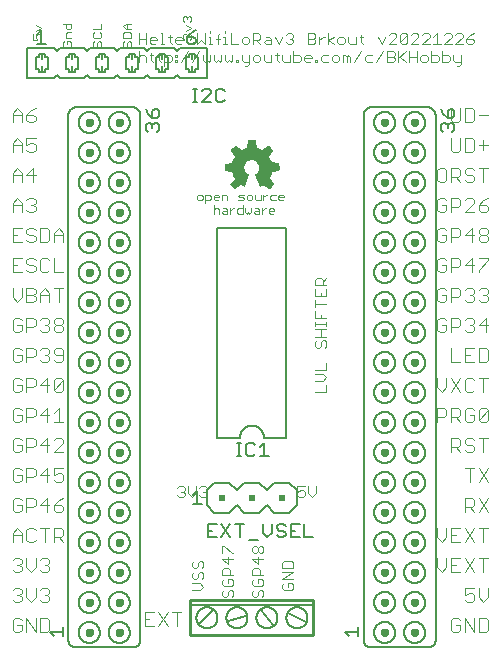
<source format=gbr>
G04 EAGLE Gerber RS-274X export*
G75*
%MOMM*%
%FSLAX34Y34*%
%LPD*%
%INSilkscreen Top*%
%IPPOS*%
%AMOC8*
5,1,8,0,0,1.08239X$1,22.5*%
G01*
%ADD10C,0.076200*%
%ADD11C,0.101600*%
%ADD12C,0.152400*%
%ADD13C,0.406400*%
%ADD14C,0.127000*%
%ADD15R,0.254000X0.508000*%
%ADD16C,0.050800*%
%ADD17R,0.508000X0.508000*%
%ADD18C,0.254000*%

G36*
X366919Y502169D02*
X366919Y502169D01*
X366972Y502168D01*
X366995Y502179D01*
X367006Y502181D01*
X367016Y502189D01*
X367046Y502203D01*
X372127Y505673D01*
X374914Y504219D01*
X374947Y504213D01*
X374977Y504197D01*
X375015Y504199D01*
X375052Y504192D01*
X375084Y504204D01*
X375117Y504206D01*
X375148Y504228D01*
X375184Y504242D01*
X375204Y504269D01*
X375231Y504289D01*
X375264Y504350D01*
X375268Y504355D01*
X375268Y504357D01*
X375270Y504360D01*
X378826Y514520D01*
X378830Y514590D01*
X378834Y514660D01*
X378834Y514661D01*
X378800Y514721D01*
X378766Y514783D01*
X378765Y514784D01*
X378763Y514785D01*
X378700Y514830D01*
X377462Y515450D01*
X376407Y516303D01*
X376248Y516501D01*
X375558Y517362D01*
X374956Y518578D01*
X374629Y519895D01*
X374591Y521252D01*
X374844Y522585D01*
X375377Y523833D01*
X376165Y524938D01*
X377171Y525849D01*
X378349Y526523D01*
X379643Y526930D01*
X380996Y527049D01*
X382304Y526889D01*
X383552Y526465D01*
X384688Y525795D01*
X385664Y524907D01*
X386437Y523840D01*
X386977Y522637D01*
X387261Y521349D01*
X387275Y520031D01*
X387021Y518737D01*
X386508Y517522D01*
X385758Y516437D01*
X384803Y515528D01*
X383661Y514819D01*
X383618Y514772D01*
X383573Y514727D01*
X383571Y514720D01*
X383566Y514715D01*
X383555Y514652D01*
X383541Y514590D01*
X383543Y514581D01*
X383542Y514576D01*
X383546Y514566D01*
X383559Y514510D01*
X387496Y504604D01*
X387507Y504590D01*
X387511Y504573D01*
X387549Y504536D01*
X387582Y504493D01*
X387599Y504487D01*
X387612Y504475D01*
X387664Y504464D01*
X387715Y504445D01*
X387732Y504449D01*
X387749Y504445D01*
X387828Y504464D01*
X389352Y505099D01*
X389362Y505107D01*
X389395Y505122D01*
X390776Y506042D01*
X395714Y502586D01*
X395767Y502568D01*
X395817Y502543D01*
X395832Y502545D01*
X395847Y502540D01*
X395901Y502553D01*
X395957Y502559D01*
X395975Y502571D01*
X395984Y502573D01*
X395993Y502582D01*
X396026Y502602D01*
X397042Y503491D01*
X397045Y503496D01*
X397054Y503503D01*
X397943Y504392D01*
X397946Y504396D01*
X397953Y504403D01*
X398969Y505546D01*
X398972Y505551D01*
X398980Y505559D01*
X399869Y506702D01*
X399887Y506746D01*
X399912Y506787D01*
X399912Y506810D01*
X399921Y506832D01*
X399912Y506880D01*
X399912Y506928D01*
X399897Y506959D01*
X399895Y506971D01*
X399888Y506979D01*
X399877Y507001D01*
X396286Y512202D01*
X397094Y513587D01*
X397097Y513600D01*
X397115Y513635D01*
X397623Y515159D01*
X397624Y515166D01*
X397629Y515178D01*
X398097Y517051D01*
X404160Y518165D01*
X404216Y518193D01*
X404274Y518218D01*
X404279Y518224D01*
X404286Y518228D01*
X404319Y518282D01*
X404354Y518334D01*
X404356Y518344D01*
X404359Y518349D01*
X404358Y518360D01*
X404367Y518414D01*
X404367Y521335D01*
X404365Y521342D01*
X404366Y521358D01*
X404239Y522755D01*
X404239Y522756D01*
X404239Y522757D01*
X404112Y524027D01*
X404093Y524075D01*
X404082Y524124D01*
X404067Y524139D01*
X404060Y524158D01*
X404018Y524188D01*
X403982Y524224D01*
X403955Y524234D01*
X403945Y524240D01*
X403934Y524241D01*
X403906Y524251D01*
X397834Y525366D01*
X397371Y526870D01*
X397366Y526879D01*
X397360Y526901D01*
X396725Y528298D01*
X396719Y528304D01*
X396713Y528321D01*
X395828Y529838D01*
X395773Y529948D01*
X399240Y534776D01*
X399257Y534825D01*
X399282Y534871D01*
X399280Y534891D01*
X399287Y534909D01*
X399275Y534960D01*
X399272Y535011D01*
X399258Y535035D01*
X399256Y535047D01*
X399247Y535055D01*
X399232Y535082D01*
X398216Y536352D01*
X398208Y536357D01*
X398197Y536373D01*
X396927Y537643D01*
X396922Y537646D01*
X396915Y537655D01*
X395899Y538544D01*
X395891Y538547D01*
X395879Y538559D01*
X394990Y539194D01*
X394948Y539209D01*
X394911Y539232D01*
X394883Y539232D01*
X394857Y539241D01*
X394814Y539231D01*
X394770Y539230D01*
X394732Y539212D01*
X394720Y539209D01*
X394714Y539203D01*
X394697Y539195D01*
X389620Y535604D01*
X388616Y536161D01*
X388609Y536163D01*
X388596Y536171D01*
X386310Y537187D01*
X386297Y537189D01*
X386262Y537203D01*
X385283Y537421D01*
X384170Y543479D01*
X384146Y543526D01*
X384130Y543576D01*
X384115Y543588D01*
X384107Y543605D01*
X384062Y543632D01*
X384021Y543666D01*
X383996Y543672D01*
X383986Y543678D01*
X383974Y543677D01*
X383942Y543685D01*
X382418Y543812D01*
X382411Y543811D01*
X382397Y543813D01*
X379476Y543813D01*
X379468Y543811D01*
X379451Y543812D01*
X378181Y543685D01*
X378132Y543665D01*
X378080Y543653D01*
X378067Y543639D01*
X378050Y543633D01*
X378019Y543590D01*
X377982Y543552D01*
X377974Y543527D01*
X377968Y543518D01*
X377967Y543506D01*
X377956Y543475D01*
X376965Y537529D01*
X375205Y536942D01*
X375201Y536939D01*
X375191Y536937D01*
X373921Y536429D01*
X373913Y536423D01*
X373889Y536414D01*
X372253Y535479D01*
X367306Y539066D01*
X367258Y539083D01*
X367213Y539108D01*
X367193Y539107D01*
X367173Y539114D01*
X367123Y539103D01*
X367073Y539100D01*
X367047Y539086D01*
X367035Y539083D01*
X367027Y539075D01*
X367002Y539061D01*
X365859Y538172D01*
X365853Y538164D01*
X365835Y538151D01*
X364565Y536881D01*
X364562Y536877D01*
X364555Y536870D01*
X363543Y535733D01*
X362914Y535103D01*
X362884Y535048D01*
X362850Y534996D01*
X362850Y534987D01*
X362846Y534980D01*
X362850Y534917D01*
X362849Y534855D01*
X362854Y534845D01*
X362854Y534839D01*
X362861Y534830D01*
X362884Y534781D01*
X366348Y529708D01*
X365670Y528577D01*
X365668Y528569D01*
X365657Y528553D01*
X364895Y526902D01*
X364893Y526890D01*
X364881Y526863D01*
X364504Y525483D01*
X364185Y524738D01*
X358099Y523744D01*
X358040Y523716D01*
X357980Y523690D01*
X357977Y523686D01*
X357972Y523683D01*
X357937Y523628D01*
X357900Y523574D01*
X357899Y523567D01*
X357897Y523564D01*
X357897Y523555D01*
X357887Y523494D01*
X357887Y517906D01*
X357905Y517843D01*
X357921Y517780D01*
X357924Y517776D01*
X357926Y517771D01*
X357975Y517727D01*
X358022Y517682D01*
X358029Y517680D01*
X358031Y517677D01*
X358040Y517676D01*
X358099Y517656D01*
X364164Y516666D01*
X364628Y515042D01*
X364628Y515041D01*
X364628Y515039D01*
X365009Y513769D01*
X365016Y513759D01*
X365026Y513729D01*
X365534Y512713D01*
X365537Y512709D01*
X365541Y512698D01*
X366347Y511317D01*
X362761Y506371D01*
X362741Y506315D01*
X362716Y506262D01*
X362718Y506250D01*
X362713Y506238D01*
X362725Y506184D01*
X362725Y506180D01*
X362727Y506175D01*
X362733Y506122D01*
X362742Y506108D01*
X362744Y506100D01*
X362753Y506091D01*
X362777Y506054D01*
X363793Y504911D01*
X363797Y504908D01*
X363803Y504900D01*
X364692Y504011D01*
X364696Y504008D01*
X364703Y504001D01*
X365846Y502985D01*
X365847Y502984D01*
X365849Y502982D01*
X366738Y502220D01*
X366787Y502198D01*
X366831Y502169D01*
X366850Y502169D01*
X366866Y502161D01*
X366919Y502169D01*
G37*
D10*
X284988Y625221D02*
X284988Y634627D01*
X284988Y629924D02*
X291259Y629924D01*
X291259Y634627D02*
X291259Y625221D01*
X295911Y625221D02*
X299047Y625221D01*
X295911Y625221D02*
X294344Y626789D01*
X294344Y629924D01*
X295911Y631492D01*
X299047Y631492D01*
X300614Y629924D01*
X300614Y628356D01*
X294344Y628356D01*
X303699Y634627D02*
X305266Y634627D01*
X305266Y625221D01*
X303699Y625221D02*
X306834Y625221D01*
X311503Y626789D02*
X311503Y633059D01*
X311503Y626789D02*
X313071Y625221D01*
X313071Y631492D02*
X309936Y631492D01*
X317740Y625221D02*
X320875Y625221D01*
X317740Y625221D02*
X316172Y626789D01*
X316172Y629924D01*
X317740Y631492D01*
X320875Y631492D01*
X322443Y629924D01*
X322443Y628356D01*
X316172Y628356D01*
X327095Y631492D02*
X331798Y631492D01*
X327095Y631492D02*
X325527Y629924D01*
X325527Y626789D01*
X327095Y625221D01*
X331798Y625221D01*
X334883Y625221D02*
X334883Y634627D01*
X338018Y628356D02*
X334883Y625221D01*
X338018Y628356D02*
X341153Y625221D01*
X341153Y634627D01*
X344238Y631492D02*
X345806Y631492D01*
X345806Y625221D01*
X347373Y625221D02*
X344238Y625221D01*
X345806Y634627D02*
X345806Y636195D01*
X352042Y633059D02*
X352042Y625221D01*
X352042Y633059D02*
X353610Y634627D01*
X353610Y629924D02*
X350475Y629924D01*
X356711Y631492D02*
X358279Y631492D01*
X358279Y625221D01*
X356711Y625221D02*
X359847Y625221D01*
X358279Y634627D02*
X358279Y636195D01*
X362948Y634627D02*
X362948Y625221D01*
X369219Y625221D01*
X373871Y625221D02*
X377006Y625221D01*
X378574Y626789D01*
X378574Y629924D01*
X377006Y631492D01*
X373871Y631492D01*
X372303Y629924D01*
X372303Y626789D01*
X373871Y625221D01*
X381659Y625221D02*
X381659Y634627D01*
X386362Y634627D01*
X387929Y633059D01*
X387929Y629924D01*
X386362Y628356D01*
X381659Y628356D01*
X384794Y628356D02*
X387929Y625221D01*
X392581Y631492D02*
X395717Y631492D01*
X397284Y629924D01*
X397284Y625221D01*
X392581Y625221D01*
X391014Y626789D01*
X392581Y628356D01*
X397284Y628356D01*
X400369Y631492D02*
X403504Y625221D01*
X406640Y631492D01*
X409724Y633059D02*
X411292Y634627D01*
X414427Y634627D01*
X415995Y633059D01*
X415995Y631492D01*
X414427Y629924D01*
X412859Y629924D01*
X414427Y629924D02*
X415995Y628356D01*
X415995Y626789D01*
X414427Y625221D01*
X411292Y625221D01*
X409724Y626789D01*
X428435Y625221D02*
X428435Y634627D01*
X433138Y634627D01*
X434705Y633059D01*
X434705Y631492D01*
X433138Y629924D01*
X434705Y628356D01*
X434705Y626789D01*
X433138Y625221D01*
X428435Y625221D01*
X428435Y629924D02*
X433138Y629924D01*
X437790Y631492D02*
X437790Y625221D01*
X437790Y628356D02*
X440925Y631492D01*
X442493Y631492D01*
X445586Y634627D02*
X445586Y625221D01*
X445586Y628356D02*
X450289Y625221D01*
X445586Y628356D02*
X450289Y631492D01*
X454949Y625221D02*
X458085Y625221D01*
X459652Y626789D01*
X459652Y629924D01*
X458085Y631492D01*
X454949Y631492D01*
X453382Y629924D01*
X453382Y626789D01*
X454949Y625221D01*
X462737Y626789D02*
X462737Y631492D01*
X462737Y626789D02*
X464304Y625221D01*
X469008Y625221D01*
X469008Y631492D01*
X473660Y633059D02*
X473660Y626789D01*
X475227Y625221D01*
X475227Y631492D02*
X472092Y631492D01*
X487684Y631492D02*
X490819Y625221D01*
X493955Y631492D01*
X497039Y625221D02*
X503310Y625221D01*
X497039Y625221D02*
X503310Y631492D01*
X503310Y633059D01*
X501742Y634627D01*
X498607Y634627D01*
X497039Y633059D01*
X506394Y633059D02*
X506394Y626789D01*
X506394Y633059D02*
X507962Y634627D01*
X511097Y634627D01*
X512665Y633059D01*
X512665Y626789D01*
X511097Y625221D01*
X507962Y625221D01*
X506394Y626789D01*
X512665Y633059D01*
X515750Y625221D02*
X522020Y625221D01*
X515750Y625221D02*
X522020Y631492D01*
X522020Y633059D01*
X520453Y634627D01*
X517317Y634627D01*
X515750Y633059D01*
X525105Y625221D02*
X531375Y625221D01*
X525105Y625221D02*
X531375Y631492D01*
X531375Y633059D01*
X529808Y634627D01*
X526672Y634627D01*
X525105Y633059D01*
X534460Y631492D02*
X537595Y634627D01*
X537595Y625221D01*
X534460Y625221D02*
X540731Y625221D01*
X543815Y625221D02*
X550086Y625221D01*
X543815Y625221D02*
X550086Y631492D01*
X550086Y633059D01*
X548518Y634627D01*
X545383Y634627D01*
X543815Y633059D01*
X553170Y625221D02*
X559441Y625221D01*
X553170Y625221D02*
X559441Y631492D01*
X559441Y633059D01*
X557873Y634627D01*
X554738Y634627D01*
X553170Y633059D01*
X565661Y633059D02*
X568796Y634627D01*
X565661Y633059D02*
X562525Y629924D01*
X562525Y626789D01*
X564093Y625221D01*
X567228Y625221D01*
X568796Y626789D01*
X568796Y628356D01*
X567228Y629924D01*
X562525Y629924D01*
X284988Y619387D02*
X284988Y609981D01*
X284988Y614684D02*
X286556Y616252D01*
X289691Y616252D01*
X291259Y614684D01*
X291259Y609981D01*
X295911Y611549D02*
X295911Y617819D01*
X295911Y611549D02*
X297479Y609981D01*
X297479Y616252D02*
X294344Y616252D01*
X302148Y617819D02*
X302148Y611549D01*
X303716Y609981D01*
X303716Y616252D02*
X300580Y616252D01*
X306817Y616252D02*
X306817Y606846D01*
X306817Y616252D02*
X311520Y616252D01*
X313088Y614684D01*
X313088Y611549D01*
X311520Y609981D01*
X306817Y609981D01*
X316172Y616252D02*
X317740Y616252D01*
X317740Y614684D01*
X316172Y614684D01*
X316172Y616252D01*
X316172Y611549D02*
X317740Y611549D01*
X317740Y609981D01*
X316172Y609981D01*
X316172Y611549D01*
X320850Y609981D02*
X327121Y619387D01*
X336476Y619387D02*
X330205Y609981D01*
X339560Y611549D02*
X339560Y616252D01*
X339560Y611549D02*
X341128Y609981D01*
X342696Y611549D01*
X344263Y609981D01*
X345831Y611549D01*
X345831Y616252D01*
X348915Y616252D02*
X348915Y611549D01*
X350483Y609981D01*
X352051Y611549D01*
X353618Y609981D01*
X355186Y611549D01*
X355186Y616252D01*
X358271Y616252D02*
X358271Y611549D01*
X359838Y609981D01*
X361406Y611549D01*
X362974Y609981D01*
X364541Y611549D01*
X364541Y616252D01*
X367626Y611549D02*
X367626Y609981D01*
X367626Y611549D02*
X369193Y611549D01*
X369193Y609981D01*
X367626Y609981D01*
X372303Y611549D02*
X372303Y616252D01*
X372303Y611549D02*
X373871Y609981D01*
X378574Y609981D01*
X378574Y608413D02*
X378574Y616252D01*
X378574Y608413D02*
X377006Y606846D01*
X375439Y606846D01*
X383226Y609981D02*
X386362Y609981D01*
X387929Y611549D01*
X387929Y614684D01*
X386362Y616252D01*
X383226Y616252D01*
X381659Y614684D01*
X381659Y611549D01*
X383226Y609981D01*
X391014Y611549D02*
X391014Y616252D01*
X391014Y611549D02*
X392581Y609981D01*
X397284Y609981D01*
X397284Y616252D01*
X401937Y617819D02*
X401937Y611549D01*
X403504Y609981D01*
X403504Y616252D02*
X400369Y616252D01*
X406606Y616252D02*
X406606Y611549D01*
X408173Y609981D01*
X412876Y609981D01*
X412876Y616252D01*
X415961Y619387D02*
X415961Y609981D01*
X420664Y609981D01*
X422232Y611549D01*
X422232Y614684D01*
X420664Y616252D01*
X415961Y616252D01*
X426884Y609981D02*
X430019Y609981D01*
X426884Y609981D02*
X425316Y611549D01*
X425316Y614684D01*
X426884Y616252D01*
X430019Y616252D01*
X431587Y614684D01*
X431587Y613116D01*
X425316Y613116D01*
X434671Y611549D02*
X434671Y609981D01*
X434671Y611549D02*
X436239Y611549D01*
X436239Y609981D01*
X434671Y609981D01*
X440917Y616252D02*
X445620Y616252D01*
X440917Y616252D02*
X439349Y614684D01*
X439349Y611549D01*
X440917Y609981D01*
X445620Y609981D01*
X450272Y609981D02*
X453407Y609981D01*
X454975Y611549D01*
X454975Y614684D01*
X453407Y616252D01*
X450272Y616252D01*
X448704Y614684D01*
X448704Y611549D01*
X450272Y609981D01*
X458059Y609981D02*
X458059Y616252D01*
X459627Y616252D01*
X461195Y614684D01*
X461195Y609981D01*
X461195Y614684D02*
X462762Y616252D01*
X464330Y614684D01*
X464330Y609981D01*
X467414Y609981D02*
X473685Y619387D01*
X478337Y616252D02*
X483040Y616252D01*
X478337Y616252D02*
X476770Y614684D01*
X476770Y611549D01*
X478337Y609981D01*
X483040Y609981D01*
X486125Y609981D02*
X492396Y619387D01*
X495480Y619387D02*
X495480Y609981D01*
X495480Y619387D02*
X500183Y619387D01*
X501751Y617819D01*
X501751Y616252D01*
X500183Y614684D01*
X501751Y613116D01*
X501751Y611549D01*
X500183Y609981D01*
X495480Y609981D01*
X495480Y614684D02*
X500183Y614684D01*
X504835Y619387D02*
X504835Y609981D01*
X504835Y613116D02*
X511106Y619387D01*
X506403Y614684D02*
X511106Y609981D01*
X514190Y609981D02*
X514190Y619387D01*
X514190Y614684D02*
X520461Y614684D01*
X520461Y619387D02*
X520461Y609981D01*
X525113Y609981D02*
X528249Y609981D01*
X529816Y611549D01*
X529816Y614684D01*
X528249Y616252D01*
X525113Y616252D01*
X523546Y614684D01*
X523546Y611549D01*
X525113Y609981D01*
X532901Y609981D02*
X532901Y619387D01*
X532901Y609981D02*
X537604Y609981D01*
X539171Y611549D01*
X539171Y614684D01*
X537604Y616252D01*
X532901Y616252D01*
X542256Y619387D02*
X542256Y609981D01*
X546959Y609981D01*
X548527Y611549D01*
X548527Y614684D01*
X546959Y616252D01*
X542256Y616252D01*
X551611Y616252D02*
X551611Y611549D01*
X553179Y609981D01*
X557882Y609981D01*
X557882Y608413D02*
X557882Y616252D01*
X557882Y608413D02*
X556314Y606846D01*
X554747Y606846D01*
X444119Y330581D02*
X434713Y330581D01*
X444119Y330581D02*
X444119Y336852D01*
X440984Y339936D02*
X434713Y339936D01*
X440984Y339936D02*
X444119Y343072D01*
X440984Y346207D01*
X434713Y346207D01*
X434713Y349291D02*
X444119Y349291D01*
X444119Y355562D01*
X434713Y372705D02*
X436281Y374272D01*
X434713Y372705D02*
X434713Y369569D01*
X436281Y368002D01*
X437848Y368002D01*
X439416Y369569D01*
X439416Y372705D01*
X440984Y374272D01*
X442551Y374272D01*
X444119Y372705D01*
X444119Y369569D01*
X442551Y368002D01*
X444119Y377357D02*
X434713Y377357D01*
X439416Y377357D02*
X439416Y383628D01*
X434713Y383628D02*
X444119Y383628D01*
X444119Y386712D02*
X444119Y389847D01*
X444119Y388280D02*
X434713Y388280D01*
X434713Y389847D02*
X434713Y386712D01*
X434713Y392949D02*
X444119Y392949D01*
X434713Y392949D02*
X434713Y399220D01*
X439416Y396084D02*
X439416Y392949D01*
X444119Y405439D02*
X434713Y405439D01*
X434713Y402304D02*
X434713Y408575D01*
X434713Y411659D02*
X434713Y417930D01*
X434713Y411659D02*
X444119Y411659D01*
X444119Y417930D01*
X439416Y414795D02*
X439416Y411659D01*
X444119Y421014D02*
X434713Y421014D01*
X434713Y425717D01*
X436281Y427285D01*
X439416Y427285D01*
X440984Y425717D01*
X440984Y421014D01*
X440984Y424150D02*
X444119Y427285D01*
X222075Y627596D02*
X220847Y626367D01*
X220847Y623910D01*
X222075Y622681D01*
X226990Y622681D01*
X228219Y623910D01*
X228219Y626367D01*
X226990Y627596D01*
X224533Y627596D01*
X224533Y625138D01*
X223304Y630165D02*
X228219Y630165D01*
X223304Y630165D02*
X223304Y633851D01*
X224533Y635080D01*
X228219Y635080D01*
X228219Y642564D02*
X220847Y642564D01*
X228219Y642564D02*
X228219Y638878D01*
X226990Y637649D01*
X224533Y637649D01*
X223304Y638878D01*
X223304Y642564D01*
X246247Y626367D02*
X247475Y627596D01*
X246247Y626367D02*
X246247Y623910D01*
X247475Y622681D01*
X248704Y622681D01*
X249933Y623910D01*
X249933Y626367D01*
X251162Y627596D01*
X252390Y627596D01*
X253619Y626367D01*
X253619Y623910D01*
X252390Y622681D01*
X246247Y633851D02*
X247475Y635080D01*
X246247Y633851D02*
X246247Y631394D01*
X247475Y630165D01*
X252390Y630165D01*
X253619Y631394D01*
X253619Y633851D01*
X252390Y635080D01*
X253619Y637649D02*
X246247Y637649D01*
X253619Y637649D02*
X253619Y642564D01*
X271647Y626367D02*
X272875Y627596D01*
X271647Y626367D02*
X271647Y623910D01*
X272875Y622681D01*
X274104Y622681D01*
X275333Y623910D01*
X275333Y626367D01*
X276562Y627596D01*
X277790Y627596D01*
X279019Y626367D01*
X279019Y623910D01*
X277790Y622681D01*
X279019Y630165D02*
X271647Y630165D01*
X279019Y630165D02*
X279019Y633851D01*
X277790Y635080D01*
X272875Y635080D01*
X271647Y633851D01*
X271647Y630165D01*
X274104Y637649D02*
X279019Y637649D01*
X274104Y637649D02*
X271647Y640107D01*
X274104Y642564D01*
X279019Y642564D01*
X275333Y642564D02*
X275333Y637649D01*
X195447Y633946D02*
X195447Y629031D01*
X199133Y629031D01*
X197904Y631488D01*
X197904Y632717D01*
X199133Y633946D01*
X201590Y633946D01*
X202819Y632717D01*
X202819Y630260D01*
X201590Y629031D01*
X197904Y636515D02*
X202819Y638973D01*
X197904Y641430D01*
X322447Y630260D02*
X323675Y629031D01*
X322447Y630260D02*
X322447Y632717D01*
X323675Y633946D01*
X324904Y633946D01*
X326133Y632717D01*
X326133Y631488D01*
X326133Y632717D02*
X327362Y633946D01*
X328590Y633946D01*
X329819Y632717D01*
X329819Y630260D01*
X328590Y629031D01*
X324904Y636515D02*
X329819Y638973D01*
X324904Y641430D01*
X323675Y643999D02*
X322447Y645228D01*
X322447Y647685D01*
X323675Y648914D01*
X324904Y648914D01*
X326133Y647685D01*
X326133Y646457D01*
X326133Y647685D02*
X327362Y648914D01*
X328590Y648914D01*
X329819Y647685D01*
X329819Y645228D01*
X328590Y643999D01*
D11*
X555473Y139202D02*
X557422Y137253D01*
X555473Y139202D02*
X551575Y139202D01*
X549626Y137253D01*
X549626Y129457D01*
X551575Y127508D01*
X555473Y127508D01*
X557422Y129457D01*
X557422Y133355D01*
X553524Y133355D01*
X561320Y127508D02*
X561320Y139202D01*
X569116Y127508D01*
X569116Y139202D01*
X573014Y139202D02*
X573014Y127508D01*
X578861Y127508D01*
X580810Y129457D01*
X580810Y137253D01*
X578861Y139202D01*
X573014Y139202D01*
X186104Y137253D02*
X184155Y139202D01*
X180257Y139202D01*
X178308Y137253D01*
X178308Y129457D01*
X180257Y127508D01*
X184155Y127508D01*
X186104Y129457D01*
X186104Y133355D01*
X182206Y133355D01*
X190002Y127508D02*
X190002Y139202D01*
X197798Y127508D01*
X197798Y139202D01*
X201696Y139202D02*
X201696Y127508D01*
X207543Y127508D01*
X209492Y129457D01*
X209492Y137253D01*
X207543Y139202D01*
X201696Y139202D01*
X178308Y162653D02*
X180257Y164602D01*
X184155Y164602D01*
X186104Y162653D01*
X186104Y160704D01*
X184155Y158755D01*
X182206Y158755D01*
X184155Y158755D02*
X186104Y156806D01*
X186104Y154857D01*
X184155Y152908D01*
X180257Y152908D01*
X178308Y154857D01*
X190002Y156806D02*
X190002Y164602D01*
X190002Y156806D02*
X193900Y152908D01*
X197798Y156806D01*
X197798Y164602D01*
X201696Y162653D02*
X203645Y164602D01*
X207543Y164602D01*
X209492Y162653D01*
X209492Y160704D01*
X207543Y158755D01*
X205594Y158755D01*
X207543Y158755D02*
X209492Y156806D01*
X209492Y154857D01*
X207543Y152908D01*
X203645Y152908D01*
X201696Y154857D01*
X178308Y188053D02*
X180257Y190002D01*
X184155Y190002D01*
X186104Y188053D01*
X186104Y186104D01*
X184155Y184155D01*
X182206Y184155D01*
X184155Y184155D02*
X186104Y182206D01*
X186104Y180257D01*
X184155Y178308D01*
X180257Y178308D01*
X178308Y180257D01*
X190002Y182206D02*
X190002Y190002D01*
X190002Y182206D02*
X193900Y178308D01*
X197798Y182206D01*
X197798Y190002D01*
X201696Y188053D02*
X203645Y190002D01*
X207543Y190002D01*
X209492Y188053D01*
X209492Y186104D01*
X207543Y184155D01*
X205594Y184155D01*
X207543Y184155D02*
X209492Y182206D01*
X209492Y180257D01*
X207543Y178308D01*
X203645Y178308D01*
X201696Y180257D01*
X178308Y203708D02*
X178308Y211504D01*
X182206Y215402D01*
X186104Y211504D01*
X186104Y203708D01*
X186104Y209555D02*
X178308Y209555D01*
X195849Y215402D02*
X197798Y213453D01*
X195849Y215402D02*
X191951Y215402D01*
X190002Y213453D01*
X190002Y205657D01*
X191951Y203708D01*
X195849Y203708D01*
X197798Y205657D01*
X205594Y203708D02*
X205594Y215402D01*
X201696Y215402D02*
X209492Y215402D01*
X213390Y215402D02*
X213390Y203708D01*
X213390Y215402D02*
X219237Y215402D01*
X221186Y213453D01*
X221186Y209555D01*
X219237Y207606D01*
X213390Y207606D01*
X217288Y207606D02*
X221186Y203708D01*
X186104Y238853D02*
X184155Y240802D01*
X180257Y240802D01*
X178308Y238853D01*
X178308Y231057D01*
X180257Y229108D01*
X184155Y229108D01*
X186104Y231057D01*
X186104Y234955D01*
X182206Y234955D01*
X190002Y229108D02*
X190002Y240802D01*
X195849Y240802D01*
X197798Y238853D01*
X197798Y234955D01*
X195849Y233006D01*
X190002Y233006D01*
X207543Y229108D02*
X207543Y240802D01*
X201696Y234955D01*
X209492Y234955D01*
X217288Y238853D02*
X221186Y240802D01*
X217288Y238853D02*
X213390Y234955D01*
X213390Y231057D01*
X215339Y229108D01*
X219237Y229108D01*
X221186Y231057D01*
X221186Y233006D01*
X219237Y234955D01*
X213390Y234955D01*
X186104Y264253D02*
X184155Y266202D01*
X180257Y266202D01*
X178308Y264253D01*
X178308Y256457D01*
X180257Y254508D01*
X184155Y254508D01*
X186104Y256457D01*
X186104Y260355D01*
X182206Y260355D01*
X190002Y254508D02*
X190002Y266202D01*
X195849Y266202D01*
X197798Y264253D01*
X197798Y260355D01*
X195849Y258406D01*
X190002Y258406D01*
X207543Y254508D02*
X207543Y266202D01*
X201696Y260355D01*
X209492Y260355D01*
X213390Y266202D02*
X221186Y266202D01*
X213390Y266202D02*
X213390Y260355D01*
X217288Y262304D01*
X219237Y262304D01*
X221186Y260355D01*
X221186Y256457D01*
X219237Y254508D01*
X215339Y254508D01*
X213390Y256457D01*
X186104Y289653D02*
X184155Y291602D01*
X180257Y291602D01*
X178308Y289653D01*
X178308Y281857D01*
X180257Y279908D01*
X184155Y279908D01*
X186104Y281857D01*
X186104Y285755D01*
X182206Y285755D01*
X190002Y279908D02*
X190002Y291602D01*
X195849Y291602D01*
X197798Y289653D01*
X197798Y285755D01*
X195849Y283806D01*
X190002Y283806D01*
X207543Y279908D02*
X207543Y291602D01*
X201696Y285755D01*
X209492Y285755D01*
X213390Y279908D02*
X221186Y279908D01*
X213390Y279908D02*
X221186Y287704D01*
X221186Y289653D01*
X219237Y291602D01*
X215339Y291602D01*
X213390Y289653D01*
X186104Y315053D02*
X184155Y317002D01*
X180257Y317002D01*
X178308Y315053D01*
X178308Y307257D01*
X180257Y305308D01*
X184155Y305308D01*
X186104Y307257D01*
X186104Y311155D01*
X182206Y311155D01*
X190002Y305308D02*
X190002Y317002D01*
X195849Y317002D01*
X197798Y315053D01*
X197798Y311155D01*
X195849Y309206D01*
X190002Y309206D01*
X207543Y305308D02*
X207543Y317002D01*
X201696Y311155D01*
X209492Y311155D01*
X213390Y313104D02*
X217288Y317002D01*
X217288Y305308D01*
X213390Y305308D02*
X221186Y305308D01*
X186104Y340453D02*
X184155Y342402D01*
X180257Y342402D01*
X178308Y340453D01*
X178308Y332657D01*
X180257Y330708D01*
X184155Y330708D01*
X186104Y332657D01*
X186104Y336555D01*
X182206Y336555D01*
X190002Y330708D02*
X190002Y342402D01*
X195849Y342402D01*
X197798Y340453D01*
X197798Y336555D01*
X195849Y334606D01*
X190002Y334606D01*
X207543Y330708D02*
X207543Y342402D01*
X201696Y336555D01*
X209492Y336555D01*
X213390Y332657D02*
X213390Y340453D01*
X215339Y342402D01*
X219237Y342402D01*
X221186Y340453D01*
X221186Y332657D01*
X219237Y330708D01*
X215339Y330708D01*
X213390Y332657D01*
X221186Y340453D01*
X186104Y365853D02*
X184155Y367802D01*
X180257Y367802D01*
X178308Y365853D01*
X178308Y358057D01*
X180257Y356108D01*
X184155Y356108D01*
X186104Y358057D01*
X186104Y361955D01*
X182206Y361955D01*
X190002Y356108D02*
X190002Y367802D01*
X195849Y367802D01*
X197798Y365853D01*
X197798Y361955D01*
X195849Y360006D01*
X190002Y360006D01*
X201696Y365853D02*
X203645Y367802D01*
X207543Y367802D01*
X209492Y365853D01*
X209492Y363904D01*
X207543Y361955D01*
X205594Y361955D01*
X207543Y361955D02*
X209492Y360006D01*
X209492Y358057D01*
X207543Y356108D01*
X203645Y356108D01*
X201696Y358057D01*
X213390Y358057D02*
X215339Y356108D01*
X219237Y356108D01*
X221186Y358057D01*
X221186Y365853D01*
X219237Y367802D01*
X215339Y367802D01*
X213390Y365853D01*
X213390Y363904D01*
X215339Y361955D01*
X221186Y361955D01*
X186104Y391253D02*
X184155Y393202D01*
X180257Y393202D01*
X178308Y391253D01*
X178308Y383457D01*
X180257Y381508D01*
X184155Y381508D01*
X186104Y383457D01*
X186104Y387355D01*
X182206Y387355D01*
X190002Y381508D02*
X190002Y393202D01*
X195849Y393202D01*
X197798Y391253D01*
X197798Y387355D01*
X195849Y385406D01*
X190002Y385406D01*
X201696Y391253D02*
X203645Y393202D01*
X207543Y393202D01*
X209492Y391253D01*
X209492Y389304D01*
X207543Y387355D01*
X205594Y387355D01*
X207543Y387355D02*
X209492Y385406D01*
X209492Y383457D01*
X207543Y381508D01*
X203645Y381508D01*
X201696Y383457D01*
X213390Y391253D02*
X215339Y393202D01*
X219237Y393202D01*
X221186Y391253D01*
X221186Y389304D01*
X219237Y387355D01*
X221186Y385406D01*
X221186Y383457D01*
X219237Y381508D01*
X215339Y381508D01*
X213390Y383457D01*
X213390Y385406D01*
X215339Y387355D01*
X213390Y389304D01*
X213390Y391253D01*
X215339Y387355D02*
X219237Y387355D01*
X178308Y410806D02*
X178308Y418602D01*
X178308Y410806D02*
X182206Y406908D01*
X186104Y410806D01*
X186104Y418602D01*
X190002Y418602D02*
X190002Y406908D01*
X190002Y418602D02*
X195849Y418602D01*
X197798Y416653D01*
X197798Y414704D01*
X195849Y412755D01*
X197798Y410806D01*
X197798Y408857D01*
X195849Y406908D01*
X190002Y406908D01*
X190002Y412755D02*
X195849Y412755D01*
X201696Y414704D02*
X201696Y406908D01*
X201696Y414704D02*
X205594Y418602D01*
X209492Y414704D01*
X209492Y406908D01*
X209492Y412755D02*
X201696Y412755D01*
X217288Y406908D02*
X217288Y418602D01*
X213390Y418602D02*
X221186Y418602D01*
X186104Y444002D02*
X178308Y444002D01*
X178308Y432308D01*
X186104Y432308D01*
X182206Y438155D02*
X178308Y438155D01*
X195849Y444002D02*
X197798Y442053D01*
X195849Y444002D02*
X191951Y444002D01*
X190002Y442053D01*
X190002Y440104D01*
X191951Y438155D01*
X195849Y438155D01*
X197798Y436206D01*
X197798Y434257D01*
X195849Y432308D01*
X191951Y432308D01*
X190002Y434257D01*
X207543Y444002D02*
X209492Y442053D01*
X207543Y444002D02*
X203645Y444002D01*
X201696Y442053D01*
X201696Y434257D01*
X203645Y432308D01*
X207543Y432308D01*
X209492Y434257D01*
X213390Y432308D02*
X213390Y444002D01*
X213390Y432308D02*
X221186Y432308D01*
X186104Y469402D02*
X178308Y469402D01*
X178308Y457708D01*
X186104Y457708D01*
X182206Y463555D02*
X178308Y463555D01*
X195849Y469402D02*
X197798Y467453D01*
X195849Y469402D02*
X191951Y469402D01*
X190002Y467453D01*
X190002Y465504D01*
X191951Y463555D01*
X195849Y463555D01*
X197798Y461606D01*
X197798Y459657D01*
X195849Y457708D01*
X191951Y457708D01*
X190002Y459657D01*
X201696Y457708D02*
X201696Y469402D01*
X201696Y457708D02*
X207543Y457708D01*
X209492Y459657D01*
X209492Y467453D01*
X207543Y469402D01*
X201696Y469402D01*
X213390Y465504D02*
X213390Y457708D01*
X213390Y465504D02*
X217288Y469402D01*
X221186Y465504D01*
X221186Y457708D01*
X221186Y463555D02*
X213390Y463555D01*
X178308Y483108D02*
X178308Y490904D01*
X182206Y494802D01*
X186104Y490904D01*
X186104Y483108D01*
X186104Y488955D02*
X178308Y488955D01*
X190002Y492853D02*
X191951Y494802D01*
X195849Y494802D01*
X197798Y492853D01*
X197798Y490904D01*
X195849Y488955D01*
X193900Y488955D01*
X195849Y488955D02*
X197798Y487006D01*
X197798Y485057D01*
X195849Y483108D01*
X191951Y483108D01*
X190002Y485057D01*
X178308Y508508D02*
X178308Y516304D01*
X182206Y520202D01*
X186104Y516304D01*
X186104Y508508D01*
X186104Y514355D02*
X178308Y514355D01*
X195849Y508508D02*
X195849Y520202D01*
X190002Y514355D01*
X197798Y514355D01*
X178308Y533908D02*
X178308Y541704D01*
X182206Y545602D01*
X186104Y541704D01*
X186104Y533908D01*
X186104Y539755D02*
X178308Y539755D01*
X190002Y545602D02*
X197798Y545602D01*
X190002Y545602D02*
X190002Y539755D01*
X193900Y541704D01*
X195849Y541704D01*
X197798Y539755D01*
X197798Y535857D01*
X195849Y533908D01*
X191951Y533908D01*
X190002Y535857D01*
X178308Y559308D02*
X178308Y567104D01*
X182206Y571002D01*
X186104Y567104D01*
X186104Y559308D01*
X186104Y565155D02*
X178308Y565155D01*
X193900Y569053D02*
X197798Y571002D01*
X193900Y569053D02*
X190002Y565155D01*
X190002Y561257D01*
X191951Y559308D01*
X195849Y559308D01*
X197798Y561257D01*
X197798Y563206D01*
X195849Y565155D01*
X190002Y565155D01*
X561320Y164602D02*
X569116Y164602D01*
X561320Y164602D02*
X561320Y158755D01*
X565218Y160704D01*
X567167Y160704D01*
X569116Y158755D01*
X569116Y154857D01*
X567167Y152908D01*
X563269Y152908D01*
X561320Y154857D01*
X573014Y156806D02*
X573014Y164602D01*
X573014Y156806D02*
X576912Y152908D01*
X580810Y156806D01*
X580810Y164602D01*
X537932Y182206D02*
X537932Y190002D01*
X537932Y182206D02*
X541830Y178308D01*
X545728Y182206D01*
X545728Y190002D01*
X549626Y190002D02*
X557422Y190002D01*
X549626Y190002D02*
X549626Y178308D01*
X557422Y178308D01*
X553524Y184155D02*
X549626Y184155D01*
X561320Y190002D02*
X569116Y178308D01*
X561320Y178308D02*
X569116Y190002D01*
X576912Y190002D02*
X576912Y178308D01*
X573014Y190002D02*
X580810Y190002D01*
X537932Y207606D02*
X537932Y215402D01*
X537932Y207606D02*
X541830Y203708D01*
X545728Y207606D01*
X545728Y215402D01*
X549626Y215402D02*
X557422Y215402D01*
X549626Y215402D02*
X549626Y203708D01*
X557422Y203708D01*
X553524Y209555D02*
X549626Y209555D01*
X561320Y215402D02*
X569116Y203708D01*
X561320Y203708D02*
X569116Y215402D01*
X576912Y215402D02*
X576912Y203708D01*
X573014Y215402D02*
X580810Y215402D01*
X561320Y229108D02*
X561320Y240802D01*
X567167Y240802D01*
X569116Y238853D01*
X569116Y234955D01*
X567167Y233006D01*
X561320Y233006D01*
X565218Y233006D02*
X569116Y229108D01*
X580810Y229108D02*
X573014Y240802D01*
X580810Y240802D02*
X573014Y229108D01*
X565218Y254508D02*
X565218Y266202D01*
X561320Y266202D02*
X569116Y266202D01*
X573014Y266202D02*
X580810Y254508D01*
X573014Y254508D02*
X580810Y266202D01*
X549626Y279908D02*
X549626Y291602D01*
X555473Y291602D01*
X557422Y289653D01*
X557422Y285755D01*
X555473Y283806D01*
X549626Y283806D01*
X553524Y283806D02*
X557422Y279908D01*
X569116Y289653D02*
X567167Y291602D01*
X563269Y291602D01*
X561320Y289653D01*
X561320Y287704D01*
X563269Y285755D01*
X567167Y285755D01*
X569116Y283806D01*
X569116Y281857D01*
X567167Y279908D01*
X563269Y279908D01*
X561320Y281857D01*
X576912Y279908D02*
X576912Y291602D01*
X573014Y291602D02*
X580810Y291602D01*
X537932Y305308D02*
X537932Y317002D01*
X543779Y317002D01*
X545728Y315053D01*
X545728Y311155D01*
X543779Y309206D01*
X537932Y309206D01*
X549626Y305308D02*
X549626Y317002D01*
X555473Y317002D01*
X557422Y315053D01*
X557422Y311155D01*
X555473Y309206D01*
X549626Y309206D01*
X553524Y309206D02*
X557422Y305308D01*
X569116Y315053D02*
X567167Y317002D01*
X563269Y317002D01*
X561320Y315053D01*
X561320Y307257D01*
X563269Y305308D01*
X567167Y305308D01*
X569116Y307257D01*
X569116Y311155D01*
X565218Y311155D01*
X573014Y307257D02*
X573014Y315053D01*
X574963Y317002D01*
X578861Y317002D01*
X580810Y315053D01*
X580810Y307257D01*
X578861Y305308D01*
X574963Y305308D01*
X573014Y307257D01*
X580810Y315053D01*
X549626Y356108D02*
X549626Y367802D01*
X549626Y356108D02*
X557422Y356108D01*
X561320Y367802D02*
X569116Y367802D01*
X561320Y367802D02*
X561320Y356108D01*
X569116Y356108D01*
X565218Y361955D02*
X561320Y361955D01*
X573014Y367802D02*
X573014Y356108D01*
X578861Y356108D01*
X580810Y358057D01*
X580810Y365853D01*
X578861Y367802D01*
X573014Y367802D01*
X545728Y391253D02*
X543779Y393202D01*
X539881Y393202D01*
X537932Y391253D01*
X537932Y383457D01*
X539881Y381508D01*
X543779Y381508D01*
X545728Y383457D01*
X545728Y387355D01*
X541830Y387355D01*
X549626Y381508D02*
X549626Y393202D01*
X555473Y393202D01*
X557422Y391253D01*
X557422Y387355D01*
X555473Y385406D01*
X549626Y385406D01*
X561320Y391253D02*
X563269Y393202D01*
X567167Y393202D01*
X569116Y391253D01*
X569116Y389304D01*
X567167Y387355D01*
X565218Y387355D01*
X567167Y387355D02*
X569116Y385406D01*
X569116Y383457D01*
X567167Y381508D01*
X563269Y381508D01*
X561320Y383457D01*
X578861Y381508D02*
X578861Y393202D01*
X573014Y387355D01*
X580810Y387355D01*
X545728Y416653D02*
X543779Y418602D01*
X539881Y418602D01*
X537932Y416653D01*
X537932Y408857D01*
X539881Y406908D01*
X543779Y406908D01*
X545728Y408857D01*
X545728Y412755D01*
X541830Y412755D01*
X549626Y406908D02*
X549626Y418602D01*
X555473Y418602D01*
X557422Y416653D01*
X557422Y412755D01*
X555473Y410806D01*
X549626Y410806D01*
X561320Y416653D02*
X563269Y418602D01*
X567167Y418602D01*
X569116Y416653D01*
X569116Y414704D01*
X567167Y412755D01*
X565218Y412755D01*
X567167Y412755D02*
X569116Y410806D01*
X569116Y408857D01*
X567167Y406908D01*
X563269Y406908D01*
X561320Y408857D01*
X573014Y416653D02*
X574963Y418602D01*
X578861Y418602D01*
X580810Y416653D01*
X580810Y414704D01*
X578861Y412755D01*
X576912Y412755D01*
X578861Y412755D02*
X580810Y410806D01*
X580810Y408857D01*
X578861Y406908D01*
X574963Y406908D01*
X573014Y408857D01*
X545728Y442053D02*
X543779Y444002D01*
X539881Y444002D01*
X537932Y442053D01*
X537932Y434257D01*
X539881Y432308D01*
X543779Y432308D01*
X545728Y434257D01*
X545728Y438155D01*
X541830Y438155D01*
X549626Y432308D02*
X549626Y444002D01*
X555473Y444002D01*
X557422Y442053D01*
X557422Y438155D01*
X555473Y436206D01*
X549626Y436206D01*
X567167Y432308D02*
X567167Y444002D01*
X561320Y438155D01*
X569116Y438155D01*
X573014Y444002D02*
X580810Y444002D01*
X580810Y442053D01*
X573014Y434257D01*
X573014Y432308D01*
X545728Y467453D02*
X543779Y469402D01*
X539881Y469402D01*
X537932Y467453D01*
X537932Y459657D01*
X539881Y457708D01*
X543779Y457708D01*
X545728Y459657D01*
X545728Y463555D01*
X541830Y463555D01*
X549626Y457708D02*
X549626Y469402D01*
X555473Y469402D01*
X557422Y467453D01*
X557422Y463555D01*
X555473Y461606D01*
X549626Y461606D01*
X567167Y457708D02*
X567167Y469402D01*
X561320Y463555D01*
X569116Y463555D01*
X573014Y467453D02*
X574963Y469402D01*
X578861Y469402D01*
X580810Y467453D01*
X580810Y465504D01*
X578861Y463555D01*
X580810Y461606D01*
X580810Y459657D01*
X578861Y457708D01*
X574963Y457708D01*
X573014Y459657D01*
X573014Y461606D01*
X574963Y463555D01*
X573014Y465504D01*
X573014Y467453D01*
X574963Y463555D02*
X578861Y463555D01*
X545728Y492853D02*
X543779Y494802D01*
X539881Y494802D01*
X537932Y492853D01*
X537932Y485057D01*
X539881Y483108D01*
X543779Y483108D01*
X545728Y485057D01*
X545728Y488955D01*
X541830Y488955D01*
X549626Y483108D02*
X549626Y494802D01*
X555473Y494802D01*
X557422Y492853D01*
X557422Y488955D01*
X555473Y487006D01*
X549626Y487006D01*
X561320Y483108D02*
X569116Y483108D01*
X561320Y483108D02*
X569116Y490904D01*
X569116Y492853D01*
X567167Y494802D01*
X563269Y494802D01*
X561320Y492853D01*
X576912Y492853D02*
X580810Y494802D01*
X576912Y492853D02*
X573014Y488955D01*
X573014Y485057D01*
X574963Y483108D01*
X578861Y483108D01*
X580810Y485057D01*
X580810Y487006D01*
X578861Y488955D01*
X573014Y488955D01*
X543779Y520202D02*
X539881Y520202D01*
X537932Y518253D01*
X537932Y510457D01*
X539881Y508508D01*
X543779Y508508D01*
X545728Y510457D01*
X545728Y518253D01*
X543779Y520202D01*
X549626Y520202D02*
X549626Y508508D01*
X549626Y520202D02*
X555473Y520202D01*
X557422Y518253D01*
X557422Y514355D01*
X555473Y512406D01*
X549626Y512406D01*
X553524Y512406D02*
X557422Y508508D01*
X569116Y518253D02*
X567167Y520202D01*
X563269Y520202D01*
X561320Y518253D01*
X561320Y516304D01*
X563269Y514355D01*
X567167Y514355D01*
X569116Y512406D01*
X569116Y510457D01*
X567167Y508508D01*
X563269Y508508D01*
X561320Y510457D01*
X576912Y508508D02*
X576912Y520202D01*
X573014Y520202D02*
X580810Y520202D01*
X549626Y535857D02*
X549626Y545602D01*
X549626Y535857D02*
X551575Y533908D01*
X555473Y533908D01*
X557422Y535857D01*
X557422Y545602D01*
X561320Y545602D02*
X561320Y533908D01*
X567167Y533908D01*
X569116Y535857D01*
X569116Y543653D01*
X567167Y545602D01*
X561320Y545602D01*
X573014Y539755D02*
X580810Y539755D01*
X576912Y543653D02*
X576912Y535857D01*
X549626Y561257D02*
X549626Y571002D01*
X549626Y561257D02*
X551575Y559308D01*
X555473Y559308D01*
X557422Y561257D01*
X557422Y571002D01*
X561320Y571002D02*
X561320Y559308D01*
X567167Y559308D01*
X569116Y561257D01*
X569116Y569053D01*
X567167Y571002D01*
X561320Y571002D01*
X573014Y565155D02*
X580810Y565155D01*
D10*
X336844Y162815D02*
X330573Y162815D01*
X336844Y162815D02*
X339979Y165951D01*
X336844Y169086D01*
X330573Y169086D01*
X330573Y176874D02*
X332141Y178441D01*
X330573Y176874D02*
X330573Y173738D01*
X332141Y172171D01*
X333708Y172171D01*
X335276Y173738D01*
X335276Y176874D01*
X336844Y178441D01*
X338411Y178441D01*
X339979Y176874D01*
X339979Y173738D01*
X338411Y172171D01*
X330573Y186229D02*
X332141Y187797D01*
X330573Y186229D02*
X330573Y183093D01*
X332141Y181526D01*
X333708Y181526D01*
X335276Y183093D01*
X335276Y186229D01*
X336844Y187797D01*
X338411Y187797D01*
X339979Y186229D01*
X339979Y183093D01*
X338411Y181526D01*
X357541Y163076D02*
X355973Y161508D01*
X355973Y158373D01*
X357541Y156805D01*
X359108Y156805D01*
X360676Y158373D01*
X360676Y161508D01*
X362244Y163076D01*
X363811Y163076D01*
X365379Y161508D01*
X365379Y158373D01*
X363811Y156805D01*
X355973Y170863D02*
X357541Y172431D01*
X355973Y170863D02*
X355973Y167728D01*
X357541Y166160D01*
X363811Y166160D01*
X365379Y167728D01*
X365379Y170863D01*
X363811Y172431D01*
X360676Y172431D01*
X360676Y169296D01*
X365379Y175515D02*
X355973Y175515D01*
X355973Y180218D01*
X357541Y181786D01*
X360676Y181786D01*
X362244Y180218D01*
X362244Y175515D01*
X365379Y189574D02*
X355973Y189574D01*
X360676Y184871D01*
X360676Y191141D01*
X355973Y194226D02*
X355973Y200496D01*
X357541Y200496D01*
X363811Y194226D01*
X365379Y194226D01*
X382941Y163076D02*
X381373Y161508D01*
X381373Y158373D01*
X382941Y156805D01*
X384508Y156805D01*
X386076Y158373D01*
X386076Y161508D01*
X387644Y163076D01*
X389211Y163076D01*
X390779Y161508D01*
X390779Y158373D01*
X389211Y156805D01*
X381373Y170863D02*
X382941Y172431D01*
X381373Y170863D02*
X381373Y167728D01*
X382941Y166160D01*
X389211Y166160D01*
X390779Y167728D01*
X390779Y170863D01*
X389211Y172431D01*
X386076Y172431D01*
X386076Y169296D01*
X390779Y175515D02*
X381373Y175515D01*
X381373Y180218D01*
X382941Y181786D01*
X386076Y181786D01*
X387644Y180218D01*
X387644Y175515D01*
X390779Y189574D02*
X381373Y189574D01*
X386076Y184871D01*
X386076Y191141D01*
X382941Y194226D02*
X381373Y195793D01*
X381373Y198929D01*
X382941Y200496D01*
X384508Y200496D01*
X386076Y198929D01*
X387644Y200496D01*
X389211Y200496D01*
X390779Y198929D01*
X390779Y195793D01*
X389211Y194226D01*
X387644Y194226D01*
X386076Y195793D01*
X384508Y194226D01*
X382941Y194226D01*
X386076Y195793D02*
X386076Y198929D01*
X408341Y169086D02*
X406773Y167518D01*
X406773Y164383D01*
X408341Y162815D01*
X414611Y162815D01*
X416179Y164383D01*
X416179Y167518D01*
X414611Y169086D01*
X411476Y169086D01*
X411476Y165951D01*
X416179Y172171D02*
X406773Y172171D01*
X416179Y178441D01*
X406773Y178441D01*
X406773Y181526D02*
X416179Y181526D01*
X416179Y186229D01*
X414611Y187797D01*
X408341Y187797D01*
X406773Y186229D01*
X406773Y181526D01*
X319449Y251087D02*
X317881Y249519D01*
X319449Y251087D02*
X322584Y251087D01*
X324152Y249519D01*
X324152Y247952D01*
X322584Y246384D01*
X321016Y246384D01*
X322584Y246384D02*
X324152Y244816D01*
X324152Y243249D01*
X322584Y241681D01*
X319449Y241681D01*
X317881Y243249D01*
X327236Y244816D02*
X327236Y251087D01*
X327236Y244816D02*
X330372Y241681D01*
X333507Y244816D01*
X333507Y251087D01*
X336591Y249519D02*
X338159Y251087D01*
X341294Y251087D01*
X342862Y249519D01*
X342862Y247952D01*
X341294Y246384D01*
X339727Y246384D01*
X341294Y246384D02*
X342862Y244816D01*
X342862Y243249D01*
X341294Y241681D01*
X338159Y241681D01*
X336591Y243249D01*
X419481Y251087D02*
X425752Y251087D01*
X419481Y251087D02*
X419481Y246384D01*
X422616Y247952D01*
X424184Y247952D01*
X425752Y246384D01*
X425752Y243249D01*
X424184Y241681D01*
X421049Y241681D01*
X419481Y243249D01*
X428836Y244816D02*
X428836Y251087D01*
X428836Y244816D02*
X431972Y241681D01*
X435107Y244816D01*
X435107Y251087D01*
D11*
X537932Y334606D02*
X537932Y342402D01*
X537932Y334606D02*
X541830Y330708D01*
X545728Y334606D01*
X545728Y342402D01*
X549626Y342402D02*
X557422Y330708D01*
X549626Y330708D02*
X557422Y342402D01*
X567167Y342402D02*
X569116Y340453D01*
X567167Y342402D02*
X563269Y342402D01*
X561320Y340453D01*
X561320Y332657D01*
X563269Y330708D01*
X567167Y330708D01*
X569116Y332657D01*
X576912Y330708D02*
X576912Y342402D01*
X573014Y342402D02*
X580810Y342402D01*
D12*
X280130Y114500D02*
X231870Y114500D01*
X231712Y114502D01*
X231553Y114508D01*
X231395Y114518D01*
X231238Y114532D01*
X231080Y114549D01*
X230924Y114571D01*
X230767Y114596D01*
X230612Y114626D01*
X230457Y114659D01*
X230303Y114696D01*
X230150Y114737D01*
X229998Y114782D01*
X229848Y114831D01*
X229698Y114883D01*
X229550Y114939D01*
X229403Y114999D01*
X229258Y115062D01*
X229115Y115129D01*
X228973Y115199D01*
X228833Y115273D01*
X228695Y115351D01*
X228559Y115432D01*
X228425Y115516D01*
X228293Y115603D01*
X228163Y115694D01*
X228036Y115788D01*
X227911Y115885D01*
X227788Y115986D01*
X227668Y116089D01*
X227551Y116195D01*
X227436Y116304D01*
X227324Y116416D01*
X227215Y116531D01*
X227109Y116648D01*
X227006Y116768D01*
X226905Y116891D01*
X226808Y117016D01*
X226714Y117143D01*
X226623Y117273D01*
X226536Y117405D01*
X226452Y117539D01*
X226371Y117675D01*
X226293Y117813D01*
X226219Y117953D01*
X226149Y118095D01*
X226082Y118238D01*
X226019Y118383D01*
X225959Y118530D01*
X225903Y118678D01*
X225851Y118828D01*
X225802Y118978D01*
X225757Y119130D01*
X225716Y119283D01*
X225679Y119437D01*
X225646Y119592D01*
X225616Y119747D01*
X225591Y119904D01*
X225569Y120060D01*
X225552Y120218D01*
X225538Y120375D01*
X225528Y120533D01*
X225522Y120692D01*
X225520Y120850D01*
X280130Y114500D02*
X280288Y114502D01*
X280447Y114508D01*
X280605Y114518D01*
X280762Y114532D01*
X280920Y114549D01*
X281076Y114571D01*
X281233Y114596D01*
X281388Y114626D01*
X281543Y114659D01*
X281697Y114696D01*
X281850Y114737D01*
X282002Y114782D01*
X282152Y114831D01*
X282302Y114883D01*
X282450Y114939D01*
X282597Y114999D01*
X282742Y115062D01*
X282885Y115129D01*
X283027Y115199D01*
X283167Y115273D01*
X283305Y115351D01*
X283441Y115432D01*
X283575Y115516D01*
X283707Y115603D01*
X283837Y115694D01*
X283964Y115788D01*
X284089Y115885D01*
X284212Y115986D01*
X284332Y116089D01*
X284449Y116195D01*
X284564Y116304D01*
X284676Y116416D01*
X284785Y116531D01*
X284891Y116648D01*
X284994Y116768D01*
X285095Y116891D01*
X285192Y117016D01*
X285286Y117143D01*
X285377Y117273D01*
X285464Y117405D01*
X285548Y117539D01*
X285629Y117675D01*
X285707Y117813D01*
X285781Y117953D01*
X285851Y118095D01*
X285918Y118238D01*
X285981Y118383D01*
X286041Y118530D01*
X286097Y118678D01*
X286149Y118828D01*
X286198Y118978D01*
X286243Y119130D01*
X286284Y119283D01*
X286321Y119437D01*
X286354Y119592D01*
X286384Y119747D01*
X286409Y119904D01*
X286431Y120060D01*
X286448Y120218D01*
X286462Y120375D01*
X286472Y120533D01*
X286478Y120692D01*
X286480Y120850D01*
X225520Y120850D02*
X225520Y565350D01*
X231870Y571700D02*
X280130Y571700D01*
X286480Y565350D02*
X286480Y120850D01*
X225520Y565350D02*
X225522Y565508D01*
X225528Y565667D01*
X225538Y565825D01*
X225552Y565982D01*
X225569Y566140D01*
X225591Y566296D01*
X225616Y566453D01*
X225646Y566608D01*
X225679Y566763D01*
X225716Y566917D01*
X225757Y567070D01*
X225802Y567222D01*
X225851Y567372D01*
X225903Y567522D01*
X225959Y567670D01*
X226019Y567817D01*
X226082Y567962D01*
X226149Y568105D01*
X226219Y568247D01*
X226293Y568387D01*
X226371Y568525D01*
X226452Y568661D01*
X226536Y568795D01*
X226623Y568927D01*
X226714Y569057D01*
X226808Y569184D01*
X226905Y569309D01*
X227006Y569432D01*
X227109Y569552D01*
X227215Y569669D01*
X227324Y569784D01*
X227436Y569896D01*
X227551Y570005D01*
X227668Y570111D01*
X227788Y570214D01*
X227911Y570315D01*
X228036Y570412D01*
X228163Y570506D01*
X228293Y570597D01*
X228425Y570684D01*
X228559Y570768D01*
X228695Y570849D01*
X228833Y570927D01*
X228973Y571001D01*
X229115Y571071D01*
X229258Y571138D01*
X229403Y571201D01*
X229550Y571261D01*
X229698Y571317D01*
X229848Y571369D01*
X229998Y571418D01*
X230150Y571463D01*
X230303Y571504D01*
X230457Y571541D01*
X230612Y571574D01*
X230767Y571604D01*
X230924Y571629D01*
X231080Y571651D01*
X231238Y571668D01*
X231395Y571682D01*
X231553Y571692D01*
X231712Y571698D01*
X231870Y571700D01*
X280130Y571700D02*
X280288Y571698D01*
X280447Y571692D01*
X280605Y571682D01*
X280762Y571668D01*
X280920Y571651D01*
X281076Y571629D01*
X281233Y571604D01*
X281388Y571574D01*
X281543Y571541D01*
X281697Y571504D01*
X281850Y571463D01*
X282002Y571418D01*
X282152Y571369D01*
X282302Y571317D01*
X282450Y571261D01*
X282597Y571201D01*
X282742Y571138D01*
X282885Y571071D01*
X283027Y571001D01*
X283167Y570927D01*
X283305Y570849D01*
X283441Y570768D01*
X283575Y570684D01*
X283707Y570597D01*
X283837Y570506D01*
X283964Y570412D01*
X284089Y570315D01*
X284212Y570214D01*
X284332Y570111D01*
X284449Y570005D01*
X284564Y569896D01*
X284676Y569784D01*
X284785Y569669D01*
X284891Y569552D01*
X284994Y569432D01*
X285095Y569309D01*
X285192Y569184D01*
X285286Y569057D01*
X285377Y568927D01*
X285464Y568795D01*
X285548Y568661D01*
X285629Y568525D01*
X285707Y568387D01*
X285781Y568247D01*
X285851Y568105D01*
X285918Y567962D01*
X285981Y567817D01*
X286041Y567670D01*
X286097Y567522D01*
X286149Y567372D01*
X286198Y567222D01*
X286243Y567070D01*
X286284Y566917D01*
X286321Y566763D01*
X286354Y566608D01*
X286384Y566453D01*
X286409Y566296D01*
X286431Y566140D01*
X286448Y565982D01*
X286462Y565825D01*
X286472Y565667D01*
X286478Y565508D01*
X286480Y565350D01*
D13*
X267430Y127200D02*
X267432Y127271D01*
X267438Y127342D01*
X267448Y127413D01*
X267462Y127483D01*
X267480Y127552D01*
X267501Y127619D01*
X267527Y127686D01*
X267556Y127751D01*
X267588Y127814D01*
X267625Y127876D01*
X267664Y127935D01*
X267707Y127992D01*
X267753Y128046D01*
X267802Y128098D01*
X267854Y128147D01*
X267908Y128193D01*
X267965Y128236D01*
X268024Y128275D01*
X268086Y128312D01*
X268149Y128344D01*
X268214Y128373D01*
X268281Y128399D01*
X268348Y128420D01*
X268417Y128438D01*
X268487Y128452D01*
X268558Y128462D01*
X268629Y128468D01*
X268700Y128470D01*
X268771Y128468D01*
X268842Y128462D01*
X268913Y128452D01*
X268983Y128438D01*
X269052Y128420D01*
X269119Y128399D01*
X269186Y128373D01*
X269251Y128344D01*
X269314Y128312D01*
X269376Y128275D01*
X269435Y128236D01*
X269492Y128193D01*
X269546Y128147D01*
X269598Y128098D01*
X269647Y128046D01*
X269693Y127992D01*
X269736Y127935D01*
X269775Y127876D01*
X269812Y127814D01*
X269844Y127751D01*
X269873Y127686D01*
X269899Y127619D01*
X269920Y127552D01*
X269938Y127483D01*
X269952Y127413D01*
X269962Y127342D01*
X269968Y127271D01*
X269970Y127200D01*
X269968Y127129D01*
X269962Y127058D01*
X269952Y126987D01*
X269938Y126917D01*
X269920Y126848D01*
X269899Y126781D01*
X269873Y126714D01*
X269844Y126649D01*
X269812Y126586D01*
X269775Y126524D01*
X269736Y126465D01*
X269693Y126408D01*
X269647Y126354D01*
X269598Y126302D01*
X269546Y126253D01*
X269492Y126207D01*
X269435Y126164D01*
X269376Y126125D01*
X269314Y126088D01*
X269251Y126056D01*
X269186Y126027D01*
X269119Y126001D01*
X269052Y125980D01*
X268983Y125962D01*
X268913Y125948D01*
X268842Y125938D01*
X268771Y125932D01*
X268700Y125930D01*
X268629Y125932D01*
X268558Y125938D01*
X268487Y125948D01*
X268417Y125962D01*
X268348Y125980D01*
X268281Y126001D01*
X268214Y126027D01*
X268149Y126056D01*
X268086Y126088D01*
X268024Y126125D01*
X267965Y126164D01*
X267908Y126207D01*
X267854Y126253D01*
X267802Y126302D01*
X267753Y126354D01*
X267707Y126408D01*
X267664Y126465D01*
X267625Y126524D01*
X267588Y126586D01*
X267556Y126649D01*
X267527Y126714D01*
X267501Y126781D01*
X267480Y126848D01*
X267462Y126917D01*
X267448Y126987D01*
X267438Y127058D01*
X267432Y127129D01*
X267430Y127200D01*
X242030Y127200D02*
X242032Y127271D01*
X242038Y127342D01*
X242048Y127413D01*
X242062Y127483D01*
X242080Y127552D01*
X242101Y127619D01*
X242127Y127686D01*
X242156Y127751D01*
X242188Y127814D01*
X242225Y127876D01*
X242264Y127935D01*
X242307Y127992D01*
X242353Y128046D01*
X242402Y128098D01*
X242454Y128147D01*
X242508Y128193D01*
X242565Y128236D01*
X242624Y128275D01*
X242686Y128312D01*
X242749Y128344D01*
X242814Y128373D01*
X242881Y128399D01*
X242948Y128420D01*
X243017Y128438D01*
X243087Y128452D01*
X243158Y128462D01*
X243229Y128468D01*
X243300Y128470D01*
X243371Y128468D01*
X243442Y128462D01*
X243513Y128452D01*
X243583Y128438D01*
X243652Y128420D01*
X243719Y128399D01*
X243786Y128373D01*
X243851Y128344D01*
X243914Y128312D01*
X243976Y128275D01*
X244035Y128236D01*
X244092Y128193D01*
X244146Y128147D01*
X244198Y128098D01*
X244247Y128046D01*
X244293Y127992D01*
X244336Y127935D01*
X244375Y127876D01*
X244412Y127814D01*
X244444Y127751D01*
X244473Y127686D01*
X244499Y127619D01*
X244520Y127552D01*
X244538Y127483D01*
X244552Y127413D01*
X244562Y127342D01*
X244568Y127271D01*
X244570Y127200D01*
X244568Y127129D01*
X244562Y127058D01*
X244552Y126987D01*
X244538Y126917D01*
X244520Y126848D01*
X244499Y126781D01*
X244473Y126714D01*
X244444Y126649D01*
X244412Y126586D01*
X244375Y126524D01*
X244336Y126465D01*
X244293Y126408D01*
X244247Y126354D01*
X244198Y126302D01*
X244146Y126253D01*
X244092Y126207D01*
X244035Y126164D01*
X243976Y126125D01*
X243914Y126088D01*
X243851Y126056D01*
X243786Y126027D01*
X243719Y126001D01*
X243652Y125980D01*
X243583Y125962D01*
X243513Y125948D01*
X243442Y125938D01*
X243371Y125932D01*
X243300Y125930D01*
X243229Y125932D01*
X243158Y125938D01*
X243087Y125948D01*
X243017Y125962D01*
X242948Y125980D01*
X242881Y126001D01*
X242814Y126027D01*
X242749Y126056D01*
X242686Y126088D01*
X242624Y126125D01*
X242565Y126164D01*
X242508Y126207D01*
X242454Y126253D01*
X242402Y126302D01*
X242353Y126354D01*
X242307Y126408D01*
X242264Y126465D01*
X242225Y126524D01*
X242188Y126586D01*
X242156Y126649D01*
X242127Y126714D01*
X242101Y126781D01*
X242080Y126848D01*
X242062Y126917D01*
X242048Y126987D01*
X242038Y127058D01*
X242032Y127129D01*
X242030Y127200D01*
X267430Y152600D02*
X267432Y152671D01*
X267438Y152742D01*
X267448Y152813D01*
X267462Y152883D01*
X267480Y152952D01*
X267501Y153019D01*
X267527Y153086D01*
X267556Y153151D01*
X267588Y153214D01*
X267625Y153276D01*
X267664Y153335D01*
X267707Y153392D01*
X267753Y153446D01*
X267802Y153498D01*
X267854Y153547D01*
X267908Y153593D01*
X267965Y153636D01*
X268024Y153675D01*
X268086Y153712D01*
X268149Y153744D01*
X268214Y153773D01*
X268281Y153799D01*
X268348Y153820D01*
X268417Y153838D01*
X268487Y153852D01*
X268558Y153862D01*
X268629Y153868D01*
X268700Y153870D01*
X268771Y153868D01*
X268842Y153862D01*
X268913Y153852D01*
X268983Y153838D01*
X269052Y153820D01*
X269119Y153799D01*
X269186Y153773D01*
X269251Y153744D01*
X269314Y153712D01*
X269376Y153675D01*
X269435Y153636D01*
X269492Y153593D01*
X269546Y153547D01*
X269598Y153498D01*
X269647Y153446D01*
X269693Y153392D01*
X269736Y153335D01*
X269775Y153276D01*
X269812Y153214D01*
X269844Y153151D01*
X269873Y153086D01*
X269899Y153019D01*
X269920Y152952D01*
X269938Y152883D01*
X269952Y152813D01*
X269962Y152742D01*
X269968Y152671D01*
X269970Y152600D01*
X269968Y152529D01*
X269962Y152458D01*
X269952Y152387D01*
X269938Y152317D01*
X269920Y152248D01*
X269899Y152181D01*
X269873Y152114D01*
X269844Y152049D01*
X269812Y151986D01*
X269775Y151924D01*
X269736Y151865D01*
X269693Y151808D01*
X269647Y151754D01*
X269598Y151702D01*
X269546Y151653D01*
X269492Y151607D01*
X269435Y151564D01*
X269376Y151525D01*
X269314Y151488D01*
X269251Y151456D01*
X269186Y151427D01*
X269119Y151401D01*
X269052Y151380D01*
X268983Y151362D01*
X268913Y151348D01*
X268842Y151338D01*
X268771Y151332D01*
X268700Y151330D01*
X268629Y151332D01*
X268558Y151338D01*
X268487Y151348D01*
X268417Y151362D01*
X268348Y151380D01*
X268281Y151401D01*
X268214Y151427D01*
X268149Y151456D01*
X268086Y151488D01*
X268024Y151525D01*
X267965Y151564D01*
X267908Y151607D01*
X267854Y151653D01*
X267802Y151702D01*
X267753Y151754D01*
X267707Y151808D01*
X267664Y151865D01*
X267625Y151924D01*
X267588Y151986D01*
X267556Y152049D01*
X267527Y152114D01*
X267501Y152181D01*
X267480Y152248D01*
X267462Y152317D01*
X267448Y152387D01*
X267438Y152458D01*
X267432Y152529D01*
X267430Y152600D01*
X242030Y152600D02*
X242032Y152671D01*
X242038Y152742D01*
X242048Y152813D01*
X242062Y152883D01*
X242080Y152952D01*
X242101Y153019D01*
X242127Y153086D01*
X242156Y153151D01*
X242188Y153214D01*
X242225Y153276D01*
X242264Y153335D01*
X242307Y153392D01*
X242353Y153446D01*
X242402Y153498D01*
X242454Y153547D01*
X242508Y153593D01*
X242565Y153636D01*
X242624Y153675D01*
X242686Y153712D01*
X242749Y153744D01*
X242814Y153773D01*
X242881Y153799D01*
X242948Y153820D01*
X243017Y153838D01*
X243087Y153852D01*
X243158Y153862D01*
X243229Y153868D01*
X243300Y153870D01*
X243371Y153868D01*
X243442Y153862D01*
X243513Y153852D01*
X243583Y153838D01*
X243652Y153820D01*
X243719Y153799D01*
X243786Y153773D01*
X243851Y153744D01*
X243914Y153712D01*
X243976Y153675D01*
X244035Y153636D01*
X244092Y153593D01*
X244146Y153547D01*
X244198Y153498D01*
X244247Y153446D01*
X244293Y153392D01*
X244336Y153335D01*
X244375Y153276D01*
X244412Y153214D01*
X244444Y153151D01*
X244473Y153086D01*
X244499Y153019D01*
X244520Y152952D01*
X244538Y152883D01*
X244552Y152813D01*
X244562Y152742D01*
X244568Y152671D01*
X244570Y152600D01*
X244568Y152529D01*
X244562Y152458D01*
X244552Y152387D01*
X244538Y152317D01*
X244520Y152248D01*
X244499Y152181D01*
X244473Y152114D01*
X244444Y152049D01*
X244412Y151986D01*
X244375Y151924D01*
X244336Y151865D01*
X244293Y151808D01*
X244247Y151754D01*
X244198Y151702D01*
X244146Y151653D01*
X244092Y151607D01*
X244035Y151564D01*
X243976Y151525D01*
X243914Y151488D01*
X243851Y151456D01*
X243786Y151427D01*
X243719Y151401D01*
X243652Y151380D01*
X243583Y151362D01*
X243513Y151348D01*
X243442Y151338D01*
X243371Y151332D01*
X243300Y151330D01*
X243229Y151332D01*
X243158Y151338D01*
X243087Y151348D01*
X243017Y151362D01*
X242948Y151380D01*
X242881Y151401D01*
X242814Y151427D01*
X242749Y151456D01*
X242686Y151488D01*
X242624Y151525D01*
X242565Y151564D01*
X242508Y151607D01*
X242454Y151653D01*
X242402Y151702D01*
X242353Y151754D01*
X242307Y151808D01*
X242264Y151865D01*
X242225Y151924D01*
X242188Y151986D01*
X242156Y152049D01*
X242127Y152114D01*
X242101Y152181D01*
X242080Y152248D01*
X242062Y152317D01*
X242048Y152387D01*
X242038Y152458D01*
X242032Y152529D01*
X242030Y152600D01*
X267430Y178000D02*
X267432Y178071D01*
X267438Y178142D01*
X267448Y178213D01*
X267462Y178283D01*
X267480Y178352D01*
X267501Y178419D01*
X267527Y178486D01*
X267556Y178551D01*
X267588Y178614D01*
X267625Y178676D01*
X267664Y178735D01*
X267707Y178792D01*
X267753Y178846D01*
X267802Y178898D01*
X267854Y178947D01*
X267908Y178993D01*
X267965Y179036D01*
X268024Y179075D01*
X268086Y179112D01*
X268149Y179144D01*
X268214Y179173D01*
X268281Y179199D01*
X268348Y179220D01*
X268417Y179238D01*
X268487Y179252D01*
X268558Y179262D01*
X268629Y179268D01*
X268700Y179270D01*
X268771Y179268D01*
X268842Y179262D01*
X268913Y179252D01*
X268983Y179238D01*
X269052Y179220D01*
X269119Y179199D01*
X269186Y179173D01*
X269251Y179144D01*
X269314Y179112D01*
X269376Y179075D01*
X269435Y179036D01*
X269492Y178993D01*
X269546Y178947D01*
X269598Y178898D01*
X269647Y178846D01*
X269693Y178792D01*
X269736Y178735D01*
X269775Y178676D01*
X269812Y178614D01*
X269844Y178551D01*
X269873Y178486D01*
X269899Y178419D01*
X269920Y178352D01*
X269938Y178283D01*
X269952Y178213D01*
X269962Y178142D01*
X269968Y178071D01*
X269970Y178000D01*
X269968Y177929D01*
X269962Y177858D01*
X269952Y177787D01*
X269938Y177717D01*
X269920Y177648D01*
X269899Y177581D01*
X269873Y177514D01*
X269844Y177449D01*
X269812Y177386D01*
X269775Y177324D01*
X269736Y177265D01*
X269693Y177208D01*
X269647Y177154D01*
X269598Y177102D01*
X269546Y177053D01*
X269492Y177007D01*
X269435Y176964D01*
X269376Y176925D01*
X269314Y176888D01*
X269251Y176856D01*
X269186Y176827D01*
X269119Y176801D01*
X269052Y176780D01*
X268983Y176762D01*
X268913Y176748D01*
X268842Y176738D01*
X268771Y176732D01*
X268700Y176730D01*
X268629Y176732D01*
X268558Y176738D01*
X268487Y176748D01*
X268417Y176762D01*
X268348Y176780D01*
X268281Y176801D01*
X268214Y176827D01*
X268149Y176856D01*
X268086Y176888D01*
X268024Y176925D01*
X267965Y176964D01*
X267908Y177007D01*
X267854Y177053D01*
X267802Y177102D01*
X267753Y177154D01*
X267707Y177208D01*
X267664Y177265D01*
X267625Y177324D01*
X267588Y177386D01*
X267556Y177449D01*
X267527Y177514D01*
X267501Y177581D01*
X267480Y177648D01*
X267462Y177717D01*
X267448Y177787D01*
X267438Y177858D01*
X267432Y177929D01*
X267430Y178000D01*
X242030Y178000D02*
X242032Y178071D01*
X242038Y178142D01*
X242048Y178213D01*
X242062Y178283D01*
X242080Y178352D01*
X242101Y178419D01*
X242127Y178486D01*
X242156Y178551D01*
X242188Y178614D01*
X242225Y178676D01*
X242264Y178735D01*
X242307Y178792D01*
X242353Y178846D01*
X242402Y178898D01*
X242454Y178947D01*
X242508Y178993D01*
X242565Y179036D01*
X242624Y179075D01*
X242686Y179112D01*
X242749Y179144D01*
X242814Y179173D01*
X242881Y179199D01*
X242948Y179220D01*
X243017Y179238D01*
X243087Y179252D01*
X243158Y179262D01*
X243229Y179268D01*
X243300Y179270D01*
X243371Y179268D01*
X243442Y179262D01*
X243513Y179252D01*
X243583Y179238D01*
X243652Y179220D01*
X243719Y179199D01*
X243786Y179173D01*
X243851Y179144D01*
X243914Y179112D01*
X243976Y179075D01*
X244035Y179036D01*
X244092Y178993D01*
X244146Y178947D01*
X244198Y178898D01*
X244247Y178846D01*
X244293Y178792D01*
X244336Y178735D01*
X244375Y178676D01*
X244412Y178614D01*
X244444Y178551D01*
X244473Y178486D01*
X244499Y178419D01*
X244520Y178352D01*
X244538Y178283D01*
X244552Y178213D01*
X244562Y178142D01*
X244568Y178071D01*
X244570Y178000D01*
X244568Y177929D01*
X244562Y177858D01*
X244552Y177787D01*
X244538Y177717D01*
X244520Y177648D01*
X244499Y177581D01*
X244473Y177514D01*
X244444Y177449D01*
X244412Y177386D01*
X244375Y177324D01*
X244336Y177265D01*
X244293Y177208D01*
X244247Y177154D01*
X244198Y177102D01*
X244146Y177053D01*
X244092Y177007D01*
X244035Y176964D01*
X243976Y176925D01*
X243914Y176888D01*
X243851Y176856D01*
X243786Y176827D01*
X243719Y176801D01*
X243652Y176780D01*
X243583Y176762D01*
X243513Y176748D01*
X243442Y176738D01*
X243371Y176732D01*
X243300Y176730D01*
X243229Y176732D01*
X243158Y176738D01*
X243087Y176748D01*
X243017Y176762D01*
X242948Y176780D01*
X242881Y176801D01*
X242814Y176827D01*
X242749Y176856D01*
X242686Y176888D01*
X242624Y176925D01*
X242565Y176964D01*
X242508Y177007D01*
X242454Y177053D01*
X242402Y177102D01*
X242353Y177154D01*
X242307Y177208D01*
X242264Y177265D01*
X242225Y177324D01*
X242188Y177386D01*
X242156Y177449D01*
X242127Y177514D01*
X242101Y177581D01*
X242080Y177648D01*
X242062Y177717D01*
X242048Y177787D01*
X242038Y177858D01*
X242032Y177929D01*
X242030Y178000D01*
X267430Y203400D02*
X267432Y203471D01*
X267438Y203542D01*
X267448Y203613D01*
X267462Y203683D01*
X267480Y203752D01*
X267501Y203819D01*
X267527Y203886D01*
X267556Y203951D01*
X267588Y204014D01*
X267625Y204076D01*
X267664Y204135D01*
X267707Y204192D01*
X267753Y204246D01*
X267802Y204298D01*
X267854Y204347D01*
X267908Y204393D01*
X267965Y204436D01*
X268024Y204475D01*
X268086Y204512D01*
X268149Y204544D01*
X268214Y204573D01*
X268281Y204599D01*
X268348Y204620D01*
X268417Y204638D01*
X268487Y204652D01*
X268558Y204662D01*
X268629Y204668D01*
X268700Y204670D01*
X268771Y204668D01*
X268842Y204662D01*
X268913Y204652D01*
X268983Y204638D01*
X269052Y204620D01*
X269119Y204599D01*
X269186Y204573D01*
X269251Y204544D01*
X269314Y204512D01*
X269376Y204475D01*
X269435Y204436D01*
X269492Y204393D01*
X269546Y204347D01*
X269598Y204298D01*
X269647Y204246D01*
X269693Y204192D01*
X269736Y204135D01*
X269775Y204076D01*
X269812Y204014D01*
X269844Y203951D01*
X269873Y203886D01*
X269899Y203819D01*
X269920Y203752D01*
X269938Y203683D01*
X269952Y203613D01*
X269962Y203542D01*
X269968Y203471D01*
X269970Y203400D01*
X269968Y203329D01*
X269962Y203258D01*
X269952Y203187D01*
X269938Y203117D01*
X269920Y203048D01*
X269899Y202981D01*
X269873Y202914D01*
X269844Y202849D01*
X269812Y202786D01*
X269775Y202724D01*
X269736Y202665D01*
X269693Y202608D01*
X269647Y202554D01*
X269598Y202502D01*
X269546Y202453D01*
X269492Y202407D01*
X269435Y202364D01*
X269376Y202325D01*
X269314Y202288D01*
X269251Y202256D01*
X269186Y202227D01*
X269119Y202201D01*
X269052Y202180D01*
X268983Y202162D01*
X268913Y202148D01*
X268842Y202138D01*
X268771Y202132D01*
X268700Y202130D01*
X268629Y202132D01*
X268558Y202138D01*
X268487Y202148D01*
X268417Y202162D01*
X268348Y202180D01*
X268281Y202201D01*
X268214Y202227D01*
X268149Y202256D01*
X268086Y202288D01*
X268024Y202325D01*
X267965Y202364D01*
X267908Y202407D01*
X267854Y202453D01*
X267802Y202502D01*
X267753Y202554D01*
X267707Y202608D01*
X267664Y202665D01*
X267625Y202724D01*
X267588Y202786D01*
X267556Y202849D01*
X267527Y202914D01*
X267501Y202981D01*
X267480Y203048D01*
X267462Y203117D01*
X267448Y203187D01*
X267438Y203258D01*
X267432Y203329D01*
X267430Y203400D01*
X242030Y203400D02*
X242032Y203471D01*
X242038Y203542D01*
X242048Y203613D01*
X242062Y203683D01*
X242080Y203752D01*
X242101Y203819D01*
X242127Y203886D01*
X242156Y203951D01*
X242188Y204014D01*
X242225Y204076D01*
X242264Y204135D01*
X242307Y204192D01*
X242353Y204246D01*
X242402Y204298D01*
X242454Y204347D01*
X242508Y204393D01*
X242565Y204436D01*
X242624Y204475D01*
X242686Y204512D01*
X242749Y204544D01*
X242814Y204573D01*
X242881Y204599D01*
X242948Y204620D01*
X243017Y204638D01*
X243087Y204652D01*
X243158Y204662D01*
X243229Y204668D01*
X243300Y204670D01*
X243371Y204668D01*
X243442Y204662D01*
X243513Y204652D01*
X243583Y204638D01*
X243652Y204620D01*
X243719Y204599D01*
X243786Y204573D01*
X243851Y204544D01*
X243914Y204512D01*
X243976Y204475D01*
X244035Y204436D01*
X244092Y204393D01*
X244146Y204347D01*
X244198Y204298D01*
X244247Y204246D01*
X244293Y204192D01*
X244336Y204135D01*
X244375Y204076D01*
X244412Y204014D01*
X244444Y203951D01*
X244473Y203886D01*
X244499Y203819D01*
X244520Y203752D01*
X244538Y203683D01*
X244552Y203613D01*
X244562Y203542D01*
X244568Y203471D01*
X244570Y203400D01*
X244568Y203329D01*
X244562Y203258D01*
X244552Y203187D01*
X244538Y203117D01*
X244520Y203048D01*
X244499Y202981D01*
X244473Y202914D01*
X244444Y202849D01*
X244412Y202786D01*
X244375Y202724D01*
X244336Y202665D01*
X244293Y202608D01*
X244247Y202554D01*
X244198Y202502D01*
X244146Y202453D01*
X244092Y202407D01*
X244035Y202364D01*
X243976Y202325D01*
X243914Y202288D01*
X243851Y202256D01*
X243786Y202227D01*
X243719Y202201D01*
X243652Y202180D01*
X243583Y202162D01*
X243513Y202148D01*
X243442Y202138D01*
X243371Y202132D01*
X243300Y202130D01*
X243229Y202132D01*
X243158Y202138D01*
X243087Y202148D01*
X243017Y202162D01*
X242948Y202180D01*
X242881Y202201D01*
X242814Y202227D01*
X242749Y202256D01*
X242686Y202288D01*
X242624Y202325D01*
X242565Y202364D01*
X242508Y202407D01*
X242454Y202453D01*
X242402Y202502D01*
X242353Y202554D01*
X242307Y202608D01*
X242264Y202665D01*
X242225Y202724D01*
X242188Y202786D01*
X242156Y202849D01*
X242127Y202914D01*
X242101Y202981D01*
X242080Y203048D01*
X242062Y203117D01*
X242048Y203187D01*
X242038Y203258D01*
X242032Y203329D01*
X242030Y203400D01*
X267430Y228800D02*
X267432Y228871D01*
X267438Y228942D01*
X267448Y229013D01*
X267462Y229083D01*
X267480Y229152D01*
X267501Y229219D01*
X267527Y229286D01*
X267556Y229351D01*
X267588Y229414D01*
X267625Y229476D01*
X267664Y229535D01*
X267707Y229592D01*
X267753Y229646D01*
X267802Y229698D01*
X267854Y229747D01*
X267908Y229793D01*
X267965Y229836D01*
X268024Y229875D01*
X268086Y229912D01*
X268149Y229944D01*
X268214Y229973D01*
X268281Y229999D01*
X268348Y230020D01*
X268417Y230038D01*
X268487Y230052D01*
X268558Y230062D01*
X268629Y230068D01*
X268700Y230070D01*
X268771Y230068D01*
X268842Y230062D01*
X268913Y230052D01*
X268983Y230038D01*
X269052Y230020D01*
X269119Y229999D01*
X269186Y229973D01*
X269251Y229944D01*
X269314Y229912D01*
X269376Y229875D01*
X269435Y229836D01*
X269492Y229793D01*
X269546Y229747D01*
X269598Y229698D01*
X269647Y229646D01*
X269693Y229592D01*
X269736Y229535D01*
X269775Y229476D01*
X269812Y229414D01*
X269844Y229351D01*
X269873Y229286D01*
X269899Y229219D01*
X269920Y229152D01*
X269938Y229083D01*
X269952Y229013D01*
X269962Y228942D01*
X269968Y228871D01*
X269970Y228800D01*
X269968Y228729D01*
X269962Y228658D01*
X269952Y228587D01*
X269938Y228517D01*
X269920Y228448D01*
X269899Y228381D01*
X269873Y228314D01*
X269844Y228249D01*
X269812Y228186D01*
X269775Y228124D01*
X269736Y228065D01*
X269693Y228008D01*
X269647Y227954D01*
X269598Y227902D01*
X269546Y227853D01*
X269492Y227807D01*
X269435Y227764D01*
X269376Y227725D01*
X269314Y227688D01*
X269251Y227656D01*
X269186Y227627D01*
X269119Y227601D01*
X269052Y227580D01*
X268983Y227562D01*
X268913Y227548D01*
X268842Y227538D01*
X268771Y227532D01*
X268700Y227530D01*
X268629Y227532D01*
X268558Y227538D01*
X268487Y227548D01*
X268417Y227562D01*
X268348Y227580D01*
X268281Y227601D01*
X268214Y227627D01*
X268149Y227656D01*
X268086Y227688D01*
X268024Y227725D01*
X267965Y227764D01*
X267908Y227807D01*
X267854Y227853D01*
X267802Y227902D01*
X267753Y227954D01*
X267707Y228008D01*
X267664Y228065D01*
X267625Y228124D01*
X267588Y228186D01*
X267556Y228249D01*
X267527Y228314D01*
X267501Y228381D01*
X267480Y228448D01*
X267462Y228517D01*
X267448Y228587D01*
X267438Y228658D01*
X267432Y228729D01*
X267430Y228800D01*
X242030Y228800D02*
X242032Y228871D01*
X242038Y228942D01*
X242048Y229013D01*
X242062Y229083D01*
X242080Y229152D01*
X242101Y229219D01*
X242127Y229286D01*
X242156Y229351D01*
X242188Y229414D01*
X242225Y229476D01*
X242264Y229535D01*
X242307Y229592D01*
X242353Y229646D01*
X242402Y229698D01*
X242454Y229747D01*
X242508Y229793D01*
X242565Y229836D01*
X242624Y229875D01*
X242686Y229912D01*
X242749Y229944D01*
X242814Y229973D01*
X242881Y229999D01*
X242948Y230020D01*
X243017Y230038D01*
X243087Y230052D01*
X243158Y230062D01*
X243229Y230068D01*
X243300Y230070D01*
X243371Y230068D01*
X243442Y230062D01*
X243513Y230052D01*
X243583Y230038D01*
X243652Y230020D01*
X243719Y229999D01*
X243786Y229973D01*
X243851Y229944D01*
X243914Y229912D01*
X243976Y229875D01*
X244035Y229836D01*
X244092Y229793D01*
X244146Y229747D01*
X244198Y229698D01*
X244247Y229646D01*
X244293Y229592D01*
X244336Y229535D01*
X244375Y229476D01*
X244412Y229414D01*
X244444Y229351D01*
X244473Y229286D01*
X244499Y229219D01*
X244520Y229152D01*
X244538Y229083D01*
X244552Y229013D01*
X244562Y228942D01*
X244568Y228871D01*
X244570Y228800D01*
X244568Y228729D01*
X244562Y228658D01*
X244552Y228587D01*
X244538Y228517D01*
X244520Y228448D01*
X244499Y228381D01*
X244473Y228314D01*
X244444Y228249D01*
X244412Y228186D01*
X244375Y228124D01*
X244336Y228065D01*
X244293Y228008D01*
X244247Y227954D01*
X244198Y227902D01*
X244146Y227853D01*
X244092Y227807D01*
X244035Y227764D01*
X243976Y227725D01*
X243914Y227688D01*
X243851Y227656D01*
X243786Y227627D01*
X243719Y227601D01*
X243652Y227580D01*
X243583Y227562D01*
X243513Y227548D01*
X243442Y227538D01*
X243371Y227532D01*
X243300Y227530D01*
X243229Y227532D01*
X243158Y227538D01*
X243087Y227548D01*
X243017Y227562D01*
X242948Y227580D01*
X242881Y227601D01*
X242814Y227627D01*
X242749Y227656D01*
X242686Y227688D01*
X242624Y227725D01*
X242565Y227764D01*
X242508Y227807D01*
X242454Y227853D01*
X242402Y227902D01*
X242353Y227954D01*
X242307Y228008D01*
X242264Y228065D01*
X242225Y228124D01*
X242188Y228186D01*
X242156Y228249D01*
X242127Y228314D01*
X242101Y228381D01*
X242080Y228448D01*
X242062Y228517D01*
X242048Y228587D01*
X242038Y228658D01*
X242032Y228729D01*
X242030Y228800D01*
D12*
X259810Y127200D02*
X259813Y127418D01*
X259821Y127636D01*
X259834Y127854D01*
X259853Y128071D01*
X259877Y128288D01*
X259906Y128504D01*
X259941Y128720D01*
X259981Y128934D01*
X260026Y129148D01*
X260076Y129360D01*
X260132Y129571D01*
X260193Y129781D01*
X260259Y129989D01*
X260330Y130195D01*
X260406Y130399D01*
X260487Y130602D01*
X260573Y130803D01*
X260664Y131001D01*
X260759Y131197D01*
X260860Y131391D01*
X260965Y131582D01*
X261075Y131770D01*
X261189Y131956D01*
X261308Y132139D01*
X261432Y132319D01*
X261559Y132496D01*
X261692Y132669D01*
X261828Y132840D01*
X261968Y133007D01*
X262113Y133170D01*
X262261Y133330D01*
X262414Y133486D01*
X262570Y133639D01*
X262730Y133787D01*
X262893Y133932D01*
X263060Y134072D01*
X263231Y134208D01*
X263404Y134341D01*
X263581Y134468D01*
X263761Y134592D01*
X263944Y134711D01*
X264130Y134825D01*
X264318Y134935D01*
X264509Y135040D01*
X264703Y135141D01*
X264899Y135236D01*
X265097Y135327D01*
X265298Y135413D01*
X265501Y135494D01*
X265705Y135570D01*
X265911Y135641D01*
X266119Y135707D01*
X266329Y135768D01*
X266540Y135824D01*
X266752Y135874D01*
X266966Y135919D01*
X267180Y135959D01*
X267396Y135994D01*
X267612Y136023D01*
X267829Y136047D01*
X268046Y136066D01*
X268264Y136079D01*
X268482Y136087D01*
X268700Y136090D01*
X268918Y136087D01*
X269136Y136079D01*
X269354Y136066D01*
X269571Y136047D01*
X269788Y136023D01*
X270004Y135994D01*
X270220Y135959D01*
X270434Y135919D01*
X270648Y135874D01*
X270860Y135824D01*
X271071Y135768D01*
X271281Y135707D01*
X271489Y135641D01*
X271695Y135570D01*
X271899Y135494D01*
X272102Y135413D01*
X272303Y135327D01*
X272501Y135236D01*
X272697Y135141D01*
X272891Y135040D01*
X273082Y134935D01*
X273270Y134825D01*
X273456Y134711D01*
X273639Y134592D01*
X273819Y134468D01*
X273996Y134341D01*
X274169Y134208D01*
X274340Y134072D01*
X274507Y133932D01*
X274670Y133787D01*
X274830Y133639D01*
X274986Y133486D01*
X275139Y133330D01*
X275287Y133170D01*
X275432Y133007D01*
X275572Y132840D01*
X275708Y132669D01*
X275841Y132496D01*
X275968Y132319D01*
X276092Y132139D01*
X276211Y131956D01*
X276325Y131770D01*
X276435Y131582D01*
X276540Y131391D01*
X276641Y131197D01*
X276736Y131001D01*
X276827Y130803D01*
X276913Y130602D01*
X276994Y130399D01*
X277070Y130195D01*
X277141Y129989D01*
X277207Y129781D01*
X277268Y129571D01*
X277324Y129360D01*
X277374Y129148D01*
X277419Y128934D01*
X277459Y128720D01*
X277494Y128504D01*
X277523Y128288D01*
X277547Y128071D01*
X277566Y127854D01*
X277579Y127636D01*
X277587Y127418D01*
X277590Y127200D01*
X277587Y126982D01*
X277579Y126764D01*
X277566Y126546D01*
X277547Y126329D01*
X277523Y126112D01*
X277494Y125896D01*
X277459Y125680D01*
X277419Y125466D01*
X277374Y125252D01*
X277324Y125040D01*
X277268Y124829D01*
X277207Y124619D01*
X277141Y124411D01*
X277070Y124205D01*
X276994Y124001D01*
X276913Y123798D01*
X276827Y123597D01*
X276736Y123399D01*
X276641Y123203D01*
X276540Y123009D01*
X276435Y122818D01*
X276325Y122630D01*
X276211Y122444D01*
X276092Y122261D01*
X275968Y122081D01*
X275841Y121904D01*
X275708Y121731D01*
X275572Y121560D01*
X275432Y121393D01*
X275287Y121230D01*
X275139Y121070D01*
X274986Y120914D01*
X274830Y120761D01*
X274670Y120613D01*
X274507Y120468D01*
X274340Y120328D01*
X274169Y120192D01*
X273996Y120059D01*
X273819Y119932D01*
X273639Y119808D01*
X273456Y119689D01*
X273270Y119575D01*
X273082Y119465D01*
X272891Y119360D01*
X272697Y119259D01*
X272501Y119164D01*
X272303Y119073D01*
X272102Y118987D01*
X271899Y118906D01*
X271695Y118830D01*
X271489Y118759D01*
X271281Y118693D01*
X271071Y118632D01*
X270860Y118576D01*
X270648Y118526D01*
X270434Y118481D01*
X270220Y118441D01*
X270004Y118406D01*
X269788Y118377D01*
X269571Y118353D01*
X269354Y118334D01*
X269136Y118321D01*
X268918Y118313D01*
X268700Y118310D01*
X268482Y118313D01*
X268264Y118321D01*
X268046Y118334D01*
X267829Y118353D01*
X267612Y118377D01*
X267396Y118406D01*
X267180Y118441D01*
X266966Y118481D01*
X266752Y118526D01*
X266540Y118576D01*
X266329Y118632D01*
X266119Y118693D01*
X265911Y118759D01*
X265705Y118830D01*
X265501Y118906D01*
X265298Y118987D01*
X265097Y119073D01*
X264899Y119164D01*
X264703Y119259D01*
X264509Y119360D01*
X264318Y119465D01*
X264130Y119575D01*
X263944Y119689D01*
X263761Y119808D01*
X263581Y119932D01*
X263404Y120059D01*
X263231Y120192D01*
X263060Y120328D01*
X262893Y120468D01*
X262730Y120613D01*
X262570Y120761D01*
X262414Y120914D01*
X262261Y121070D01*
X262113Y121230D01*
X261968Y121393D01*
X261828Y121560D01*
X261692Y121731D01*
X261559Y121904D01*
X261432Y122081D01*
X261308Y122261D01*
X261189Y122444D01*
X261075Y122630D01*
X260965Y122818D01*
X260860Y123009D01*
X260759Y123203D01*
X260664Y123399D01*
X260573Y123597D01*
X260487Y123798D01*
X260406Y124001D01*
X260330Y124205D01*
X260259Y124411D01*
X260193Y124619D01*
X260132Y124829D01*
X260076Y125040D01*
X260026Y125252D01*
X259981Y125466D01*
X259941Y125680D01*
X259906Y125896D01*
X259877Y126112D01*
X259853Y126329D01*
X259834Y126546D01*
X259821Y126764D01*
X259813Y126982D01*
X259810Y127200D01*
X234410Y127200D02*
X234413Y127418D01*
X234421Y127636D01*
X234434Y127854D01*
X234453Y128071D01*
X234477Y128288D01*
X234506Y128504D01*
X234541Y128720D01*
X234581Y128934D01*
X234626Y129148D01*
X234676Y129360D01*
X234732Y129571D01*
X234793Y129781D01*
X234859Y129989D01*
X234930Y130195D01*
X235006Y130399D01*
X235087Y130602D01*
X235173Y130803D01*
X235264Y131001D01*
X235359Y131197D01*
X235460Y131391D01*
X235565Y131582D01*
X235675Y131770D01*
X235789Y131956D01*
X235908Y132139D01*
X236032Y132319D01*
X236159Y132496D01*
X236292Y132669D01*
X236428Y132840D01*
X236568Y133007D01*
X236713Y133170D01*
X236861Y133330D01*
X237014Y133486D01*
X237170Y133639D01*
X237330Y133787D01*
X237493Y133932D01*
X237660Y134072D01*
X237831Y134208D01*
X238004Y134341D01*
X238181Y134468D01*
X238361Y134592D01*
X238544Y134711D01*
X238730Y134825D01*
X238918Y134935D01*
X239109Y135040D01*
X239303Y135141D01*
X239499Y135236D01*
X239697Y135327D01*
X239898Y135413D01*
X240101Y135494D01*
X240305Y135570D01*
X240511Y135641D01*
X240719Y135707D01*
X240929Y135768D01*
X241140Y135824D01*
X241352Y135874D01*
X241566Y135919D01*
X241780Y135959D01*
X241996Y135994D01*
X242212Y136023D01*
X242429Y136047D01*
X242646Y136066D01*
X242864Y136079D01*
X243082Y136087D01*
X243300Y136090D01*
X243518Y136087D01*
X243736Y136079D01*
X243954Y136066D01*
X244171Y136047D01*
X244388Y136023D01*
X244604Y135994D01*
X244820Y135959D01*
X245034Y135919D01*
X245248Y135874D01*
X245460Y135824D01*
X245671Y135768D01*
X245881Y135707D01*
X246089Y135641D01*
X246295Y135570D01*
X246499Y135494D01*
X246702Y135413D01*
X246903Y135327D01*
X247101Y135236D01*
X247297Y135141D01*
X247491Y135040D01*
X247682Y134935D01*
X247870Y134825D01*
X248056Y134711D01*
X248239Y134592D01*
X248419Y134468D01*
X248596Y134341D01*
X248769Y134208D01*
X248940Y134072D01*
X249107Y133932D01*
X249270Y133787D01*
X249430Y133639D01*
X249586Y133486D01*
X249739Y133330D01*
X249887Y133170D01*
X250032Y133007D01*
X250172Y132840D01*
X250308Y132669D01*
X250441Y132496D01*
X250568Y132319D01*
X250692Y132139D01*
X250811Y131956D01*
X250925Y131770D01*
X251035Y131582D01*
X251140Y131391D01*
X251241Y131197D01*
X251336Y131001D01*
X251427Y130803D01*
X251513Y130602D01*
X251594Y130399D01*
X251670Y130195D01*
X251741Y129989D01*
X251807Y129781D01*
X251868Y129571D01*
X251924Y129360D01*
X251974Y129148D01*
X252019Y128934D01*
X252059Y128720D01*
X252094Y128504D01*
X252123Y128288D01*
X252147Y128071D01*
X252166Y127854D01*
X252179Y127636D01*
X252187Y127418D01*
X252190Y127200D01*
X252187Y126982D01*
X252179Y126764D01*
X252166Y126546D01*
X252147Y126329D01*
X252123Y126112D01*
X252094Y125896D01*
X252059Y125680D01*
X252019Y125466D01*
X251974Y125252D01*
X251924Y125040D01*
X251868Y124829D01*
X251807Y124619D01*
X251741Y124411D01*
X251670Y124205D01*
X251594Y124001D01*
X251513Y123798D01*
X251427Y123597D01*
X251336Y123399D01*
X251241Y123203D01*
X251140Y123009D01*
X251035Y122818D01*
X250925Y122630D01*
X250811Y122444D01*
X250692Y122261D01*
X250568Y122081D01*
X250441Y121904D01*
X250308Y121731D01*
X250172Y121560D01*
X250032Y121393D01*
X249887Y121230D01*
X249739Y121070D01*
X249586Y120914D01*
X249430Y120761D01*
X249270Y120613D01*
X249107Y120468D01*
X248940Y120328D01*
X248769Y120192D01*
X248596Y120059D01*
X248419Y119932D01*
X248239Y119808D01*
X248056Y119689D01*
X247870Y119575D01*
X247682Y119465D01*
X247491Y119360D01*
X247297Y119259D01*
X247101Y119164D01*
X246903Y119073D01*
X246702Y118987D01*
X246499Y118906D01*
X246295Y118830D01*
X246089Y118759D01*
X245881Y118693D01*
X245671Y118632D01*
X245460Y118576D01*
X245248Y118526D01*
X245034Y118481D01*
X244820Y118441D01*
X244604Y118406D01*
X244388Y118377D01*
X244171Y118353D01*
X243954Y118334D01*
X243736Y118321D01*
X243518Y118313D01*
X243300Y118310D01*
X243082Y118313D01*
X242864Y118321D01*
X242646Y118334D01*
X242429Y118353D01*
X242212Y118377D01*
X241996Y118406D01*
X241780Y118441D01*
X241566Y118481D01*
X241352Y118526D01*
X241140Y118576D01*
X240929Y118632D01*
X240719Y118693D01*
X240511Y118759D01*
X240305Y118830D01*
X240101Y118906D01*
X239898Y118987D01*
X239697Y119073D01*
X239499Y119164D01*
X239303Y119259D01*
X239109Y119360D01*
X238918Y119465D01*
X238730Y119575D01*
X238544Y119689D01*
X238361Y119808D01*
X238181Y119932D01*
X238004Y120059D01*
X237831Y120192D01*
X237660Y120328D01*
X237493Y120468D01*
X237330Y120613D01*
X237170Y120761D01*
X237014Y120914D01*
X236861Y121070D01*
X236713Y121230D01*
X236568Y121393D01*
X236428Y121560D01*
X236292Y121731D01*
X236159Y121904D01*
X236032Y122081D01*
X235908Y122261D01*
X235789Y122444D01*
X235675Y122630D01*
X235565Y122818D01*
X235460Y123009D01*
X235359Y123203D01*
X235264Y123399D01*
X235173Y123597D01*
X235087Y123798D01*
X235006Y124001D01*
X234930Y124205D01*
X234859Y124411D01*
X234793Y124619D01*
X234732Y124829D01*
X234676Y125040D01*
X234626Y125252D01*
X234581Y125466D01*
X234541Y125680D01*
X234506Y125896D01*
X234477Y126112D01*
X234453Y126329D01*
X234434Y126546D01*
X234421Y126764D01*
X234413Y126982D01*
X234410Y127200D01*
X234410Y152600D02*
X234413Y152818D01*
X234421Y153036D01*
X234434Y153254D01*
X234453Y153471D01*
X234477Y153688D01*
X234506Y153904D01*
X234541Y154120D01*
X234581Y154334D01*
X234626Y154548D01*
X234676Y154760D01*
X234732Y154971D01*
X234793Y155181D01*
X234859Y155389D01*
X234930Y155595D01*
X235006Y155799D01*
X235087Y156002D01*
X235173Y156203D01*
X235264Y156401D01*
X235359Y156597D01*
X235460Y156791D01*
X235565Y156982D01*
X235675Y157170D01*
X235789Y157356D01*
X235908Y157539D01*
X236032Y157719D01*
X236159Y157896D01*
X236292Y158069D01*
X236428Y158240D01*
X236568Y158407D01*
X236713Y158570D01*
X236861Y158730D01*
X237014Y158886D01*
X237170Y159039D01*
X237330Y159187D01*
X237493Y159332D01*
X237660Y159472D01*
X237831Y159608D01*
X238004Y159741D01*
X238181Y159868D01*
X238361Y159992D01*
X238544Y160111D01*
X238730Y160225D01*
X238918Y160335D01*
X239109Y160440D01*
X239303Y160541D01*
X239499Y160636D01*
X239697Y160727D01*
X239898Y160813D01*
X240101Y160894D01*
X240305Y160970D01*
X240511Y161041D01*
X240719Y161107D01*
X240929Y161168D01*
X241140Y161224D01*
X241352Y161274D01*
X241566Y161319D01*
X241780Y161359D01*
X241996Y161394D01*
X242212Y161423D01*
X242429Y161447D01*
X242646Y161466D01*
X242864Y161479D01*
X243082Y161487D01*
X243300Y161490D01*
X243518Y161487D01*
X243736Y161479D01*
X243954Y161466D01*
X244171Y161447D01*
X244388Y161423D01*
X244604Y161394D01*
X244820Y161359D01*
X245034Y161319D01*
X245248Y161274D01*
X245460Y161224D01*
X245671Y161168D01*
X245881Y161107D01*
X246089Y161041D01*
X246295Y160970D01*
X246499Y160894D01*
X246702Y160813D01*
X246903Y160727D01*
X247101Y160636D01*
X247297Y160541D01*
X247491Y160440D01*
X247682Y160335D01*
X247870Y160225D01*
X248056Y160111D01*
X248239Y159992D01*
X248419Y159868D01*
X248596Y159741D01*
X248769Y159608D01*
X248940Y159472D01*
X249107Y159332D01*
X249270Y159187D01*
X249430Y159039D01*
X249586Y158886D01*
X249739Y158730D01*
X249887Y158570D01*
X250032Y158407D01*
X250172Y158240D01*
X250308Y158069D01*
X250441Y157896D01*
X250568Y157719D01*
X250692Y157539D01*
X250811Y157356D01*
X250925Y157170D01*
X251035Y156982D01*
X251140Y156791D01*
X251241Y156597D01*
X251336Y156401D01*
X251427Y156203D01*
X251513Y156002D01*
X251594Y155799D01*
X251670Y155595D01*
X251741Y155389D01*
X251807Y155181D01*
X251868Y154971D01*
X251924Y154760D01*
X251974Y154548D01*
X252019Y154334D01*
X252059Y154120D01*
X252094Y153904D01*
X252123Y153688D01*
X252147Y153471D01*
X252166Y153254D01*
X252179Y153036D01*
X252187Y152818D01*
X252190Y152600D01*
X252187Y152382D01*
X252179Y152164D01*
X252166Y151946D01*
X252147Y151729D01*
X252123Y151512D01*
X252094Y151296D01*
X252059Y151080D01*
X252019Y150866D01*
X251974Y150652D01*
X251924Y150440D01*
X251868Y150229D01*
X251807Y150019D01*
X251741Y149811D01*
X251670Y149605D01*
X251594Y149401D01*
X251513Y149198D01*
X251427Y148997D01*
X251336Y148799D01*
X251241Y148603D01*
X251140Y148409D01*
X251035Y148218D01*
X250925Y148030D01*
X250811Y147844D01*
X250692Y147661D01*
X250568Y147481D01*
X250441Y147304D01*
X250308Y147131D01*
X250172Y146960D01*
X250032Y146793D01*
X249887Y146630D01*
X249739Y146470D01*
X249586Y146314D01*
X249430Y146161D01*
X249270Y146013D01*
X249107Y145868D01*
X248940Y145728D01*
X248769Y145592D01*
X248596Y145459D01*
X248419Y145332D01*
X248239Y145208D01*
X248056Y145089D01*
X247870Y144975D01*
X247682Y144865D01*
X247491Y144760D01*
X247297Y144659D01*
X247101Y144564D01*
X246903Y144473D01*
X246702Y144387D01*
X246499Y144306D01*
X246295Y144230D01*
X246089Y144159D01*
X245881Y144093D01*
X245671Y144032D01*
X245460Y143976D01*
X245248Y143926D01*
X245034Y143881D01*
X244820Y143841D01*
X244604Y143806D01*
X244388Y143777D01*
X244171Y143753D01*
X243954Y143734D01*
X243736Y143721D01*
X243518Y143713D01*
X243300Y143710D01*
X243082Y143713D01*
X242864Y143721D01*
X242646Y143734D01*
X242429Y143753D01*
X242212Y143777D01*
X241996Y143806D01*
X241780Y143841D01*
X241566Y143881D01*
X241352Y143926D01*
X241140Y143976D01*
X240929Y144032D01*
X240719Y144093D01*
X240511Y144159D01*
X240305Y144230D01*
X240101Y144306D01*
X239898Y144387D01*
X239697Y144473D01*
X239499Y144564D01*
X239303Y144659D01*
X239109Y144760D01*
X238918Y144865D01*
X238730Y144975D01*
X238544Y145089D01*
X238361Y145208D01*
X238181Y145332D01*
X238004Y145459D01*
X237831Y145592D01*
X237660Y145728D01*
X237493Y145868D01*
X237330Y146013D01*
X237170Y146161D01*
X237014Y146314D01*
X236861Y146470D01*
X236713Y146630D01*
X236568Y146793D01*
X236428Y146960D01*
X236292Y147131D01*
X236159Y147304D01*
X236032Y147481D01*
X235908Y147661D01*
X235789Y147844D01*
X235675Y148030D01*
X235565Y148218D01*
X235460Y148409D01*
X235359Y148603D01*
X235264Y148799D01*
X235173Y148997D01*
X235087Y149198D01*
X235006Y149401D01*
X234930Y149605D01*
X234859Y149811D01*
X234793Y150019D01*
X234732Y150229D01*
X234676Y150440D01*
X234626Y150652D01*
X234581Y150866D01*
X234541Y151080D01*
X234506Y151296D01*
X234477Y151512D01*
X234453Y151729D01*
X234434Y151946D01*
X234421Y152164D01*
X234413Y152382D01*
X234410Y152600D01*
X234410Y178000D02*
X234413Y178218D01*
X234421Y178436D01*
X234434Y178654D01*
X234453Y178871D01*
X234477Y179088D01*
X234506Y179304D01*
X234541Y179520D01*
X234581Y179734D01*
X234626Y179948D01*
X234676Y180160D01*
X234732Y180371D01*
X234793Y180581D01*
X234859Y180789D01*
X234930Y180995D01*
X235006Y181199D01*
X235087Y181402D01*
X235173Y181603D01*
X235264Y181801D01*
X235359Y181997D01*
X235460Y182191D01*
X235565Y182382D01*
X235675Y182570D01*
X235789Y182756D01*
X235908Y182939D01*
X236032Y183119D01*
X236159Y183296D01*
X236292Y183469D01*
X236428Y183640D01*
X236568Y183807D01*
X236713Y183970D01*
X236861Y184130D01*
X237014Y184286D01*
X237170Y184439D01*
X237330Y184587D01*
X237493Y184732D01*
X237660Y184872D01*
X237831Y185008D01*
X238004Y185141D01*
X238181Y185268D01*
X238361Y185392D01*
X238544Y185511D01*
X238730Y185625D01*
X238918Y185735D01*
X239109Y185840D01*
X239303Y185941D01*
X239499Y186036D01*
X239697Y186127D01*
X239898Y186213D01*
X240101Y186294D01*
X240305Y186370D01*
X240511Y186441D01*
X240719Y186507D01*
X240929Y186568D01*
X241140Y186624D01*
X241352Y186674D01*
X241566Y186719D01*
X241780Y186759D01*
X241996Y186794D01*
X242212Y186823D01*
X242429Y186847D01*
X242646Y186866D01*
X242864Y186879D01*
X243082Y186887D01*
X243300Y186890D01*
X243518Y186887D01*
X243736Y186879D01*
X243954Y186866D01*
X244171Y186847D01*
X244388Y186823D01*
X244604Y186794D01*
X244820Y186759D01*
X245034Y186719D01*
X245248Y186674D01*
X245460Y186624D01*
X245671Y186568D01*
X245881Y186507D01*
X246089Y186441D01*
X246295Y186370D01*
X246499Y186294D01*
X246702Y186213D01*
X246903Y186127D01*
X247101Y186036D01*
X247297Y185941D01*
X247491Y185840D01*
X247682Y185735D01*
X247870Y185625D01*
X248056Y185511D01*
X248239Y185392D01*
X248419Y185268D01*
X248596Y185141D01*
X248769Y185008D01*
X248940Y184872D01*
X249107Y184732D01*
X249270Y184587D01*
X249430Y184439D01*
X249586Y184286D01*
X249739Y184130D01*
X249887Y183970D01*
X250032Y183807D01*
X250172Y183640D01*
X250308Y183469D01*
X250441Y183296D01*
X250568Y183119D01*
X250692Y182939D01*
X250811Y182756D01*
X250925Y182570D01*
X251035Y182382D01*
X251140Y182191D01*
X251241Y181997D01*
X251336Y181801D01*
X251427Y181603D01*
X251513Y181402D01*
X251594Y181199D01*
X251670Y180995D01*
X251741Y180789D01*
X251807Y180581D01*
X251868Y180371D01*
X251924Y180160D01*
X251974Y179948D01*
X252019Y179734D01*
X252059Y179520D01*
X252094Y179304D01*
X252123Y179088D01*
X252147Y178871D01*
X252166Y178654D01*
X252179Y178436D01*
X252187Y178218D01*
X252190Y178000D01*
X252187Y177782D01*
X252179Y177564D01*
X252166Y177346D01*
X252147Y177129D01*
X252123Y176912D01*
X252094Y176696D01*
X252059Y176480D01*
X252019Y176266D01*
X251974Y176052D01*
X251924Y175840D01*
X251868Y175629D01*
X251807Y175419D01*
X251741Y175211D01*
X251670Y175005D01*
X251594Y174801D01*
X251513Y174598D01*
X251427Y174397D01*
X251336Y174199D01*
X251241Y174003D01*
X251140Y173809D01*
X251035Y173618D01*
X250925Y173430D01*
X250811Y173244D01*
X250692Y173061D01*
X250568Y172881D01*
X250441Y172704D01*
X250308Y172531D01*
X250172Y172360D01*
X250032Y172193D01*
X249887Y172030D01*
X249739Y171870D01*
X249586Y171714D01*
X249430Y171561D01*
X249270Y171413D01*
X249107Y171268D01*
X248940Y171128D01*
X248769Y170992D01*
X248596Y170859D01*
X248419Y170732D01*
X248239Y170608D01*
X248056Y170489D01*
X247870Y170375D01*
X247682Y170265D01*
X247491Y170160D01*
X247297Y170059D01*
X247101Y169964D01*
X246903Y169873D01*
X246702Y169787D01*
X246499Y169706D01*
X246295Y169630D01*
X246089Y169559D01*
X245881Y169493D01*
X245671Y169432D01*
X245460Y169376D01*
X245248Y169326D01*
X245034Y169281D01*
X244820Y169241D01*
X244604Y169206D01*
X244388Y169177D01*
X244171Y169153D01*
X243954Y169134D01*
X243736Y169121D01*
X243518Y169113D01*
X243300Y169110D01*
X243082Y169113D01*
X242864Y169121D01*
X242646Y169134D01*
X242429Y169153D01*
X242212Y169177D01*
X241996Y169206D01*
X241780Y169241D01*
X241566Y169281D01*
X241352Y169326D01*
X241140Y169376D01*
X240929Y169432D01*
X240719Y169493D01*
X240511Y169559D01*
X240305Y169630D01*
X240101Y169706D01*
X239898Y169787D01*
X239697Y169873D01*
X239499Y169964D01*
X239303Y170059D01*
X239109Y170160D01*
X238918Y170265D01*
X238730Y170375D01*
X238544Y170489D01*
X238361Y170608D01*
X238181Y170732D01*
X238004Y170859D01*
X237831Y170992D01*
X237660Y171128D01*
X237493Y171268D01*
X237330Y171413D01*
X237170Y171561D01*
X237014Y171714D01*
X236861Y171870D01*
X236713Y172030D01*
X236568Y172193D01*
X236428Y172360D01*
X236292Y172531D01*
X236159Y172704D01*
X236032Y172881D01*
X235908Y173061D01*
X235789Y173244D01*
X235675Y173430D01*
X235565Y173618D01*
X235460Y173809D01*
X235359Y174003D01*
X235264Y174199D01*
X235173Y174397D01*
X235087Y174598D01*
X235006Y174801D01*
X234930Y175005D01*
X234859Y175211D01*
X234793Y175419D01*
X234732Y175629D01*
X234676Y175840D01*
X234626Y176052D01*
X234581Y176266D01*
X234541Y176480D01*
X234506Y176696D01*
X234477Y176912D01*
X234453Y177129D01*
X234434Y177346D01*
X234421Y177564D01*
X234413Y177782D01*
X234410Y178000D01*
X234410Y203400D02*
X234413Y203618D01*
X234421Y203836D01*
X234434Y204054D01*
X234453Y204271D01*
X234477Y204488D01*
X234506Y204704D01*
X234541Y204920D01*
X234581Y205134D01*
X234626Y205348D01*
X234676Y205560D01*
X234732Y205771D01*
X234793Y205981D01*
X234859Y206189D01*
X234930Y206395D01*
X235006Y206599D01*
X235087Y206802D01*
X235173Y207003D01*
X235264Y207201D01*
X235359Y207397D01*
X235460Y207591D01*
X235565Y207782D01*
X235675Y207970D01*
X235789Y208156D01*
X235908Y208339D01*
X236032Y208519D01*
X236159Y208696D01*
X236292Y208869D01*
X236428Y209040D01*
X236568Y209207D01*
X236713Y209370D01*
X236861Y209530D01*
X237014Y209686D01*
X237170Y209839D01*
X237330Y209987D01*
X237493Y210132D01*
X237660Y210272D01*
X237831Y210408D01*
X238004Y210541D01*
X238181Y210668D01*
X238361Y210792D01*
X238544Y210911D01*
X238730Y211025D01*
X238918Y211135D01*
X239109Y211240D01*
X239303Y211341D01*
X239499Y211436D01*
X239697Y211527D01*
X239898Y211613D01*
X240101Y211694D01*
X240305Y211770D01*
X240511Y211841D01*
X240719Y211907D01*
X240929Y211968D01*
X241140Y212024D01*
X241352Y212074D01*
X241566Y212119D01*
X241780Y212159D01*
X241996Y212194D01*
X242212Y212223D01*
X242429Y212247D01*
X242646Y212266D01*
X242864Y212279D01*
X243082Y212287D01*
X243300Y212290D01*
X243518Y212287D01*
X243736Y212279D01*
X243954Y212266D01*
X244171Y212247D01*
X244388Y212223D01*
X244604Y212194D01*
X244820Y212159D01*
X245034Y212119D01*
X245248Y212074D01*
X245460Y212024D01*
X245671Y211968D01*
X245881Y211907D01*
X246089Y211841D01*
X246295Y211770D01*
X246499Y211694D01*
X246702Y211613D01*
X246903Y211527D01*
X247101Y211436D01*
X247297Y211341D01*
X247491Y211240D01*
X247682Y211135D01*
X247870Y211025D01*
X248056Y210911D01*
X248239Y210792D01*
X248419Y210668D01*
X248596Y210541D01*
X248769Y210408D01*
X248940Y210272D01*
X249107Y210132D01*
X249270Y209987D01*
X249430Y209839D01*
X249586Y209686D01*
X249739Y209530D01*
X249887Y209370D01*
X250032Y209207D01*
X250172Y209040D01*
X250308Y208869D01*
X250441Y208696D01*
X250568Y208519D01*
X250692Y208339D01*
X250811Y208156D01*
X250925Y207970D01*
X251035Y207782D01*
X251140Y207591D01*
X251241Y207397D01*
X251336Y207201D01*
X251427Y207003D01*
X251513Y206802D01*
X251594Y206599D01*
X251670Y206395D01*
X251741Y206189D01*
X251807Y205981D01*
X251868Y205771D01*
X251924Y205560D01*
X251974Y205348D01*
X252019Y205134D01*
X252059Y204920D01*
X252094Y204704D01*
X252123Y204488D01*
X252147Y204271D01*
X252166Y204054D01*
X252179Y203836D01*
X252187Y203618D01*
X252190Y203400D01*
X252187Y203182D01*
X252179Y202964D01*
X252166Y202746D01*
X252147Y202529D01*
X252123Y202312D01*
X252094Y202096D01*
X252059Y201880D01*
X252019Y201666D01*
X251974Y201452D01*
X251924Y201240D01*
X251868Y201029D01*
X251807Y200819D01*
X251741Y200611D01*
X251670Y200405D01*
X251594Y200201D01*
X251513Y199998D01*
X251427Y199797D01*
X251336Y199599D01*
X251241Y199403D01*
X251140Y199209D01*
X251035Y199018D01*
X250925Y198830D01*
X250811Y198644D01*
X250692Y198461D01*
X250568Y198281D01*
X250441Y198104D01*
X250308Y197931D01*
X250172Y197760D01*
X250032Y197593D01*
X249887Y197430D01*
X249739Y197270D01*
X249586Y197114D01*
X249430Y196961D01*
X249270Y196813D01*
X249107Y196668D01*
X248940Y196528D01*
X248769Y196392D01*
X248596Y196259D01*
X248419Y196132D01*
X248239Y196008D01*
X248056Y195889D01*
X247870Y195775D01*
X247682Y195665D01*
X247491Y195560D01*
X247297Y195459D01*
X247101Y195364D01*
X246903Y195273D01*
X246702Y195187D01*
X246499Y195106D01*
X246295Y195030D01*
X246089Y194959D01*
X245881Y194893D01*
X245671Y194832D01*
X245460Y194776D01*
X245248Y194726D01*
X245034Y194681D01*
X244820Y194641D01*
X244604Y194606D01*
X244388Y194577D01*
X244171Y194553D01*
X243954Y194534D01*
X243736Y194521D01*
X243518Y194513D01*
X243300Y194510D01*
X243082Y194513D01*
X242864Y194521D01*
X242646Y194534D01*
X242429Y194553D01*
X242212Y194577D01*
X241996Y194606D01*
X241780Y194641D01*
X241566Y194681D01*
X241352Y194726D01*
X241140Y194776D01*
X240929Y194832D01*
X240719Y194893D01*
X240511Y194959D01*
X240305Y195030D01*
X240101Y195106D01*
X239898Y195187D01*
X239697Y195273D01*
X239499Y195364D01*
X239303Y195459D01*
X239109Y195560D01*
X238918Y195665D01*
X238730Y195775D01*
X238544Y195889D01*
X238361Y196008D01*
X238181Y196132D01*
X238004Y196259D01*
X237831Y196392D01*
X237660Y196528D01*
X237493Y196668D01*
X237330Y196813D01*
X237170Y196961D01*
X237014Y197114D01*
X236861Y197270D01*
X236713Y197430D01*
X236568Y197593D01*
X236428Y197760D01*
X236292Y197931D01*
X236159Y198104D01*
X236032Y198281D01*
X235908Y198461D01*
X235789Y198644D01*
X235675Y198830D01*
X235565Y199018D01*
X235460Y199209D01*
X235359Y199403D01*
X235264Y199599D01*
X235173Y199797D01*
X235087Y199998D01*
X235006Y200201D01*
X234930Y200405D01*
X234859Y200611D01*
X234793Y200819D01*
X234732Y201029D01*
X234676Y201240D01*
X234626Y201452D01*
X234581Y201666D01*
X234541Y201880D01*
X234506Y202096D01*
X234477Y202312D01*
X234453Y202529D01*
X234434Y202746D01*
X234421Y202964D01*
X234413Y203182D01*
X234410Y203400D01*
X234410Y228800D02*
X234413Y229018D01*
X234421Y229236D01*
X234434Y229454D01*
X234453Y229671D01*
X234477Y229888D01*
X234506Y230104D01*
X234541Y230320D01*
X234581Y230534D01*
X234626Y230748D01*
X234676Y230960D01*
X234732Y231171D01*
X234793Y231381D01*
X234859Y231589D01*
X234930Y231795D01*
X235006Y231999D01*
X235087Y232202D01*
X235173Y232403D01*
X235264Y232601D01*
X235359Y232797D01*
X235460Y232991D01*
X235565Y233182D01*
X235675Y233370D01*
X235789Y233556D01*
X235908Y233739D01*
X236032Y233919D01*
X236159Y234096D01*
X236292Y234269D01*
X236428Y234440D01*
X236568Y234607D01*
X236713Y234770D01*
X236861Y234930D01*
X237014Y235086D01*
X237170Y235239D01*
X237330Y235387D01*
X237493Y235532D01*
X237660Y235672D01*
X237831Y235808D01*
X238004Y235941D01*
X238181Y236068D01*
X238361Y236192D01*
X238544Y236311D01*
X238730Y236425D01*
X238918Y236535D01*
X239109Y236640D01*
X239303Y236741D01*
X239499Y236836D01*
X239697Y236927D01*
X239898Y237013D01*
X240101Y237094D01*
X240305Y237170D01*
X240511Y237241D01*
X240719Y237307D01*
X240929Y237368D01*
X241140Y237424D01*
X241352Y237474D01*
X241566Y237519D01*
X241780Y237559D01*
X241996Y237594D01*
X242212Y237623D01*
X242429Y237647D01*
X242646Y237666D01*
X242864Y237679D01*
X243082Y237687D01*
X243300Y237690D01*
X243518Y237687D01*
X243736Y237679D01*
X243954Y237666D01*
X244171Y237647D01*
X244388Y237623D01*
X244604Y237594D01*
X244820Y237559D01*
X245034Y237519D01*
X245248Y237474D01*
X245460Y237424D01*
X245671Y237368D01*
X245881Y237307D01*
X246089Y237241D01*
X246295Y237170D01*
X246499Y237094D01*
X246702Y237013D01*
X246903Y236927D01*
X247101Y236836D01*
X247297Y236741D01*
X247491Y236640D01*
X247682Y236535D01*
X247870Y236425D01*
X248056Y236311D01*
X248239Y236192D01*
X248419Y236068D01*
X248596Y235941D01*
X248769Y235808D01*
X248940Y235672D01*
X249107Y235532D01*
X249270Y235387D01*
X249430Y235239D01*
X249586Y235086D01*
X249739Y234930D01*
X249887Y234770D01*
X250032Y234607D01*
X250172Y234440D01*
X250308Y234269D01*
X250441Y234096D01*
X250568Y233919D01*
X250692Y233739D01*
X250811Y233556D01*
X250925Y233370D01*
X251035Y233182D01*
X251140Y232991D01*
X251241Y232797D01*
X251336Y232601D01*
X251427Y232403D01*
X251513Y232202D01*
X251594Y231999D01*
X251670Y231795D01*
X251741Y231589D01*
X251807Y231381D01*
X251868Y231171D01*
X251924Y230960D01*
X251974Y230748D01*
X252019Y230534D01*
X252059Y230320D01*
X252094Y230104D01*
X252123Y229888D01*
X252147Y229671D01*
X252166Y229454D01*
X252179Y229236D01*
X252187Y229018D01*
X252190Y228800D01*
X252187Y228582D01*
X252179Y228364D01*
X252166Y228146D01*
X252147Y227929D01*
X252123Y227712D01*
X252094Y227496D01*
X252059Y227280D01*
X252019Y227066D01*
X251974Y226852D01*
X251924Y226640D01*
X251868Y226429D01*
X251807Y226219D01*
X251741Y226011D01*
X251670Y225805D01*
X251594Y225601D01*
X251513Y225398D01*
X251427Y225197D01*
X251336Y224999D01*
X251241Y224803D01*
X251140Y224609D01*
X251035Y224418D01*
X250925Y224230D01*
X250811Y224044D01*
X250692Y223861D01*
X250568Y223681D01*
X250441Y223504D01*
X250308Y223331D01*
X250172Y223160D01*
X250032Y222993D01*
X249887Y222830D01*
X249739Y222670D01*
X249586Y222514D01*
X249430Y222361D01*
X249270Y222213D01*
X249107Y222068D01*
X248940Y221928D01*
X248769Y221792D01*
X248596Y221659D01*
X248419Y221532D01*
X248239Y221408D01*
X248056Y221289D01*
X247870Y221175D01*
X247682Y221065D01*
X247491Y220960D01*
X247297Y220859D01*
X247101Y220764D01*
X246903Y220673D01*
X246702Y220587D01*
X246499Y220506D01*
X246295Y220430D01*
X246089Y220359D01*
X245881Y220293D01*
X245671Y220232D01*
X245460Y220176D01*
X245248Y220126D01*
X245034Y220081D01*
X244820Y220041D01*
X244604Y220006D01*
X244388Y219977D01*
X244171Y219953D01*
X243954Y219934D01*
X243736Y219921D01*
X243518Y219913D01*
X243300Y219910D01*
X243082Y219913D01*
X242864Y219921D01*
X242646Y219934D01*
X242429Y219953D01*
X242212Y219977D01*
X241996Y220006D01*
X241780Y220041D01*
X241566Y220081D01*
X241352Y220126D01*
X241140Y220176D01*
X240929Y220232D01*
X240719Y220293D01*
X240511Y220359D01*
X240305Y220430D01*
X240101Y220506D01*
X239898Y220587D01*
X239697Y220673D01*
X239499Y220764D01*
X239303Y220859D01*
X239109Y220960D01*
X238918Y221065D01*
X238730Y221175D01*
X238544Y221289D01*
X238361Y221408D01*
X238181Y221532D01*
X238004Y221659D01*
X237831Y221792D01*
X237660Y221928D01*
X237493Y222068D01*
X237330Y222213D01*
X237170Y222361D01*
X237014Y222514D01*
X236861Y222670D01*
X236713Y222830D01*
X236568Y222993D01*
X236428Y223160D01*
X236292Y223331D01*
X236159Y223504D01*
X236032Y223681D01*
X235908Y223861D01*
X235789Y224044D01*
X235675Y224230D01*
X235565Y224418D01*
X235460Y224609D01*
X235359Y224803D01*
X235264Y224999D01*
X235173Y225197D01*
X235087Y225398D01*
X235006Y225601D01*
X234930Y225805D01*
X234859Y226011D01*
X234793Y226219D01*
X234732Y226429D01*
X234676Y226640D01*
X234626Y226852D01*
X234581Y227066D01*
X234541Y227280D01*
X234506Y227496D01*
X234477Y227712D01*
X234453Y227929D01*
X234434Y228146D01*
X234421Y228364D01*
X234413Y228582D01*
X234410Y228800D01*
X259810Y152600D02*
X259813Y152818D01*
X259821Y153036D01*
X259834Y153254D01*
X259853Y153471D01*
X259877Y153688D01*
X259906Y153904D01*
X259941Y154120D01*
X259981Y154334D01*
X260026Y154548D01*
X260076Y154760D01*
X260132Y154971D01*
X260193Y155181D01*
X260259Y155389D01*
X260330Y155595D01*
X260406Y155799D01*
X260487Y156002D01*
X260573Y156203D01*
X260664Y156401D01*
X260759Y156597D01*
X260860Y156791D01*
X260965Y156982D01*
X261075Y157170D01*
X261189Y157356D01*
X261308Y157539D01*
X261432Y157719D01*
X261559Y157896D01*
X261692Y158069D01*
X261828Y158240D01*
X261968Y158407D01*
X262113Y158570D01*
X262261Y158730D01*
X262414Y158886D01*
X262570Y159039D01*
X262730Y159187D01*
X262893Y159332D01*
X263060Y159472D01*
X263231Y159608D01*
X263404Y159741D01*
X263581Y159868D01*
X263761Y159992D01*
X263944Y160111D01*
X264130Y160225D01*
X264318Y160335D01*
X264509Y160440D01*
X264703Y160541D01*
X264899Y160636D01*
X265097Y160727D01*
X265298Y160813D01*
X265501Y160894D01*
X265705Y160970D01*
X265911Y161041D01*
X266119Y161107D01*
X266329Y161168D01*
X266540Y161224D01*
X266752Y161274D01*
X266966Y161319D01*
X267180Y161359D01*
X267396Y161394D01*
X267612Y161423D01*
X267829Y161447D01*
X268046Y161466D01*
X268264Y161479D01*
X268482Y161487D01*
X268700Y161490D01*
X268918Y161487D01*
X269136Y161479D01*
X269354Y161466D01*
X269571Y161447D01*
X269788Y161423D01*
X270004Y161394D01*
X270220Y161359D01*
X270434Y161319D01*
X270648Y161274D01*
X270860Y161224D01*
X271071Y161168D01*
X271281Y161107D01*
X271489Y161041D01*
X271695Y160970D01*
X271899Y160894D01*
X272102Y160813D01*
X272303Y160727D01*
X272501Y160636D01*
X272697Y160541D01*
X272891Y160440D01*
X273082Y160335D01*
X273270Y160225D01*
X273456Y160111D01*
X273639Y159992D01*
X273819Y159868D01*
X273996Y159741D01*
X274169Y159608D01*
X274340Y159472D01*
X274507Y159332D01*
X274670Y159187D01*
X274830Y159039D01*
X274986Y158886D01*
X275139Y158730D01*
X275287Y158570D01*
X275432Y158407D01*
X275572Y158240D01*
X275708Y158069D01*
X275841Y157896D01*
X275968Y157719D01*
X276092Y157539D01*
X276211Y157356D01*
X276325Y157170D01*
X276435Y156982D01*
X276540Y156791D01*
X276641Y156597D01*
X276736Y156401D01*
X276827Y156203D01*
X276913Y156002D01*
X276994Y155799D01*
X277070Y155595D01*
X277141Y155389D01*
X277207Y155181D01*
X277268Y154971D01*
X277324Y154760D01*
X277374Y154548D01*
X277419Y154334D01*
X277459Y154120D01*
X277494Y153904D01*
X277523Y153688D01*
X277547Y153471D01*
X277566Y153254D01*
X277579Y153036D01*
X277587Y152818D01*
X277590Y152600D01*
X277587Y152382D01*
X277579Y152164D01*
X277566Y151946D01*
X277547Y151729D01*
X277523Y151512D01*
X277494Y151296D01*
X277459Y151080D01*
X277419Y150866D01*
X277374Y150652D01*
X277324Y150440D01*
X277268Y150229D01*
X277207Y150019D01*
X277141Y149811D01*
X277070Y149605D01*
X276994Y149401D01*
X276913Y149198D01*
X276827Y148997D01*
X276736Y148799D01*
X276641Y148603D01*
X276540Y148409D01*
X276435Y148218D01*
X276325Y148030D01*
X276211Y147844D01*
X276092Y147661D01*
X275968Y147481D01*
X275841Y147304D01*
X275708Y147131D01*
X275572Y146960D01*
X275432Y146793D01*
X275287Y146630D01*
X275139Y146470D01*
X274986Y146314D01*
X274830Y146161D01*
X274670Y146013D01*
X274507Y145868D01*
X274340Y145728D01*
X274169Y145592D01*
X273996Y145459D01*
X273819Y145332D01*
X273639Y145208D01*
X273456Y145089D01*
X273270Y144975D01*
X273082Y144865D01*
X272891Y144760D01*
X272697Y144659D01*
X272501Y144564D01*
X272303Y144473D01*
X272102Y144387D01*
X271899Y144306D01*
X271695Y144230D01*
X271489Y144159D01*
X271281Y144093D01*
X271071Y144032D01*
X270860Y143976D01*
X270648Y143926D01*
X270434Y143881D01*
X270220Y143841D01*
X270004Y143806D01*
X269788Y143777D01*
X269571Y143753D01*
X269354Y143734D01*
X269136Y143721D01*
X268918Y143713D01*
X268700Y143710D01*
X268482Y143713D01*
X268264Y143721D01*
X268046Y143734D01*
X267829Y143753D01*
X267612Y143777D01*
X267396Y143806D01*
X267180Y143841D01*
X266966Y143881D01*
X266752Y143926D01*
X266540Y143976D01*
X266329Y144032D01*
X266119Y144093D01*
X265911Y144159D01*
X265705Y144230D01*
X265501Y144306D01*
X265298Y144387D01*
X265097Y144473D01*
X264899Y144564D01*
X264703Y144659D01*
X264509Y144760D01*
X264318Y144865D01*
X264130Y144975D01*
X263944Y145089D01*
X263761Y145208D01*
X263581Y145332D01*
X263404Y145459D01*
X263231Y145592D01*
X263060Y145728D01*
X262893Y145868D01*
X262730Y146013D01*
X262570Y146161D01*
X262414Y146314D01*
X262261Y146470D01*
X262113Y146630D01*
X261968Y146793D01*
X261828Y146960D01*
X261692Y147131D01*
X261559Y147304D01*
X261432Y147481D01*
X261308Y147661D01*
X261189Y147844D01*
X261075Y148030D01*
X260965Y148218D01*
X260860Y148409D01*
X260759Y148603D01*
X260664Y148799D01*
X260573Y148997D01*
X260487Y149198D01*
X260406Y149401D01*
X260330Y149605D01*
X260259Y149811D01*
X260193Y150019D01*
X260132Y150229D01*
X260076Y150440D01*
X260026Y150652D01*
X259981Y150866D01*
X259941Y151080D01*
X259906Y151296D01*
X259877Y151512D01*
X259853Y151729D01*
X259834Y151946D01*
X259821Y152164D01*
X259813Y152382D01*
X259810Y152600D01*
X259810Y178000D02*
X259813Y178218D01*
X259821Y178436D01*
X259834Y178654D01*
X259853Y178871D01*
X259877Y179088D01*
X259906Y179304D01*
X259941Y179520D01*
X259981Y179734D01*
X260026Y179948D01*
X260076Y180160D01*
X260132Y180371D01*
X260193Y180581D01*
X260259Y180789D01*
X260330Y180995D01*
X260406Y181199D01*
X260487Y181402D01*
X260573Y181603D01*
X260664Y181801D01*
X260759Y181997D01*
X260860Y182191D01*
X260965Y182382D01*
X261075Y182570D01*
X261189Y182756D01*
X261308Y182939D01*
X261432Y183119D01*
X261559Y183296D01*
X261692Y183469D01*
X261828Y183640D01*
X261968Y183807D01*
X262113Y183970D01*
X262261Y184130D01*
X262414Y184286D01*
X262570Y184439D01*
X262730Y184587D01*
X262893Y184732D01*
X263060Y184872D01*
X263231Y185008D01*
X263404Y185141D01*
X263581Y185268D01*
X263761Y185392D01*
X263944Y185511D01*
X264130Y185625D01*
X264318Y185735D01*
X264509Y185840D01*
X264703Y185941D01*
X264899Y186036D01*
X265097Y186127D01*
X265298Y186213D01*
X265501Y186294D01*
X265705Y186370D01*
X265911Y186441D01*
X266119Y186507D01*
X266329Y186568D01*
X266540Y186624D01*
X266752Y186674D01*
X266966Y186719D01*
X267180Y186759D01*
X267396Y186794D01*
X267612Y186823D01*
X267829Y186847D01*
X268046Y186866D01*
X268264Y186879D01*
X268482Y186887D01*
X268700Y186890D01*
X268918Y186887D01*
X269136Y186879D01*
X269354Y186866D01*
X269571Y186847D01*
X269788Y186823D01*
X270004Y186794D01*
X270220Y186759D01*
X270434Y186719D01*
X270648Y186674D01*
X270860Y186624D01*
X271071Y186568D01*
X271281Y186507D01*
X271489Y186441D01*
X271695Y186370D01*
X271899Y186294D01*
X272102Y186213D01*
X272303Y186127D01*
X272501Y186036D01*
X272697Y185941D01*
X272891Y185840D01*
X273082Y185735D01*
X273270Y185625D01*
X273456Y185511D01*
X273639Y185392D01*
X273819Y185268D01*
X273996Y185141D01*
X274169Y185008D01*
X274340Y184872D01*
X274507Y184732D01*
X274670Y184587D01*
X274830Y184439D01*
X274986Y184286D01*
X275139Y184130D01*
X275287Y183970D01*
X275432Y183807D01*
X275572Y183640D01*
X275708Y183469D01*
X275841Y183296D01*
X275968Y183119D01*
X276092Y182939D01*
X276211Y182756D01*
X276325Y182570D01*
X276435Y182382D01*
X276540Y182191D01*
X276641Y181997D01*
X276736Y181801D01*
X276827Y181603D01*
X276913Y181402D01*
X276994Y181199D01*
X277070Y180995D01*
X277141Y180789D01*
X277207Y180581D01*
X277268Y180371D01*
X277324Y180160D01*
X277374Y179948D01*
X277419Y179734D01*
X277459Y179520D01*
X277494Y179304D01*
X277523Y179088D01*
X277547Y178871D01*
X277566Y178654D01*
X277579Y178436D01*
X277587Y178218D01*
X277590Y178000D01*
X277587Y177782D01*
X277579Y177564D01*
X277566Y177346D01*
X277547Y177129D01*
X277523Y176912D01*
X277494Y176696D01*
X277459Y176480D01*
X277419Y176266D01*
X277374Y176052D01*
X277324Y175840D01*
X277268Y175629D01*
X277207Y175419D01*
X277141Y175211D01*
X277070Y175005D01*
X276994Y174801D01*
X276913Y174598D01*
X276827Y174397D01*
X276736Y174199D01*
X276641Y174003D01*
X276540Y173809D01*
X276435Y173618D01*
X276325Y173430D01*
X276211Y173244D01*
X276092Y173061D01*
X275968Y172881D01*
X275841Y172704D01*
X275708Y172531D01*
X275572Y172360D01*
X275432Y172193D01*
X275287Y172030D01*
X275139Y171870D01*
X274986Y171714D01*
X274830Y171561D01*
X274670Y171413D01*
X274507Y171268D01*
X274340Y171128D01*
X274169Y170992D01*
X273996Y170859D01*
X273819Y170732D01*
X273639Y170608D01*
X273456Y170489D01*
X273270Y170375D01*
X273082Y170265D01*
X272891Y170160D01*
X272697Y170059D01*
X272501Y169964D01*
X272303Y169873D01*
X272102Y169787D01*
X271899Y169706D01*
X271695Y169630D01*
X271489Y169559D01*
X271281Y169493D01*
X271071Y169432D01*
X270860Y169376D01*
X270648Y169326D01*
X270434Y169281D01*
X270220Y169241D01*
X270004Y169206D01*
X269788Y169177D01*
X269571Y169153D01*
X269354Y169134D01*
X269136Y169121D01*
X268918Y169113D01*
X268700Y169110D01*
X268482Y169113D01*
X268264Y169121D01*
X268046Y169134D01*
X267829Y169153D01*
X267612Y169177D01*
X267396Y169206D01*
X267180Y169241D01*
X266966Y169281D01*
X266752Y169326D01*
X266540Y169376D01*
X266329Y169432D01*
X266119Y169493D01*
X265911Y169559D01*
X265705Y169630D01*
X265501Y169706D01*
X265298Y169787D01*
X265097Y169873D01*
X264899Y169964D01*
X264703Y170059D01*
X264509Y170160D01*
X264318Y170265D01*
X264130Y170375D01*
X263944Y170489D01*
X263761Y170608D01*
X263581Y170732D01*
X263404Y170859D01*
X263231Y170992D01*
X263060Y171128D01*
X262893Y171268D01*
X262730Y171413D01*
X262570Y171561D01*
X262414Y171714D01*
X262261Y171870D01*
X262113Y172030D01*
X261968Y172193D01*
X261828Y172360D01*
X261692Y172531D01*
X261559Y172704D01*
X261432Y172881D01*
X261308Y173061D01*
X261189Y173244D01*
X261075Y173430D01*
X260965Y173618D01*
X260860Y173809D01*
X260759Y174003D01*
X260664Y174199D01*
X260573Y174397D01*
X260487Y174598D01*
X260406Y174801D01*
X260330Y175005D01*
X260259Y175211D01*
X260193Y175419D01*
X260132Y175629D01*
X260076Y175840D01*
X260026Y176052D01*
X259981Y176266D01*
X259941Y176480D01*
X259906Y176696D01*
X259877Y176912D01*
X259853Y177129D01*
X259834Y177346D01*
X259821Y177564D01*
X259813Y177782D01*
X259810Y178000D01*
X259810Y203400D02*
X259813Y203618D01*
X259821Y203836D01*
X259834Y204054D01*
X259853Y204271D01*
X259877Y204488D01*
X259906Y204704D01*
X259941Y204920D01*
X259981Y205134D01*
X260026Y205348D01*
X260076Y205560D01*
X260132Y205771D01*
X260193Y205981D01*
X260259Y206189D01*
X260330Y206395D01*
X260406Y206599D01*
X260487Y206802D01*
X260573Y207003D01*
X260664Y207201D01*
X260759Y207397D01*
X260860Y207591D01*
X260965Y207782D01*
X261075Y207970D01*
X261189Y208156D01*
X261308Y208339D01*
X261432Y208519D01*
X261559Y208696D01*
X261692Y208869D01*
X261828Y209040D01*
X261968Y209207D01*
X262113Y209370D01*
X262261Y209530D01*
X262414Y209686D01*
X262570Y209839D01*
X262730Y209987D01*
X262893Y210132D01*
X263060Y210272D01*
X263231Y210408D01*
X263404Y210541D01*
X263581Y210668D01*
X263761Y210792D01*
X263944Y210911D01*
X264130Y211025D01*
X264318Y211135D01*
X264509Y211240D01*
X264703Y211341D01*
X264899Y211436D01*
X265097Y211527D01*
X265298Y211613D01*
X265501Y211694D01*
X265705Y211770D01*
X265911Y211841D01*
X266119Y211907D01*
X266329Y211968D01*
X266540Y212024D01*
X266752Y212074D01*
X266966Y212119D01*
X267180Y212159D01*
X267396Y212194D01*
X267612Y212223D01*
X267829Y212247D01*
X268046Y212266D01*
X268264Y212279D01*
X268482Y212287D01*
X268700Y212290D01*
X268918Y212287D01*
X269136Y212279D01*
X269354Y212266D01*
X269571Y212247D01*
X269788Y212223D01*
X270004Y212194D01*
X270220Y212159D01*
X270434Y212119D01*
X270648Y212074D01*
X270860Y212024D01*
X271071Y211968D01*
X271281Y211907D01*
X271489Y211841D01*
X271695Y211770D01*
X271899Y211694D01*
X272102Y211613D01*
X272303Y211527D01*
X272501Y211436D01*
X272697Y211341D01*
X272891Y211240D01*
X273082Y211135D01*
X273270Y211025D01*
X273456Y210911D01*
X273639Y210792D01*
X273819Y210668D01*
X273996Y210541D01*
X274169Y210408D01*
X274340Y210272D01*
X274507Y210132D01*
X274670Y209987D01*
X274830Y209839D01*
X274986Y209686D01*
X275139Y209530D01*
X275287Y209370D01*
X275432Y209207D01*
X275572Y209040D01*
X275708Y208869D01*
X275841Y208696D01*
X275968Y208519D01*
X276092Y208339D01*
X276211Y208156D01*
X276325Y207970D01*
X276435Y207782D01*
X276540Y207591D01*
X276641Y207397D01*
X276736Y207201D01*
X276827Y207003D01*
X276913Y206802D01*
X276994Y206599D01*
X277070Y206395D01*
X277141Y206189D01*
X277207Y205981D01*
X277268Y205771D01*
X277324Y205560D01*
X277374Y205348D01*
X277419Y205134D01*
X277459Y204920D01*
X277494Y204704D01*
X277523Y204488D01*
X277547Y204271D01*
X277566Y204054D01*
X277579Y203836D01*
X277587Y203618D01*
X277590Y203400D01*
X277587Y203182D01*
X277579Y202964D01*
X277566Y202746D01*
X277547Y202529D01*
X277523Y202312D01*
X277494Y202096D01*
X277459Y201880D01*
X277419Y201666D01*
X277374Y201452D01*
X277324Y201240D01*
X277268Y201029D01*
X277207Y200819D01*
X277141Y200611D01*
X277070Y200405D01*
X276994Y200201D01*
X276913Y199998D01*
X276827Y199797D01*
X276736Y199599D01*
X276641Y199403D01*
X276540Y199209D01*
X276435Y199018D01*
X276325Y198830D01*
X276211Y198644D01*
X276092Y198461D01*
X275968Y198281D01*
X275841Y198104D01*
X275708Y197931D01*
X275572Y197760D01*
X275432Y197593D01*
X275287Y197430D01*
X275139Y197270D01*
X274986Y197114D01*
X274830Y196961D01*
X274670Y196813D01*
X274507Y196668D01*
X274340Y196528D01*
X274169Y196392D01*
X273996Y196259D01*
X273819Y196132D01*
X273639Y196008D01*
X273456Y195889D01*
X273270Y195775D01*
X273082Y195665D01*
X272891Y195560D01*
X272697Y195459D01*
X272501Y195364D01*
X272303Y195273D01*
X272102Y195187D01*
X271899Y195106D01*
X271695Y195030D01*
X271489Y194959D01*
X271281Y194893D01*
X271071Y194832D01*
X270860Y194776D01*
X270648Y194726D01*
X270434Y194681D01*
X270220Y194641D01*
X270004Y194606D01*
X269788Y194577D01*
X269571Y194553D01*
X269354Y194534D01*
X269136Y194521D01*
X268918Y194513D01*
X268700Y194510D01*
X268482Y194513D01*
X268264Y194521D01*
X268046Y194534D01*
X267829Y194553D01*
X267612Y194577D01*
X267396Y194606D01*
X267180Y194641D01*
X266966Y194681D01*
X266752Y194726D01*
X266540Y194776D01*
X266329Y194832D01*
X266119Y194893D01*
X265911Y194959D01*
X265705Y195030D01*
X265501Y195106D01*
X265298Y195187D01*
X265097Y195273D01*
X264899Y195364D01*
X264703Y195459D01*
X264509Y195560D01*
X264318Y195665D01*
X264130Y195775D01*
X263944Y195889D01*
X263761Y196008D01*
X263581Y196132D01*
X263404Y196259D01*
X263231Y196392D01*
X263060Y196528D01*
X262893Y196668D01*
X262730Y196813D01*
X262570Y196961D01*
X262414Y197114D01*
X262261Y197270D01*
X262113Y197430D01*
X261968Y197593D01*
X261828Y197760D01*
X261692Y197931D01*
X261559Y198104D01*
X261432Y198281D01*
X261308Y198461D01*
X261189Y198644D01*
X261075Y198830D01*
X260965Y199018D01*
X260860Y199209D01*
X260759Y199403D01*
X260664Y199599D01*
X260573Y199797D01*
X260487Y199998D01*
X260406Y200201D01*
X260330Y200405D01*
X260259Y200611D01*
X260193Y200819D01*
X260132Y201029D01*
X260076Y201240D01*
X260026Y201452D01*
X259981Y201666D01*
X259941Y201880D01*
X259906Y202096D01*
X259877Y202312D01*
X259853Y202529D01*
X259834Y202746D01*
X259821Y202964D01*
X259813Y203182D01*
X259810Y203400D01*
X259810Y228800D02*
X259813Y229018D01*
X259821Y229236D01*
X259834Y229454D01*
X259853Y229671D01*
X259877Y229888D01*
X259906Y230104D01*
X259941Y230320D01*
X259981Y230534D01*
X260026Y230748D01*
X260076Y230960D01*
X260132Y231171D01*
X260193Y231381D01*
X260259Y231589D01*
X260330Y231795D01*
X260406Y231999D01*
X260487Y232202D01*
X260573Y232403D01*
X260664Y232601D01*
X260759Y232797D01*
X260860Y232991D01*
X260965Y233182D01*
X261075Y233370D01*
X261189Y233556D01*
X261308Y233739D01*
X261432Y233919D01*
X261559Y234096D01*
X261692Y234269D01*
X261828Y234440D01*
X261968Y234607D01*
X262113Y234770D01*
X262261Y234930D01*
X262414Y235086D01*
X262570Y235239D01*
X262730Y235387D01*
X262893Y235532D01*
X263060Y235672D01*
X263231Y235808D01*
X263404Y235941D01*
X263581Y236068D01*
X263761Y236192D01*
X263944Y236311D01*
X264130Y236425D01*
X264318Y236535D01*
X264509Y236640D01*
X264703Y236741D01*
X264899Y236836D01*
X265097Y236927D01*
X265298Y237013D01*
X265501Y237094D01*
X265705Y237170D01*
X265911Y237241D01*
X266119Y237307D01*
X266329Y237368D01*
X266540Y237424D01*
X266752Y237474D01*
X266966Y237519D01*
X267180Y237559D01*
X267396Y237594D01*
X267612Y237623D01*
X267829Y237647D01*
X268046Y237666D01*
X268264Y237679D01*
X268482Y237687D01*
X268700Y237690D01*
X268918Y237687D01*
X269136Y237679D01*
X269354Y237666D01*
X269571Y237647D01*
X269788Y237623D01*
X270004Y237594D01*
X270220Y237559D01*
X270434Y237519D01*
X270648Y237474D01*
X270860Y237424D01*
X271071Y237368D01*
X271281Y237307D01*
X271489Y237241D01*
X271695Y237170D01*
X271899Y237094D01*
X272102Y237013D01*
X272303Y236927D01*
X272501Y236836D01*
X272697Y236741D01*
X272891Y236640D01*
X273082Y236535D01*
X273270Y236425D01*
X273456Y236311D01*
X273639Y236192D01*
X273819Y236068D01*
X273996Y235941D01*
X274169Y235808D01*
X274340Y235672D01*
X274507Y235532D01*
X274670Y235387D01*
X274830Y235239D01*
X274986Y235086D01*
X275139Y234930D01*
X275287Y234770D01*
X275432Y234607D01*
X275572Y234440D01*
X275708Y234269D01*
X275841Y234096D01*
X275968Y233919D01*
X276092Y233739D01*
X276211Y233556D01*
X276325Y233370D01*
X276435Y233182D01*
X276540Y232991D01*
X276641Y232797D01*
X276736Y232601D01*
X276827Y232403D01*
X276913Y232202D01*
X276994Y231999D01*
X277070Y231795D01*
X277141Y231589D01*
X277207Y231381D01*
X277268Y231171D01*
X277324Y230960D01*
X277374Y230748D01*
X277419Y230534D01*
X277459Y230320D01*
X277494Y230104D01*
X277523Y229888D01*
X277547Y229671D01*
X277566Y229454D01*
X277579Y229236D01*
X277587Y229018D01*
X277590Y228800D01*
X277587Y228582D01*
X277579Y228364D01*
X277566Y228146D01*
X277547Y227929D01*
X277523Y227712D01*
X277494Y227496D01*
X277459Y227280D01*
X277419Y227066D01*
X277374Y226852D01*
X277324Y226640D01*
X277268Y226429D01*
X277207Y226219D01*
X277141Y226011D01*
X277070Y225805D01*
X276994Y225601D01*
X276913Y225398D01*
X276827Y225197D01*
X276736Y224999D01*
X276641Y224803D01*
X276540Y224609D01*
X276435Y224418D01*
X276325Y224230D01*
X276211Y224044D01*
X276092Y223861D01*
X275968Y223681D01*
X275841Y223504D01*
X275708Y223331D01*
X275572Y223160D01*
X275432Y222993D01*
X275287Y222830D01*
X275139Y222670D01*
X274986Y222514D01*
X274830Y222361D01*
X274670Y222213D01*
X274507Y222068D01*
X274340Y221928D01*
X274169Y221792D01*
X273996Y221659D01*
X273819Y221532D01*
X273639Y221408D01*
X273456Y221289D01*
X273270Y221175D01*
X273082Y221065D01*
X272891Y220960D01*
X272697Y220859D01*
X272501Y220764D01*
X272303Y220673D01*
X272102Y220587D01*
X271899Y220506D01*
X271695Y220430D01*
X271489Y220359D01*
X271281Y220293D01*
X271071Y220232D01*
X270860Y220176D01*
X270648Y220126D01*
X270434Y220081D01*
X270220Y220041D01*
X270004Y220006D01*
X269788Y219977D01*
X269571Y219953D01*
X269354Y219934D01*
X269136Y219921D01*
X268918Y219913D01*
X268700Y219910D01*
X268482Y219913D01*
X268264Y219921D01*
X268046Y219934D01*
X267829Y219953D01*
X267612Y219977D01*
X267396Y220006D01*
X267180Y220041D01*
X266966Y220081D01*
X266752Y220126D01*
X266540Y220176D01*
X266329Y220232D01*
X266119Y220293D01*
X265911Y220359D01*
X265705Y220430D01*
X265501Y220506D01*
X265298Y220587D01*
X265097Y220673D01*
X264899Y220764D01*
X264703Y220859D01*
X264509Y220960D01*
X264318Y221065D01*
X264130Y221175D01*
X263944Y221289D01*
X263761Y221408D01*
X263581Y221532D01*
X263404Y221659D01*
X263231Y221792D01*
X263060Y221928D01*
X262893Y222068D01*
X262730Y222213D01*
X262570Y222361D01*
X262414Y222514D01*
X262261Y222670D01*
X262113Y222830D01*
X261968Y222993D01*
X261828Y223160D01*
X261692Y223331D01*
X261559Y223504D01*
X261432Y223681D01*
X261308Y223861D01*
X261189Y224044D01*
X261075Y224230D01*
X260965Y224418D01*
X260860Y224609D01*
X260759Y224803D01*
X260664Y224999D01*
X260573Y225197D01*
X260487Y225398D01*
X260406Y225601D01*
X260330Y225805D01*
X260259Y226011D01*
X260193Y226219D01*
X260132Y226429D01*
X260076Y226640D01*
X260026Y226852D01*
X259981Y227066D01*
X259941Y227280D01*
X259906Y227496D01*
X259877Y227712D01*
X259853Y227929D01*
X259834Y228146D01*
X259821Y228364D01*
X259813Y228582D01*
X259810Y228800D01*
D13*
X267430Y254200D02*
X267432Y254271D01*
X267438Y254342D01*
X267448Y254413D01*
X267462Y254483D01*
X267480Y254552D01*
X267501Y254619D01*
X267527Y254686D01*
X267556Y254751D01*
X267588Y254814D01*
X267625Y254876D01*
X267664Y254935D01*
X267707Y254992D01*
X267753Y255046D01*
X267802Y255098D01*
X267854Y255147D01*
X267908Y255193D01*
X267965Y255236D01*
X268024Y255275D01*
X268086Y255312D01*
X268149Y255344D01*
X268214Y255373D01*
X268281Y255399D01*
X268348Y255420D01*
X268417Y255438D01*
X268487Y255452D01*
X268558Y255462D01*
X268629Y255468D01*
X268700Y255470D01*
X268771Y255468D01*
X268842Y255462D01*
X268913Y255452D01*
X268983Y255438D01*
X269052Y255420D01*
X269119Y255399D01*
X269186Y255373D01*
X269251Y255344D01*
X269314Y255312D01*
X269376Y255275D01*
X269435Y255236D01*
X269492Y255193D01*
X269546Y255147D01*
X269598Y255098D01*
X269647Y255046D01*
X269693Y254992D01*
X269736Y254935D01*
X269775Y254876D01*
X269812Y254814D01*
X269844Y254751D01*
X269873Y254686D01*
X269899Y254619D01*
X269920Y254552D01*
X269938Y254483D01*
X269952Y254413D01*
X269962Y254342D01*
X269968Y254271D01*
X269970Y254200D01*
X269968Y254129D01*
X269962Y254058D01*
X269952Y253987D01*
X269938Y253917D01*
X269920Y253848D01*
X269899Y253781D01*
X269873Y253714D01*
X269844Y253649D01*
X269812Y253586D01*
X269775Y253524D01*
X269736Y253465D01*
X269693Y253408D01*
X269647Y253354D01*
X269598Y253302D01*
X269546Y253253D01*
X269492Y253207D01*
X269435Y253164D01*
X269376Y253125D01*
X269314Y253088D01*
X269251Y253056D01*
X269186Y253027D01*
X269119Y253001D01*
X269052Y252980D01*
X268983Y252962D01*
X268913Y252948D01*
X268842Y252938D01*
X268771Y252932D01*
X268700Y252930D01*
X268629Y252932D01*
X268558Y252938D01*
X268487Y252948D01*
X268417Y252962D01*
X268348Y252980D01*
X268281Y253001D01*
X268214Y253027D01*
X268149Y253056D01*
X268086Y253088D01*
X268024Y253125D01*
X267965Y253164D01*
X267908Y253207D01*
X267854Y253253D01*
X267802Y253302D01*
X267753Y253354D01*
X267707Y253408D01*
X267664Y253465D01*
X267625Y253524D01*
X267588Y253586D01*
X267556Y253649D01*
X267527Y253714D01*
X267501Y253781D01*
X267480Y253848D01*
X267462Y253917D01*
X267448Y253987D01*
X267438Y254058D01*
X267432Y254129D01*
X267430Y254200D01*
X242030Y254200D02*
X242032Y254271D01*
X242038Y254342D01*
X242048Y254413D01*
X242062Y254483D01*
X242080Y254552D01*
X242101Y254619D01*
X242127Y254686D01*
X242156Y254751D01*
X242188Y254814D01*
X242225Y254876D01*
X242264Y254935D01*
X242307Y254992D01*
X242353Y255046D01*
X242402Y255098D01*
X242454Y255147D01*
X242508Y255193D01*
X242565Y255236D01*
X242624Y255275D01*
X242686Y255312D01*
X242749Y255344D01*
X242814Y255373D01*
X242881Y255399D01*
X242948Y255420D01*
X243017Y255438D01*
X243087Y255452D01*
X243158Y255462D01*
X243229Y255468D01*
X243300Y255470D01*
X243371Y255468D01*
X243442Y255462D01*
X243513Y255452D01*
X243583Y255438D01*
X243652Y255420D01*
X243719Y255399D01*
X243786Y255373D01*
X243851Y255344D01*
X243914Y255312D01*
X243976Y255275D01*
X244035Y255236D01*
X244092Y255193D01*
X244146Y255147D01*
X244198Y255098D01*
X244247Y255046D01*
X244293Y254992D01*
X244336Y254935D01*
X244375Y254876D01*
X244412Y254814D01*
X244444Y254751D01*
X244473Y254686D01*
X244499Y254619D01*
X244520Y254552D01*
X244538Y254483D01*
X244552Y254413D01*
X244562Y254342D01*
X244568Y254271D01*
X244570Y254200D01*
X244568Y254129D01*
X244562Y254058D01*
X244552Y253987D01*
X244538Y253917D01*
X244520Y253848D01*
X244499Y253781D01*
X244473Y253714D01*
X244444Y253649D01*
X244412Y253586D01*
X244375Y253524D01*
X244336Y253465D01*
X244293Y253408D01*
X244247Y253354D01*
X244198Y253302D01*
X244146Y253253D01*
X244092Y253207D01*
X244035Y253164D01*
X243976Y253125D01*
X243914Y253088D01*
X243851Y253056D01*
X243786Y253027D01*
X243719Y253001D01*
X243652Y252980D01*
X243583Y252962D01*
X243513Y252948D01*
X243442Y252938D01*
X243371Y252932D01*
X243300Y252930D01*
X243229Y252932D01*
X243158Y252938D01*
X243087Y252948D01*
X243017Y252962D01*
X242948Y252980D01*
X242881Y253001D01*
X242814Y253027D01*
X242749Y253056D01*
X242686Y253088D01*
X242624Y253125D01*
X242565Y253164D01*
X242508Y253207D01*
X242454Y253253D01*
X242402Y253302D01*
X242353Y253354D01*
X242307Y253408D01*
X242264Y253465D01*
X242225Y253524D01*
X242188Y253586D01*
X242156Y253649D01*
X242127Y253714D01*
X242101Y253781D01*
X242080Y253848D01*
X242062Y253917D01*
X242048Y253987D01*
X242038Y254058D01*
X242032Y254129D01*
X242030Y254200D01*
X267430Y279600D02*
X267432Y279671D01*
X267438Y279742D01*
X267448Y279813D01*
X267462Y279883D01*
X267480Y279952D01*
X267501Y280019D01*
X267527Y280086D01*
X267556Y280151D01*
X267588Y280214D01*
X267625Y280276D01*
X267664Y280335D01*
X267707Y280392D01*
X267753Y280446D01*
X267802Y280498D01*
X267854Y280547D01*
X267908Y280593D01*
X267965Y280636D01*
X268024Y280675D01*
X268086Y280712D01*
X268149Y280744D01*
X268214Y280773D01*
X268281Y280799D01*
X268348Y280820D01*
X268417Y280838D01*
X268487Y280852D01*
X268558Y280862D01*
X268629Y280868D01*
X268700Y280870D01*
X268771Y280868D01*
X268842Y280862D01*
X268913Y280852D01*
X268983Y280838D01*
X269052Y280820D01*
X269119Y280799D01*
X269186Y280773D01*
X269251Y280744D01*
X269314Y280712D01*
X269376Y280675D01*
X269435Y280636D01*
X269492Y280593D01*
X269546Y280547D01*
X269598Y280498D01*
X269647Y280446D01*
X269693Y280392D01*
X269736Y280335D01*
X269775Y280276D01*
X269812Y280214D01*
X269844Y280151D01*
X269873Y280086D01*
X269899Y280019D01*
X269920Y279952D01*
X269938Y279883D01*
X269952Y279813D01*
X269962Y279742D01*
X269968Y279671D01*
X269970Y279600D01*
X269968Y279529D01*
X269962Y279458D01*
X269952Y279387D01*
X269938Y279317D01*
X269920Y279248D01*
X269899Y279181D01*
X269873Y279114D01*
X269844Y279049D01*
X269812Y278986D01*
X269775Y278924D01*
X269736Y278865D01*
X269693Y278808D01*
X269647Y278754D01*
X269598Y278702D01*
X269546Y278653D01*
X269492Y278607D01*
X269435Y278564D01*
X269376Y278525D01*
X269314Y278488D01*
X269251Y278456D01*
X269186Y278427D01*
X269119Y278401D01*
X269052Y278380D01*
X268983Y278362D01*
X268913Y278348D01*
X268842Y278338D01*
X268771Y278332D01*
X268700Y278330D01*
X268629Y278332D01*
X268558Y278338D01*
X268487Y278348D01*
X268417Y278362D01*
X268348Y278380D01*
X268281Y278401D01*
X268214Y278427D01*
X268149Y278456D01*
X268086Y278488D01*
X268024Y278525D01*
X267965Y278564D01*
X267908Y278607D01*
X267854Y278653D01*
X267802Y278702D01*
X267753Y278754D01*
X267707Y278808D01*
X267664Y278865D01*
X267625Y278924D01*
X267588Y278986D01*
X267556Y279049D01*
X267527Y279114D01*
X267501Y279181D01*
X267480Y279248D01*
X267462Y279317D01*
X267448Y279387D01*
X267438Y279458D01*
X267432Y279529D01*
X267430Y279600D01*
X242030Y279600D02*
X242032Y279671D01*
X242038Y279742D01*
X242048Y279813D01*
X242062Y279883D01*
X242080Y279952D01*
X242101Y280019D01*
X242127Y280086D01*
X242156Y280151D01*
X242188Y280214D01*
X242225Y280276D01*
X242264Y280335D01*
X242307Y280392D01*
X242353Y280446D01*
X242402Y280498D01*
X242454Y280547D01*
X242508Y280593D01*
X242565Y280636D01*
X242624Y280675D01*
X242686Y280712D01*
X242749Y280744D01*
X242814Y280773D01*
X242881Y280799D01*
X242948Y280820D01*
X243017Y280838D01*
X243087Y280852D01*
X243158Y280862D01*
X243229Y280868D01*
X243300Y280870D01*
X243371Y280868D01*
X243442Y280862D01*
X243513Y280852D01*
X243583Y280838D01*
X243652Y280820D01*
X243719Y280799D01*
X243786Y280773D01*
X243851Y280744D01*
X243914Y280712D01*
X243976Y280675D01*
X244035Y280636D01*
X244092Y280593D01*
X244146Y280547D01*
X244198Y280498D01*
X244247Y280446D01*
X244293Y280392D01*
X244336Y280335D01*
X244375Y280276D01*
X244412Y280214D01*
X244444Y280151D01*
X244473Y280086D01*
X244499Y280019D01*
X244520Y279952D01*
X244538Y279883D01*
X244552Y279813D01*
X244562Y279742D01*
X244568Y279671D01*
X244570Y279600D01*
X244568Y279529D01*
X244562Y279458D01*
X244552Y279387D01*
X244538Y279317D01*
X244520Y279248D01*
X244499Y279181D01*
X244473Y279114D01*
X244444Y279049D01*
X244412Y278986D01*
X244375Y278924D01*
X244336Y278865D01*
X244293Y278808D01*
X244247Y278754D01*
X244198Y278702D01*
X244146Y278653D01*
X244092Y278607D01*
X244035Y278564D01*
X243976Y278525D01*
X243914Y278488D01*
X243851Y278456D01*
X243786Y278427D01*
X243719Y278401D01*
X243652Y278380D01*
X243583Y278362D01*
X243513Y278348D01*
X243442Y278338D01*
X243371Y278332D01*
X243300Y278330D01*
X243229Y278332D01*
X243158Y278338D01*
X243087Y278348D01*
X243017Y278362D01*
X242948Y278380D01*
X242881Y278401D01*
X242814Y278427D01*
X242749Y278456D01*
X242686Y278488D01*
X242624Y278525D01*
X242565Y278564D01*
X242508Y278607D01*
X242454Y278653D01*
X242402Y278702D01*
X242353Y278754D01*
X242307Y278808D01*
X242264Y278865D01*
X242225Y278924D01*
X242188Y278986D01*
X242156Y279049D01*
X242127Y279114D01*
X242101Y279181D01*
X242080Y279248D01*
X242062Y279317D01*
X242048Y279387D01*
X242038Y279458D01*
X242032Y279529D01*
X242030Y279600D01*
X267430Y305000D02*
X267432Y305071D01*
X267438Y305142D01*
X267448Y305213D01*
X267462Y305283D01*
X267480Y305352D01*
X267501Y305419D01*
X267527Y305486D01*
X267556Y305551D01*
X267588Y305614D01*
X267625Y305676D01*
X267664Y305735D01*
X267707Y305792D01*
X267753Y305846D01*
X267802Y305898D01*
X267854Y305947D01*
X267908Y305993D01*
X267965Y306036D01*
X268024Y306075D01*
X268086Y306112D01*
X268149Y306144D01*
X268214Y306173D01*
X268281Y306199D01*
X268348Y306220D01*
X268417Y306238D01*
X268487Y306252D01*
X268558Y306262D01*
X268629Y306268D01*
X268700Y306270D01*
X268771Y306268D01*
X268842Y306262D01*
X268913Y306252D01*
X268983Y306238D01*
X269052Y306220D01*
X269119Y306199D01*
X269186Y306173D01*
X269251Y306144D01*
X269314Y306112D01*
X269376Y306075D01*
X269435Y306036D01*
X269492Y305993D01*
X269546Y305947D01*
X269598Y305898D01*
X269647Y305846D01*
X269693Y305792D01*
X269736Y305735D01*
X269775Y305676D01*
X269812Y305614D01*
X269844Y305551D01*
X269873Y305486D01*
X269899Y305419D01*
X269920Y305352D01*
X269938Y305283D01*
X269952Y305213D01*
X269962Y305142D01*
X269968Y305071D01*
X269970Y305000D01*
X269968Y304929D01*
X269962Y304858D01*
X269952Y304787D01*
X269938Y304717D01*
X269920Y304648D01*
X269899Y304581D01*
X269873Y304514D01*
X269844Y304449D01*
X269812Y304386D01*
X269775Y304324D01*
X269736Y304265D01*
X269693Y304208D01*
X269647Y304154D01*
X269598Y304102D01*
X269546Y304053D01*
X269492Y304007D01*
X269435Y303964D01*
X269376Y303925D01*
X269314Y303888D01*
X269251Y303856D01*
X269186Y303827D01*
X269119Y303801D01*
X269052Y303780D01*
X268983Y303762D01*
X268913Y303748D01*
X268842Y303738D01*
X268771Y303732D01*
X268700Y303730D01*
X268629Y303732D01*
X268558Y303738D01*
X268487Y303748D01*
X268417Y303762D01*
X268348Y303780D01*
X268281Y303801D01*
X268214Y303827D01*
X268149Y303856D01*
X268086Y303888D01*
X268024Y303925D01*
X267965Y303964D01*
X267908Y304007D01*
X267854Y304053D01*
X267802Y304102D01*
X267753Y304154D01*
X267707Y304208D01*
X267664Y304265D01*
X267625Y304324D01*
X267588Y304386D01*
X267556Y304449D01*
X267527Y304514D01*
X267501Y304581D01*
X267480Y304648D01*
X267462Y304717D01*
X267448Y304787D01*
X267438Y304858D01*
X267432Y304929D01*
X267430Y305000D01*
X242030Y305000D02*
X242032Y305071D01*
X242038Y305142D01*
X242048Y305213D01*
X242062Y305283D01*
X242080Y305352D01*
X242101Y305419D01*
X242127Y305486D01*
X242156Y305551D01*
X242188Y305614D01*
X242225Y305676D01*
X242264Y305735D01*
X242307Y305792D01*
X242353Y305846D01*
X242402Y305898D01*
X242454Y305947D01*
X242508Y305993D01*
X242565Y306036D01*
X242624Y306075D01*
X242686Y306112D01*
X242749Y306144D01*
X242814Y306173D01*
X242881Y306199D01*
X242948Y306220D01*
X243017Y306238D01*
X243087Y306252D01*
X243158Y306262D01*
X243229Y306268D01*
X243300Y306270D01*
X243371Y306268D01*
X243442Y306262D01*
X243513Y306252D01*
X243583Y306238D01*
X243652Y306220D01*
X243719Y306199D01*
X243786Y306173D01*
X243851Y306144D01*
X243914Y306112D01*
X243976Y306075D01*
X244035Y306036D01*
X244092Y305993D01*
X244146Y305947D01*
X244198Y305898D01*
X244247Y305846D01*
X244293Y305792D01*
X244336Y305735D01*
X244375Y305676D01*
X244412Y305614D01*
X244444Y305551D01*
X244473Y305486D01*
X244499Y305419D01*
X244520Y305352D01*
X244538Y305283D01*
X244552Y305213D01*
X244562Y305142D01*
X244568Y305071D01*
X244570Y305000D01*
X244568Y304929D01*
X244562Y304858D01*
X244552Y304787D01*
X244538Y304717D01*
X244520Y304648D01*
X244499Y304581D01*
X244473Y304514D01*
X244444Y304449D01*
X244412Y304386D01*
X244375Y304324D01*
X244336Y304265D01*
X244293Y304208D01*
X244247Y304154D01*
X244198Y304102D01*
X244146Y304053D01*
X244092Y304007D01*
X244035Y303964D01*
X243976Y303925D01*
X243914Y303888D01*
X243851Y303856D01*
X243786Y303827D01*
X243719Y303801D01*
X243652Y303780D01*
X243583Y303762D01*
X243513Y303748D01*
X243442Y303738D01*
X243371Y303732D01*
X243300Y303730D01*
X243229Y303732D01*
X243158Y303738D01*
X243087Y303748D01*
X243017Y303762D01*
X242948Y303780D01*
X242881Y303801D01*
X242814Y303827D01*
X242749Y303856D01*
X242686Y303888D01*
X242624Y303925D01*
X242565Y303964D01*
X242508Y304007D01*
X242454Y304053D01*
X242402Y304102D01*
X242353Y304154D01*
X242307Y304208D01*
X242264Y304265D01*
X242225Y304324D01*
X242188Y304386D01*
X242156Y304449D01*
X242127Y304514D01*
X242101Y304581D01*
X242080Y304648D01*
X242062Y304717D01*
X242048Y304787D01*
X242038Y304858D01*
X242032Y304929D01*
X242030Y305000D01*
X267430Y330400D02*
X267432Y330471D01*
X267438Y330542D01*
X267448Y330613D01*
X267462Y330683D01*
X267480Y330752D01*
X267501Y330819D01*
X267527Y330886D01*
X267556Y330951D01*
X267588Y331014D01*
X267625Y331076D01*
X267664Y331135D01*
X267707Y331192D01*
X267753Y331246D01*
X267802Y331298D01*
X267854Y331347D01*
X267908Y331393D01*
X267965Y331436D01*
X268024Y331475D01*
X268086Y331512D01*
X268149Y331544D01*
X268214Y331573D01*
X268281Y331599D01*
X268348Y331620D01*
X268417Y331638D01*
X268487Y331652D01*
X268558Y331662D01*
X268629Y331668D01*
X268700Y331670D01*
X268771Y331668D01*
X268842Y331662D01*
X268913Y331652D01*
X268983Y331638D01*
X269052Y331620D01*
X269119Y331599D01*
X269186Y331573D01*
X269251Y331544D01*
X269314Y331512D01*
X269376Y331475D01*
X269435Y331436D01*
X269492Y331393D01*
X269546Y331347D01*
X269598Y331298D01*
X269647Y331246D01*
X269693Y331192D01*
X269736Y331135D01*
X269775Y331076D01*
X269812Y331014D01*
X269844Y330951D01*
X269873Y330886D01*
X269899Y330819D01*
X269920Y330752D01*
X269938Y330683D01*
X269952Y330613D01*
X269962Y330542D01*
X269968Y330471D01*
X269970Y330400D01*
X269968Y330329D01*
X269962Y330258D01*
X269952Y330187D01*
X269938Y330117D01*
X269920Y330048D01*
X269899Y329981D01*
X269873Y329914D01*
X269844Y329849D01*
X269812Y329786D01*
X269775Y329724D01*
X269736Y329665D01*
X269693Y329608D01*
X269647Y329554D01*
X269598Y329502D01*
X269546Y329453D01*
X269492Y329407D01*
X269435Y329364D01*
X269376Y329325D01*
X269314Y329288D01*
X269251Y329256D01*
X269186Y329227D01*
X269119Y329201D01*
X269052Y329180D01*
X268983Y329162D01*
X268913Y329148D01*
X268842Y329138D01*
X268771Y329132D01*
X268700Y329130D01*
X268629Y329132D01*
X268558Y329138D01*
X268487Y329148D01*
X268417Y329162D01*
X268348Y329180D01*
X268281Y329201D01*
X268214Y329227D01*
X268149Y329256D01*
X268086Y329288D01*
X268024Y329325D01*
X267965Y329364D01*
X267908Y329407D01*
X267854Y329453D01*
X267802Y329502D01*
X267753Y329554D01*
X267707Y329608D01*
X267664Y329665D01*
X267625Y329724D01*
X267588Y329786D01*
X267556Y329849D01*
X267527Y329914D01*
X267501Y329981D01*
X267480Y330048D01*
X267462Y330117D01*
X267448Y330187D01*
X267438Y330258D01*
X267432Y330329D01*
X267430Y330400D01*
X242030Y330400D02*
X242032Y330471D01*
X242038Y330542D01*
X242048Y330613D01*
X242062Y330683D01*
X242080Y330752D01*
X242101Y330819D01*
X242127Y330886D01*
X242156Y330951D01*
X242188Y331014D01*
X242225Y331076D01*
X242264Y331135D01*
X242307Y331192D01*
X242353Y331246D01*
X242402Y331298D01*
X242454Y331347D01*
X242508Y331393D01*
X242565Y331436D01*
X242624Y331475D01*
X242686Y331512D01*
X242749Y331544D01*
X242814Y331573D01*
X242881Y331599D01*
X242948Y331620D01*
X243017Y331638D01*
X243087Y331652D01*
X243158Y331662D01*
X243229Y331668D01*
X243300Y331670D01*
X243371Y331668D01*
X243442Y331662D01*
X243513Y331652D01*
X243583Y331638D01*
X243652Y331620D01*
X243719Y331599D01*
X243786Y331573D01*
X243851Y331544D01*
X243914Y331512D01*
X243976Y331475D01*
X244035Y331436D01*
X244092Y331393D01*
X244146Y331347D01*
X244198Y331298D01*
X244247Y331246D01*
X244293Y331192D01*
X244336Y331135D01*
X244375Y331076D01*
X244412Y331014D01*
X244444Y330951D01*
X244473Y330886D01*
X244499Y330819D01*
X244520Y330752D01*
X244538Y330683D01*
X244552Y330613D01*
X244562Y330542D01*
X244568Y330471D01*
X244570Y330400D01*
X244568Y330329D01*
X244562Y330258D01*
X244552Y330187D01*
X244538Y330117D01*
X244520Y330048D01*
X244499Y329981D01*
X244473Y329914D01*
X244444Y329849D01*
X244412Y329786D01*
X244375Y329724D01*
X244336Y329665D01*
X244293Y329608D01*
X244247Y329554D01*
X244198Y329502D01*
X244146Y329453D01*
X244092Y329407D01*
X244035Y329364D01*
X243976Y329325D01*
X243914Y329288D01*
X243851Y329256D01*
X243786Y329227D01*
X243719Y329201D01*
X243652Y329180D01*
X243583Y329162D01*
X243513Y329148D01*
X243442Y329138D01*
X243371Y329132D01*
X243300Y329130D01*
X243229Y329132D01*
X243158Y329138D01*
X243087Y329148D01*
X243017Y329162D01*
X242948Y329180D01*
X242881Y329201D01*
X242814Y329227D01*
X242749Y329256D01*
X242686Y329288D01*
X242624Y329325D01*
X242565Y329364D01*
X242508Y329407D01*
X242454Y329453D01*
X242402Y329502D01*
X242353Y329554D01*
X242307Y329608D01*
X242264Y329665D01*
X242225Y329724D01*
X242188Y329786D01*
X242156Y329849D01*
X242127Y329914D01*
X242101Y329981D01*
X242080Y330048D01*
X242062Y330117D01*
X242048Y330187D01*
X242038Y330258D01*
X242032Y330329D01*
X242030Y330400D01*
X267430Y355800D02*
X267432Y355871D01*
X267438Y355942D01*
X267448Y356013D01*
X267462Y356083D01*
X267480Y356152D01*
X267501Y356219D01*
X267527Y356286D01*
X267556Y356351D01*
X267588Y356414D01*
X267625Y356476D01*
X267664Y356535D01*
X267707Y356592D01*
X267753Y356646D01*
X267802Y356698D01*
X267854Y356747D01*
X267908Y356793D01*
X267965Y356836D01*
X268024Y356875D01*
X268086Y356912D01*
X268149Y356944D01*
X268214Y356973D01*
X268281Y356999D01*
X268348Y357020D01*
X268417Y357038D01*
X268487Y357052D01*
X268558Y357062D01*
X268629Y357068D01*
X268700Y357070D01*
X268771Y357068D01*
X268842Y357062D01*
X268913Y357052D01*
X268983Y357038D01*
X269052Y357020D01*
X269119Y356999D01*
X269186Y356973D01*
X269251Y356944D01*
X269314Y356912D01*
X269376Y356875D01*
X269435Y356836D01*
X269492Y356793D01*
X269546Y356747D01*
X269598Y356698D01*
X269647Y356646D01*
X269693Y356592D01*
X269736Y356535D01*
X269775Y356476D01*
X269812Y356414D01*
X269844Y356351D01*
X269873Y356286D01*
X269899Y356219D01*
X269920Y356152D01*
X269938Y356083D01*
X269952Y356013D01*
X269962Y355942D01*
X269968Y355871D01*
X269970Y355800D01*
X269968Y355729D01*
X269962Y355658D01*
X269952Y355587D01*
X269938Y355517D01*
X269920Y355448D01*
X269899Y355381D01*
X269873Y355314D01*
X269844Y355249D01*
X269812Y355186D01*
X269775Y355124D01*
X269736Y355065D01*
X269693Y355008D01*
X269647Y354954D01*
X269598Y354902D01*
X269546Y354853D01*
X269492Y354807D01*
X269435Y354764D01*
X269376Y354725D01*
X269314Y354688D01*
X269251Y354656D01*
X269186Y354627D01*
X269119Y354601D01*
X269052Y354580D01*
X268983Y354562D01*
X268913Y354548D01*
X268842Y354538D01*
X268771Y354532D01*
X268700Y354530D01*
X268629Y354532D01*
X268558Y354538D01*
X268487Y354548D01*
X268417Y354562D01*
X268348Y354580D01*
X268281Y354601D01*
X268214Y354627D01*
X268149Y354656D01*
X268086Y354688D01*
X268024Y354725D01*
X267965Y354764D01*
X267908Y354807D01*
X267854Y354853D01*
X267802Y354902D01*
X267753Y354954D01*
X267707Y355008D01*
X267664Y355065D01*
X267625Y355124D01*
X267588Y355186D01*
X267556Y355249D01*
X267527Y355314D01*
X267501Y355381D01*
X267480Y355448D01*
X267462Y355517D01*
X267448Y355587D01*
X267438Y355658D01*
X267432Y355729D01*
X267430Y355800D01*
X242030Y355800D02*
X242032Y355871D01*
X242038Y355942D01*
X242048Y356013D01*
X242062Y356083D01*
X242080Y356152D01*
X242101Y356219D01*
X242127Y356286D01*
X242156Y356351D01*
X242188Y356414D01*
X242225Y356476D01*
X242264Y356535D01*
X242307Y356592D01*
X242353Y356646D01*
X242402Y356698D01*
X242454Y356747D01*
X242508Y356793D01*
X242565Y356836D01*
X242624Y356875D01*
X242686Y356912D01*
X242749Y356944D01*
X242814Y356973D01*
X242881Y356999D01*
X242948Y357020D01*
X243017Y357038D01*
X243087Y357052D01*
X243158Y357062D01*
X243229Y357068D01*
X243300Y357070D01*
X243371Y357068D01*
X243442Y357062D01*
X243513Y357052D01*
X243583Y357038D01*
X243652Y357020D01*
X243719Y356999D01*
X243786Y356973D01*
X243851Y356944D01*
X243914Y356912D01*
X243976Y356875D01*
X244035Y356836D01*
X244092Y356793D01*
X244146Y356747D01*
X244198Y356698D01*
X244247Y356646D01*
X244293Y356592D01*
X244336Y356535D01*
X244375Y356476D01*
X244412Y356414D01*
X244444Y356351D01*
X244473Y356286D01*
X244499Y356219D01*
X244520Y356152D01*
X244538Y356083D01*
X244552Y356013D01*
X244562Y355942D01*
X244568Y355871D01*
X244570Y355800D01*
X244568Y355729D01*
X244562Y355658D01*
X244552Y355587D01*
X244538Y355517D01*
X244520Y355448D01*
X244499Y355381D01*
X244473Y355314D01*
X244444Y355249D01*
X244412Y355186D01*
X244375Y355124D01*
X244336Y355065D01*
X244293Y355008D01*
X244247Y354954D01*
X244198Y354902D01*
X244146Y354853D01*
X244092Y354807D01*
X244035Y354764D01*
X243976Y354725D01*
X243914Y354688D01*
X243851Y354656D01*
X243786Y354627D01*
X243719Y354601D01*
X243652Y354580D01*
X243583Y354562D01*
X243513Y354548D01*
X243442Y354538D01*
X243371Y354532D01*
X243300Y354530D01*
X243229Y354532D01*
X243158Y354538D01*
X243087Y354548D01*
X243017Y354562D01*
X242948Y354580D01*
X242881Y354601D01*
X242814Y354627D01*
X242749Y354656D01*
X242686Y354688D01*
X242624Y354725D01*
X242565Y354764D01*
X242508Y354807D01*
X242454Y354853D01*
X242402Y354902D01*
X242353Y354954D01*
X242307Y355008D01*
X242264Y355065D01*
X242225Y355124D01*
X242188Y355186D01*
X242156Y355249D01*
X242127Y355314D01*
X242101Y355381D01*
X242080Y355448D01*
X242062Y355517D01*
X242048Y355587D01*
X242038Y355658D01*
X242032Y355729D01*
X242030Y355800D01*
D12*
X259810Y254200D02*
X259813Y254418D01*
X259821Y254636D01*
X259834Y254854D01*
X259853Y255071D01*
X259877Y255288D01*
X259906Y255504D01*
X259941Y255720D01*
X259981Y255934D01*
X260026Y256148D01*
X260076Y256360D01*
X260132Y256571D01*
X260193Y256781D01*
X260259Y256989D01*
X260330Y257195D01*
X260406Y257399D01*
X260487Y257602D01*
X260573Y257803D01*
X260664Y258001D01*
X260759Y258197D01*
X260860Y258391D01*
X260965Y258582D01*
X261075Y258770D01*
X261189Y258956D01*
X261308Y259139D01*
X261432Y259319D01*
X261559Y259496D01*
X261692Y259669D01*
X261828Y259840D01*
X261968Y260007D01*
X262113Y260170D01*
X262261Y260330D01*
X262414Y260486D01*
X262570Y260639D01*
X262730Y260787D01*
X262893Y260932D01*
X263060Y261072D01*
X263231Y261208D01*
X263404Y261341D01*
X263581Y261468D01*
X263761Y261592D01*
X263944Y261711D01*
X264130Y261825D01*
X264318Y261935D01*
X264509Y262040D01*
X264703Y262141D01*
X264899Y262236D01*
X265097Y262327D01*
X265298Y262413D01*
X265501Y262494D01*
X265705Y262570D01*
X265911Y262641D01*
X266119Y262707D01*
X266329Y262768D01*
X266540Y262824D01*
X266752Y262874D01*
X266966Y262919D01*
X267180Y262959D01*
X267396Y262994D01*
X267612Y263023D01*
X267829Y263047D01*
X268046Y263066D01*
X268264Y263079D01*
X268482Y263087D01*
X268700Y263090D01*
X268918Y263087D01*
X269136Y263079D01*
X269354Y263066D01*
X269571Y263047D01*
X269788Y263023D01*
X270004Y262994D01*
X270220Y262959D01*
X270434Y262919D01*
X270648Y262874D01*
X270860Y262824D01*
X271071Y262768D01*
X271281Y262707D01*
X271489Y262641D01*
X271695Y262570D01*
X271899Y262494D01*
X272102Y262413D01*
X272303Y262327D01*
X272501Y262236D01*
X272697Y262141D01*
X272891Y262040D01*
X273082Y261935D01*
X273270Y261825D01*
X273456Y261711D01*
X273639Y261592D01*
X273819Y261468D01*
X273996Y261341D01*
X274169Y261208D01*
X274340Y261072D01*
X274507Y260932D01*
X274670Y260787D01*
X274830Y260639D01*
X274986Y260486D01*
X275139Y260330D01*
X275287Y260170D01*
X275432Y260007D01*
X275572Y259840D01*
X275708Y259669D01*
X275841Y259496D01*
X275968Y259319D01*
X276092Y259139D01*
X276211Y258956D01*
X276325Y258770D01*
X276435Y258582D01*
X276540Y258391D01*
X276641Y258197D01*
X276736Y258001D01*
X276827Y257803D01*
X276913Y257602D01*
X276994Y257399D01*
X277070Y257195D01*
X277141Y256989D01*
X277207Y256781D01*
X277268Y256571D01*
X277324Y256360D01*
X277374Y256148D01*
X277419Y255934D01*
X277459Y255720D01*
X277494Y255504D01*
X277523Y255288D01*
X277547Y255071D01*
X277566Y254854D01*
X277579Y254636D01*
X277587Y254418D01*
X277590Y254200D01*
X277587Y253982D01*
X277579Y253764D01*
X277566Y253546D01*
X277547Y253329D01*
X277523Y253112D01*
X277494Y252896D01*
X277459Y252680D01*
X277419Y252466D01*
X277374Y252252D01*
X277324Y252040D01*
X277268Y251829D01*
X277207Y251619D01*
X277141Y251411D01*
X277070Y251205D01*
X276994Y251001D01*
X276913Y250798D01*
X276827Y250597D01*
X276736Y250399D01*
X276641Y250203D01*
X276540Y250009D01*
X276435Y249818D01*
X276325Y249630D01*
X276211Y249444D01*
X276092Y249261D01*
X275968Y249081D01*
X275841Y248904D01*
X275708Y248731D01*
X275572Y248560D01*
X275432Y248393D01*
X275287Y248230D01*
X275139Y248070D01*
X274986Y247914D01*
X274830Y247761D01*
X274670Y247613D01*
X274507Y247468D01*
X274340Y247328D01*
X274169Y247192D01*
X273996Y247059D01*
X273819Y246932D01*
X273639Y246808D01*
X273456Y246689D01*
X273270Y246575D01*
X273082Y246465D01*
X272891Y246360D01*
X272697Y246259D01*
X272501Y246164D01*
X272303Y246073D01*
X272102Y245987D01*
X271899Y245906D01*
X271695Y245830D01*
X271489Y245759D01*
X271281Y245693D01*
X271071Y245632D01*
X270860Y245576D01*
X270648Y245526D01*
X270434Y245481D01*
X270220Y245441D01*
X270004Y245406D01*
X269788Y245377D01*
X269571Y245353D01*
X269354Y245334D01*
X269136Y245321D01*
X268918Y245313D01*
X268700Y245310D01*
X268482Y245313D01*
X268264Y245321D01*
X268046Y245334D01*
X267829Y245353D01*
X267612Y245377D01*
X267396Y245406D01*
X267180Y245441D01*
X266966Y245481D01*
X266752Y245526D01*
X266540Y245576D01*
X266329Y245632D01*
X266119Y245693D01*
X265911Y245759D01*
X265705Y245830D01*
X265501Y245906D01*
X265298Y245987D01*
X265097Y246073D01*
X264899Y246164D01*
X264703Y246259D01*
X264509Y246360D01*
X264318Y246465D01*
X264130Y246575D01*
X263944Y246689D01*
X263761Y246808D01*
X263581Y246932D01*
X263404Y247059D01*
X263231Y247192D01*
X263060Y247328D01*
X262893Y247468D01*
X262730Y247613D01*
X262570Y247761D01*
X262414Y247914D01*
X262261Y248070D01*
X262113Y248230D01*
X261968Y248393D01*
X261828Y248560D01*
X261692Y248731D01*
X261559Y248904D01*
X261432Y249081D01*
X261308Y249261D01*
X261189Y249444D01*
X261075Y249630D01*
X260965Y249818D01*
X260860Y250009D01*
X260759Y250203D01*
X260664Y250399D01*
X260573Y250597D01*
X260487Y250798D01*
X260406Y251001D01*
X260330Y251205D01*
X260259Y251411D01*
X260193Y251619D01*
X260132Y251829D01*
X260076Y252040D01*
X260026Y252252D01*
X259981Y252466D01*
X259941Y252680D01*
X259906Y252896D01*
X259877Y253112D01*
X259853Y253329D01*
X259834Y253546D01*
X259821Y253764D01*
X259813Y253982D01*
X259810Y254200D01*
X234410Y254200D02*
X234413Y254418D01*
X234421Y254636D01*
X234434Y254854D01*
X234453Y255071D01*
X234477Y255288D01*
X234506Y255504D01*
X234541Y255720D01*
X234581Y255934D01*
X234626Y256148D01*
X234676Y256360D01*
X234732Y256571D01*
X234793Y256781D01*
X234859Y256989D01*
X234930Y257195D01*
X235006Y257399D01*
X235087Y257602D01*
X235173Y257803D01*
X235264Y258001D01*
X235359Y258197D01*
X235460Y258391D01*
X235565Y258582D01*
X235675Y258770D01*
X235789Y258956D01*
X235908Y259139D01*
X236032Y259319D01*
X236159Y259496D01*
X236292Y259669D01*
X236428Y259840D01*
X236568Y260007D01*
X236713Y260170D01*
X236861Y260330D01*
X237014Y260486D01*
X237170Y260639D01*
X237330Y260787D01*
X237493Y260932D01*
X237660Y261072D01*
X237831Y261208D01*
X238004Y261341D01*
X238181Y261468D01*
X238361Y261592D01*
X238544Y261711D01*
X238730Y261825D01*
X238918Y261935D01*
X239109Y262040D01*
X239303Y262141D01*
X239499Y262236D01*
X239697Y262327D01*
X239898Y262413D01*
X240101Y262494D01*
X240305Y262570D01*
X240511Y262641D01*
X240719Y262707D01*
X240929Y262768D01*
X241140Y262824D01*
X241352Y262874D01*
X241566Y262919D01*
X241780Y262959D01*
X241996Y262994D01*
X242212Y263023D01*
X242429Y263047D01*
X242646Y263066D01*
X242864Y263079D01*
X243082Y263087D01*
X243300Y263090D01*
X243518Y263087D01*
X243736Y263079D01*
X243954Y263066D01*
X244171Y263047D01*
X244388Y263023D01*
X244604Y262994D01*
X244820Y262959D01*
X245034Y262919D01*
X245248Y262874D01*
X245460Y262824D01*
X245671Y262768D01*
X245881Y262707D01*
X246089Y262641D01*
X246295Y262570D01*
X246499Y262494D01*
X246702Y262413D01*
X246903Y262327D01*
X247101Y262236D01*
X247297Y262141D01*
X247491Y262040D01*
X247682Y261935D01*
X247870Y261825D01*
X248056Y261711D01*
X248239Y261592D01*
X248419Y261468D01*
X248596Y261341D01*
X248769Y261208D01*
X248940Y261072D01*
X249107Y260932D01*
X249270Y260787D01*
X249430Y260639D01*
X249586Y260486D01*
X249739Y260330D01*
X249887Y260170D01*
X250032Y260007D01*
X250172Y259840D01*
X250308Y259669D01*
X250441Y259496D01*
X250568Y259319D01*
X250692Y259139D01*
X250811Y258956D01*
X250925Y258770D01*
X251035Y258582D01*
X251140Y258391D01*
X251241Y258197D01*
X251336Y258001D01*
X251427Y257803D01*
X251513Y257602D01*
X251594Y257399D01*
X251670Y257195D01*
X251741Y256989D01*
X251807Y256781D01*
X251868Y256571D01*
X251924Y256360D01*
X251974Y256148D01*
X252019Y255934D01*
X252059Y255720D01*
X252094Y255504D01*
X252123Y255288D01*
X252147Y255071D01*
X252166Y254854D01*
X252179Y254636D01*
X252187Y254418D01*
X252190Y254200D01*
X252187Y253982D01*
X252179Y253764D01*
X252166Y253546D01*
X252147Y253329D01*
X252123Y253112D01*
X252094Y252896D01*
X252059Y252680D01*
X252019Y252466D01*
X251974Y252252D01*
X251924Y252040D01*
X251868Y251829D01*
X251807Y251619D01*
X251741Y251411D01*
X251670Y251205D01*
X251594Y251001D01*
X251513Y250798D01*
X251427Y250597D01*
X251336Y250399D01*
X251241Y250203D01*
X251140Y250009D01*
X251035Y249818D01*
X250925Y249630D01*
X250811Y249444D01*
X250692Y249261D01*
X250568Y249081D01*
X250441Y248904D01*
X250308Y248731D01*
X250172Y248560D01*
X250032Y248393D01*
X249887Y248230D01*
X249739Y248070D01*
X249586Y247914D01*
X249430Y247761D01*
X249270Y247613D01*
X249107Y247468D01*
X248940Y247328D01*
X248769Y247192D01*
X248596Y247059D01*
X248419Y246932D01*
X248239Y246808D01*
X248056Y246689D01*
X247870Y246575D01*
X247682Y246465D01*
X247491Y246360D01*
X247297Y246259D01*
X247101Y246164D01*
X246903Y246073D01*
X246702Y245987D01*
X246499Y245906D01*
X246295Y245830D01*
X246089Y245759D01*
X245881Y245693D01*
X245671Y245632D01*
X245460Y245576D01*
X245248Y245526D01*
X245034Y245481D01*
X244820Y245441D01*
X244604Y245406D01*
X244388Y245377D01*
X244171Y245353D01*
X243954Y245334D01*
X243736Y245321D01*
X243518Y245313D01*
X243300Y245310D01*
X243082Y245313D01*
X242864Y245321D01*
X242646Y245334D01*
X242429Y245353D01*
X242212Y245377D01*
X241996Y245406D01*
X241780Y245441D01*
X241566Y245481D01*
X241352Y245526D01*
X241140Y245576D01*
X240929Y245632D01*
X240719Y245693D01*
X240511Y245759D01*
X240305Y245830D01*
X240101Y245906D01*
X239898Y245987D01*
X239697Y246073D01*
X239499Y246164D01*
X239303Y246259D01*
X239109Y246360D01*
X238918Y246465D01*
X238730Y246575D01*
X238544Y246689D01*
X238361Y246808D01*
X238181Y246932D01*
X238004Y247059D01*
X237831Y247192D01*
X237660Y247328D01*
X237493Y247468D01*
X237330Y247613D01*
X237170Y247761D01*
X237014Y247914D01*
X236861Y248070D01*
X236713Y248230D01*
X236568Y248393D01*
X236428Y248560D01*
X236292Y248731D01*
X236159Y248904D01*
X236032Y249081D01*
X235908Y249261D01*
X235789Y249444D01*
X235675Y249630D01*
X235565Y249818D01*
X235460Y250009D01*
X235359Y250203D01*
X235264Y250399D01*
X235173Y250597D01*
X235087Y250798D01*
X235006Y251001D01*
X234930Y251205D01*
X234859Y251411D01*
X234793Y251619D01*
X234732Y251829D01*
X234676Y252040D01*
X234626Y252252D01*
X234581Y252466D01*
X234541Y252680D01*
X234506Y252896D01*
X234477Y253112D01*
X234453Y253329D01*
X234434Y253546D01*
X234421Y253764D01*
X234413Y253982D01*
X234410Y254200D01*
X234410Y279600D02*
X234413Y279818D01*
X234421Y280036D01*
X234434Y280254D01*
X234453Y280471D01*
X234477Y280688D01*
X234506Y280904D01*
X234541Y281120D01*
X234581Y281334D01*
X234626Y281548D01*
X234676Y281760D01*
X234732Y281971D01*
X234793Y282181D01*
X234859Y282389D01*
X234930Y282595D01*
X235006Y282799D01*
X235087Y283002D01*
X235173Y283203D01*
X235264Y283401D01*
X235359Y283597D01*
X235460Y283791D01*
X235565Y283982D01*
X235675Y284170D01*
X235789Y284356D01*
X235908Y284539D01*
X236032Y284719D01*
X236159Y284896D01*
X236292Y285069D01*
X236428Y285240D01*
X236568Y285407D01*
X236713Y285570D01*
X236861Y285730D01*
X237014Y285886D01*
X237170Y286039D01*
X237330Y286187D01*
X237493Y286332D01*
X237660Y286472D01*
X237831Y286608D01*
X238004Y286741D01*
X238181Y286868D01*
X238361Y286992D01*
X238544Y287111D01*
X238730Y287225D01*
X238918Y287335D01*
X239109Y287440D01*
X239303Y287541D01*
X239499Y287636D01*
X239697Y287727D01*
X239898Y287813D01*
X240101Y287894D01*
X240305Y287970D01*
X240511Y288041D01*
X240719Y288107D01*
X240929Y288168D01*
X241140Y288224D01*
X241352Y288274D01*
X241566Y288319D01*
X241780Y288359D01*
X241996Y288394D01*
X242212Y288423D01*
X242429Y288447D01*
X242646Y288466D01*
X242864Y288479D01*
X243082Y288487D01*
X243300Y288490D01*
X243518Y288487D01*
X243736Y288479D01*
X243954Y288466D01*
X244171Y288447D01*
X244388Y288423D01*
X244604Y288394D01*
X244820Y288359D01*
X245034Y288319D01*
X245248Y288274D01*
X245460Y288224D01*
X245671Y288168D01*
X245881Y288107D01*
X246089Y288041D01*
X246295Y287970D01*
X246499Y287894D01*
X246702Y287813D01*
X246903Y287727D01*
X247101Y287636D01*
X247297Y287541D01*
X247491Y287440D01*
X247682Y287335D01*
X247870Y287225D01*
X248056Y287111D01*
X248239Y286992D01*
X248419Y286868D01*
X248596Y286741D01*
X248769Y286608D01*
X248940Y286472D01*
X249107Y286332D01*
X249270Y286187D01*
X249430Y286039D01*
X249586Y285886D01*
X249739Y285730D01*
X249887Y285570D01*
X250032Y285407D01*
X250172Y285240D01*
X250308Y285069D01*
X250441Y284896D01*
X250568Y284719D01*
X250692Y284539D01*
X250811Y284356D01*
X250925Y284170D01*
X251035Y283982D01*
X251140Y283791D01*
X251241Y283597D01*
X251336Y283401D01*
X251427Y283203D01*
X251513Y283002D01*
X251594Y282799D01*
X251670Y282595D01*
X251741Y282389D01*
X251807Y282181D01*
X251868Y281971D01*
X251924Y281760D01*
X251974Y281548D01*
X252019Y281334D01*
X252059Y281120D01*
X252094Y280904D01*
X252123Y280688D01*
X252147Y280471D01*
X252166Y280254D01*
X252179Y280036D01*
X252187Y279818D01*
X252190Y279600D01*
X252187Y279382D01*
X252179Y279164D01*
X252166Y278946D01*
X252147Y278729D01*
X252123Y278512D01*
X252094Y278296D01*
X252059Y278080D01*
X252019Y277866D01*
X251974Y277652D01*
X251924Y277440D01*
X251868Y277229D01*
X251807Y277019D01*
X251741Y276811D01*
X251670Y276605D01*
X251594Y276401D01*
X251513Y276198D01*
X251427Y275997D01*
X251336Y275799D01*
X251241Y275603D01*
X251140Y275409D01*
X251035Y275218D01*
X250925Y275030D01*
X250811Y274844D01*
X250692Y274661D01*
X250568Y274481D01*
X250441Y274304D01*
X250308Y274131D01*
X250172Y273960D01*
X250032Y273793D01*
X249887Y273630D01*
X249739Y273470D01*
X249586Y273314D01*
X249430Y273161D01*
X249270Y273013D01*
X249107Y272868D01*
X248940Y272728D01*
X248769Y272592D01*
X248596Y272459D01*
X248419Y272332D01*
X248239Y272208D01*
X248056Y272089D01*
X247870Y271975D01*
X247682Y271865D01*
X247491Y271760D01*
X247297Y271659D01*
X247101Y271564D01*
X246903Y271473D01*
X246702Y271387D01*
X246499Y271306D01*
X246295Y271230D01*
X246089Y271159D01*
X245881Y271093D01*
X245671Y271032D01*
X245460Y270976D01*
X245248Y270926D01*
X245034Y270881D01*
X244820Y270841D01*
X244604Y270806D01*
X244388Y270777D01*
X244171Y270753D01*
X243954Y270734D01*
X243736Y270721D01*
X243518Y270713D01*
X243300Y270710D01*
X243082Y270713D01*
X242864Y270721D01*
X242646Y270734D01*
X242429Y270753D01*
X242212Y270777D01*
X241996Y270806D01*
X241780Y270841D01*
X241566Y270881D01*
X241352Y270926D01*
X241140Y270976D01*
X240929Y271032D01*
X240719Y271093D01*
X240511Y271159D01*
X240305Y271230D01*
X240101Y271306D01*
X239898Y271387D01*
X239697Y271473D01*
X239499Y271564D01*
X239303Y271659D01*
X239109Y271760D01*
X238918Y271865D01*
X238730Y271975D01*
X238544Y272089D01*
X238361Y272208D01*
X238181Y272332D01*
X238004Y272459D01*
X237831Y272592D01*
X237660Y272728D01*
X237493Y272868D01*
X237330Y273013D01*
X237170Y273161D01*
X237014Y273314D01*
X236861Y273470D01*
X236713Y273630D01*
X236568Y273793D01*
X236428Y273960D01*
X236292Y274131D01*
X236159Y274304D01*
X236032Y274481D01*
X235908Y274661D01*
X235789Y274844D01*
X235675Y275030D01*
X235565Y275218D01*
X235460Y275409D01*
X235359Y275603D01*
X235264Y275799D01*
X235173Y275997D01*
X235087Y276198D01*
X235006Y276401D01*
X234930Y276605D01*
X234859Y276811D01*
X234793Y277019D01*
X234732Y277229D01*
X234676Y277440D01*
X234626Y277652D01*
X234581Y277866D01*
X234541Y278080D01*
X234506Y278296D01*
X234477Y278512D01*
X234453Y278729D01*
X234434Y278946D01*
X234421Y279164D01*
X234413Y279382D01*
X234410Y279600D01*
X234410Y305000D02*
X234413Y305218D01*
X234421Y305436D01*
X234434Y305654D01*
X234453Y305871D01*
X234477Y306088D01*
X234506Y306304D01*
X234541Y306520D01*
X234581Y306734D01*
X234626Y306948D01*
X234676Y307160D01*
X234732Y307371D01*
X234793Y307581D01*
X234859Y307789D01*
X234930Y307995D01*
X235006Y308199D01*
X235087Y308402D01*
X235173Y308603D01*
X235264Y308801D01*
X235359Y308997D01*
X235460Y309191D01*
X235565Y309382D01*
X235675Y309570D01*
X235789Y309756D01*
X235908Y309939D01*
X236032Y310119D01*
X236159Y310296D01*
X236292Y310469D01*
X236428Y310640D01*
X236568Y310807D01*
X236713Y310970D01*
X236861Y311130D01*
X237014Y311286D01*
X237170Y311439D01*
X237330Y311587D01*
X237493Y311732D01*
X237660Y311872D01*
X237831Y312008D01*
X238004Y312141D01*
X238181Y312268D01*
X238361Y312392D01*
X238544Y312511D01*
X238730Y312625D01*
X238918Y312735D01*
X239109Y312840D01*
X239303Y312941D01*
X239499Y313036D01*
X239697Y313127D01*
X239898Y313213D01*
X240101Y313294D01*
X240305Y313370D01*
X240511Y313441D01*
X240719Y313507D01*
X240929Y313568D01*
X241140Y313624D01*
X241352Y313674D01*
X241566Y313719D01*
X241780Y313759D01*
X241996Y313794D01*
X242212Y313823D01*
X242429Y313847D01*
X242646Y313866D01*
X242864Y313879D01*
X243082Y313887D01*
X243300Y313890D01*
X243518Y313887D01*
X243736Y313879D01*
X243954Y313866D01*
X244171Y313847D01*
X244388Y313823D01*
X244604Y313794D01*
X244820Y313759D01*
X245034Y313719D01*
X245248Y313674D01*
X245460Y313624D01*
X245671Y313568D01*
X245881Y313507D01*
X246089Y313441D01*
X246295Y313370D01*
X246499Y313294D01*
X246702Y313213D01*
X246903Y313127D01*
X247101Y313036D01*
X247297Y312941D01*
X247491Y312840D01*
X247682Y312735D01*
X247870Y312625D01*
X248056Y312511D01*
X248239Y312392D01*
X248419Y312268D01*
X248596Y312141D01*
X248769Y312008D01*
X248940Y311872D01*
X249107Y311732D01*
X249270Y311587D01*
X249430Y311439D01*
X249586Y311286D01*
X249739Y311130D01*
X249887Y310970D01*
X250032Y310807D01*
X250172Y310640D01*
X250308Y310469D01*
X250441Y310296D01*
X250568Y310119D01*
X250692Y309939D01*
X250811Y309756D01*
X250925Y309570D01*
X251035Y309382D01*
X251140Y309191D01*
X251241Y308997D01*
X251336Y308801D01*
X251427Y308603D01*
X251513Y308402D01*
X251594Y308199D01*
X251670Y307995D01*
X251741Y307789D01*
X251807Y307581D01*
X251868Y307371D01*
X251924Y307160D01*
X251974Y306948D01*
X252019Y306734D01*
X252059Y306520D01*
X252094Y306304D01*
X252123Y306088D01*
X252147Y305871D01*
X252166Y305654D01*
X252179Y305436D01*
X252187Y305218D01*
X252190Y305000D01*
X252187Y304782D01*
X252179Y304564D01*
X252166Y304346D01*
X252147Y304129D01*
X252123Y303912D01*
X252094Y303696D01*
X252059Y303480D01*
X252019Y303266D01*
X251974Y303052D01*
X251924Y302840D01*
X251868Y302629D01*
X251807Y302419D01*
X251741Y302211D01*
X251670Y302005D01*
X251594Y301801D01*
X251513Y301598D01*
X251427Y301397D01*
X251336Y301199D01*
X251241Y301003D01*
X251140Y300809D01*
X251035Y300618D01*
X250925Y300430D01*
X250811Y300244D01*
X250692Y300061D01*
X250568Y299881D01*
X250441Y299704D01*
X250308Y299531D01*
X250172Y299360D01*
X250032Y299193D01*
X249887Y299030D01*
X249739Y298870D01*
X249586Y298714D01*
X249430Y298561D01*
X249270Y298413D01*
X249107Y298268D01*
X248940Y298128D01*
X248769Y297992D01*
X248596Y297859D01*
X248419Y297732D01*
X248239Y297608D01*
X248056Y297489D01*
X247870Y297375D01*
X247682Y297265D01*
X247491Y297160D01*
X247297Y297059D01*
X247101Y296964D01*
X246903Y296873D01*
X246702Y296787D01*
X246499Y296706D01*
X246295Y296630D01*
X246089Y296559D01*
X245881Y296493D01*
X245671Y296432D01*
X245460Y296376D01*
X245248Y296326D01*
X245034Y296281D01*
X244820Y296241D01*
X244604Y296206D01*
X244388Y296177D01*
X244171Y296153D01*
X243954Y296134D01*
X243736Y296121D01*
X243518Y296113D01*
X243300Y296110D01*
X243082Y296113D01*
X242864Y296121D01*
X242646Y296134D01*
X242429Y296153D01*
X242212Y296177D01*
X241996Y296206D01*
X241780Y296241D01*
X241566Y296281D01*
X241352Y296326D01*
X241140Y296376D01*
X240929Y296432D01*
X240719Y296493D01*
X240511Y296559D01*
X240305Y296630D01*
X240101Y296706D01*
X239898Y296787D01*
X239697Y296873D01*
X239499Y296964D01*
X239303Y297059D01*
X239109Y297160D01*
X238918Y297265D01*
X238730Y297375D01*
X238544Y297489D01*
X238361Y297608D01*
X238181Y297732D01*
X238004Y297859D01*
X237831Y297992D01*
X237660Y298128D01*
X237493Y298268D01*
X237330Y298413D01*
X237170Y298561D01*
X237014Y298714D01*
X236861Y298870D01*
X236713Y299030D01*
X236568Y299193D01*
X236428Y299360D01*
X236292Y299531D01*
X236159Y299704D01*
X236032Y299881D01*
X235908Y300061D01*
X235789Y300244D01*
X235675Y300430D01*
X235565Y300618D01*
X235460Y300809D01*
X235359Y301003D01*
X235264Y301199D01*
X235173Y301397D01*
X235087Y301598D01*
X235006Y301801D01*
X234930Y302005D01*
X234859Y302211D01*
X234793Y302419D01*
X234732Y302629D01*
X234676Y302840D01*
X234626Y303052D01*
X234581Y303266D01*
X234541Y303480D01*
X234506Y303696D01*
X234477Y303912D01*
X234453Y304129D01*
X234434Y304346D01*
X234421Y304564D01*
X234413Y304782D01*
X234410Y305000D01*
X234410Y330400D02*
X234413Y330618D01*
X234421Y330836D01*
X234434Y331054D01*
X234453Y331271D01*
X234477Y331488D01*
X234506Y331704D01*
X234541Y331920D01*
X234581Y332134D01*
X234626Y332348D01*
X234676Y332560D01*
X234732Y332771D01*
X234793Y332981D01*
X234859Y333189D01*
X234930Y333395D01*
X235006Y333599D01*
X235087Y333802D01*
X235173Y334003D01*
X235264Y334201D01*
X235359Y334397D01*
X235460Y334591D01*
X235565Y334782D01*
X235675Y334970D01*
X235789Y335156D01*
X235908Y335339D01*
X236032Y335519D01*
X236159Y335696D01*
X236292Y335869D01*
X236428Y336040D01*
X236568Y336207D01*
X236713Y336370D01*
X236861Y336530D01*
X237014Y336686D01*
X237170Y336839D01*
X237330Y336987D01*
X237493Y337132D01*
X237660Y337272D01*
X237831Y337408D01*
X238004Y337541D01*
X238181Y337668D01*
X238361Y337792D01*
X238544Y337911D01*
X238730Y338025D01*
X238918Y338135D01*
X239109Y338240D01*
X239303Y338341D01*
X239499Y338436D01*
X239697Y338527D01*
X239898Y338613D01*
X240101Y338694D01*
X240305Y338770D01*
X240511Y338841D01*
X240719Y338907D01*
X240929Y338968D01*
X241140Y339024D01*
X241352Y339074D01*
X241566Y339119D01*
X241780Y339159D01*
X241996Y339194D01*
X242212Y339223D01*
X242429Y339247D01*
X242646Y339266D01*
X242864Y339279D01*
X243082Y339287D01*
X243300Y339290D01*
X243518Y339287D01*
X243736Y339279D01*
X243954Y339266D01*
X244171Y339247D01*
X244388Y339223D01*
X244604Y339194D01*
X244820Y339159D01*
X245034Y339119D01*
X245248Y339074D01*
X245460Y339024D01*
X245671Y338968D01*
X245881Y338907D01*
X246089Y338841D01*
X246295Y338770D01*
X246499Y338694D01*
X246702Y338613D01*
X246903Y338527D01*
X247101Y338436D01*
X247297Y338341D01*
X247491Y338240D01*
X247682Y338135D01*
X247870Y338025D01*
X248056Y337911D01*
X248239Y337792D01*
X248419Y337668D01*
X248596Y337541D01*
X248769Y337408D01*
X248940Y337272D01*
X249107Y337132D01*
X249270Y336987D01*
X249430Y336839D01*
X249586Y336686D01*
X249739Y336530D01*
X249887Y336370D01*
X250032Y336207D01*
X250172Y336040D01*
X250308Y335869D01*
X250441Y335696D01*
X250568Y335519D01*
X250692Y335339D01*
X250811Y335156D01*
X250925Y334970D01*
X251035Y334782D01*
X251140Y334591D01*
X251241Y334397D01*
X251336Y334201D01*
X251427Y334003D01*
X251513Y333802D01*
X251594Y333599D01*
X251670Y333395D01*
X251741Y333189D01*
X251807Y332981D01*
X251868Y332771D01*
X251924Y332560D01*
X251974Y332348D01*
X252019Y332134D01*
X252059Y331920D01*
X252094Y331704D01*
X252123Y331488D01*
X252147Y331271D01*
X252166Y331054D01*
X252179Y330836D01*
X252187Y330618D01*
X252190Y330400D01*
X252187Y330182D01*
X252179Y329964D01*
X252166Y329746D01*
X252147Y329529D01*
X252123Y329312D01*
X252094Y329096D01*
X252059Y328880D01*
X252019Y328666D01*
X251974Y328452D01*
X251924Y328240D01*
X251868Y328029D01*
X251807Y327819D01*
X251741Y327611D01*
X251670Y327405D01*
X251594Y327201D01*
X251513Y326998D01*
X251427Y326797D01*
X251336Y326599D01*
X251241Y326403D01*
X251140Y326209D01*
X251035Y326018D01*
X250925Y325830D01*
X250811Y325644D01*
X250692Y325461D01*
X250568Y325281D01*
X250441Y325104D01*
X250308Y324931D01*
X250172Y324760D01*
X250032Y324593D01*
X249887Y324430D01*
X249739Y324270D01*
X249586Y324114D01*
X249430Y323961D01*
X249270Y323813D01*
X249107Y323668D01*
X248940Y323528D01*
X248769Y323392D01*
X248596Y323259D01*
X248419Y323132D01*
X248239Y323008D01*
X248056Y322889D01*
X247870Y322775D01*
X247682Y322665D01*
X247491Y322560D01*
X247297Y322459D01*
X247101Y322364D01*
X246903Y322273D01*
X246702Y322187D01*
X246499Y322106D01*
X246295Y322030D01*
X246089Y321959D01*
X245881Y321893D01*
X245671Y321832D01*
X245460Y321776D01*
X245248Y321726D01*
X245034Y321681D01*
X244820Y321641D01*
X244604Y321606D01*
X244388Y321577D01*
X244171Y321553D01*
X243954Y321534D01*
X243736Y321521D01*
X243518Y321513D01*
X243300Y321510D01*
X243082Y321513D01*
X242864Y321521D01*
X242646Y321534D01*
X242429Y321553D01*
X242212Y321577D01*
X241996Y321606D01*
X241780Y321641D01*
X241566Y321681D01*
X241352Y321726D01*
X241140Y321776D01*
X240929Y321832D01*
X240719Y321893D01*
X240511Y321959D01*
X240305Y322030D01*
X240101Y322106D01*
X239898Y322187D01*
X239697Y322273D01*
X239499Y322364D01*
X239303Y322459D01*
X239109Y322560D01*
X238918Y322665D01*
X238730Y322775D01*
X238544Y322889D01*
X238361Y323008D01*
X238181Y323132D01*
X238004Y323259D01*
X237831Y323392D01*
X237660Y323528D01*
X237493Y323668D01*
X237330Y323813D01*
X237170Y323961D01*
X237014Y324114D01*
X236861Y324270D01*
X236713Y324430D01*
X236568Y324593D01*
X236428Y324760D01*
X236292Y324931D01*
X236159Y325104D01*
X236032Y325281D01*
X235908Y325461D01*
X235789Y325644D01*
X235675Y325830D01*
X235565Y326018D01*
X235460Y326209D01*
X235359Y326403D01*
X235264Y326599D01*
X235173Y326797D01*
X235087Y326998D01*
X235006Y327201D01*
X234930Y327405D01*
X234859Y327611D01*
X234793Y327819D01*
X234732Y328029D01*
X234676Y328240D01*
X234626Y328452D01*
X234581Y328666D01*
X234541Y328880D01*
X234506Y329096D01*
X234477Y329312D01*
X234453Y329529D01*
X234434Y329746D01*
X234421Y329964D01*
X234413Y330182D01*
X234410Y330400D01*
X234410Y355800D02*
X234413Y356018D01*
X234421Y356236D01*
X234434Y356454D01*
X234453Y356671D01*
X234477Y356888D01*
X234506Y357104D01*
X234541Y357320D01*
X234581Y357534D01*
X234626Y357748D01*
X234676Y357960D01*
X234732Y358171D01*
X234793Y358381D01*
X234859Y358589D01*
X234930Y358795D01*
X235006Y358999D01*
X235087Y359202D01*
X235173Y359403D01*
X235264Y359601D01*
X235359Y359797D01*
X235460Y359991D01*
X235565Y360182D01*
X235675Y360370D01*
X235789Y360556D01*
X235908Y360739D01*
X236032Y360919D01*
X236159Y361096D01*
X236292Y361269D01*
X236428Y361440D01*
X236568Y361607D01*
X236713Y361770D01*
X236861Y361930D01*
X237014Y362086D01*
X237170Y362239D01*
X237330Y362387D01*
X237493Y362532D01*
X237660Y362672D01*
X237831Y362808D01*
X238004Y362941D01*
X238181Y363068D01*
X238361Y363192D01*
X238544Y363311D01*
X238730Y363425D01*
X238918Y363535D01*
X239109Y363640D01*
X239303Y363741D01*
X239499Y363836D01*
X239697Y363927D01*
X239898Y364013D01*
X240101Y364094D01*
X240305Y364170D01*
X240511Y364241D01*
X240719Y364307D01*
X240929Y364368D01*
X241140Y364424D01*
X241352Y364474D01*
X241566Y364519D01*
X241780Y364559D01*
X241996Y364594D01*
X242212Y364623D01*
X242429Y364647D01*
X242646Y364666D01*
X242864Y364679D01*
X243082Y364687D01*
X243300Y364690D01*
X243518Y364687D01*
X243736Y364679D01*
X243954Y364666D01*
X244171Y364647D01*
X244388Y364623D01*
X244604Y364594D01*
X244820Y364559D01*
X245034Y364519D01*
X245248Y364474D01*
X245460Y364424D01*
X245671Y364368D01*
X245881Y364307D01*
X246089Y364241D01*
X246295Y364170D01*
X246499Y364094D01*
X246702Y364013D01*
X246903Y363927D01*
X247101Y363836D01*
X247297Y363741D01*
X247491Y363640D01*
X247682Y363535D01*
X247870Y363425D01*
X248056Y363311D01*
X248239Y363192D01*
X248419Y363068D01*
X248596Y362941D01*
X248769Y362808D01*
X248940Y362672D01*
X249107Y362532D01*
X249270Y362387D01*
X249430Y362239D01*
X249586Y362086D01*
X249739Y361930D01*
X249887Y361770D01*
X250032Y361607D01*
X250172Y361440D01*
X250308Y361269D01*
X250441Y361096D01*
X250568Y360919D01*
X250692Y360739D01*
X250811Y360556D01*
X250925Y360370D01*
X251035Y360182D01*
X251140Y359991D01*
X251241Y359797D01*
X251336Y359601D01*
X251427Y359403D01*
X251513Y359202D01*
X251594Y358999D01*
X251670Y358795D01*
X251741Y358589D01*
X251807Y358381D01*
X251868Y358171D01*
X251924Y357960D01*
X251974Y357748D01*
X252019Y357534D01*
X252059Y357320D01*
X252094Y357104D01*
X252123Y356888D01*
X252147Y356671D01*
X252166Y356454D01*
X252179Y356236D01*
X252187Y356018D01*
X252190Y355800D01*
X252187Y355582D01*
X252179Y355364D01*
X252166Y355146D01*
X252147Y354929D01*
X252123Y354712D01*
X252094Y354496D01*
X252059Y354280D01*
X252019Y354066D01*
X251974Y353852D01*
X251924Y353640D01*
X251868Y353429D01*
X251807Y353219D01*
X251741Y353011D01*
X251670Y352805D01*
X251594Y352601D01*
X251513Y352398D01*
X251427Y352197D01*
X251336Y351999D01*
X251241Y351803D01*
X251140Y351609D01*
X251035Y351418D01*
X250925Y351230D01*
X250811Y351044D01*
X250692Y350861D01*
X250568Y350681D01*
X250441Y350504D01*
X250308Y350331D01*
X250172Y350160D01*
X250032Y349993D01*
X249887Y349830D01*
X249739Y349670D01*
X249586Y349514D01*
X249430Y349361D01*
X249270Y349213D01*
X249107Y349068D01*
X248940Y348928D01*
X248769Y348792D01*
X248596Y348659D01*
X248419Y348532D01*
X248239Y348408D01*
X248056Y348289D01*
X247870Y348175D01*
X247682Y348065D01*
X247491Y347960D01*
X247297Y347859D01*
X247101Y347764D01*
X246903Y347673D01*
X246702Y347587D01*
X246499Y347506D01*
X246295Y347430D01*
X246089Y347359D01*
X245881Y347293D01*
X245671Y347232D01*
X245460Y347176D01*
X245248Y347126D01*
X245034Y347081D01*
X244820Y347041D01*
X244604Y347006D01*
X244388Y346977D01*
X244171Y346953D01*
X243954Y346934D01*
X243736Y346921D01*
X243518Y346913D01*
X243300Y346910D01*
X243082Y346913D01*
X242864Y346921D01*
X242646Y346934D01*
X242429Y346953D01*
X242212Y346977D01*
X241996Y347006D01*
X241780Y347041D01*
X241566Y347081D01*
X241352Y347126D01*
X241140Y347176D01*
X240929Y347232D01*
X240719Y347293D01*
X240511Y347359D01*
X240305Y347430D01*
X240101Y347506D01*
X239898Y347587D01*
X239697Y347673D01*
X239499Y347764D01*
X239303Y347859D01*
X239109Y347960D01*
X238918Y348065D01*
X238730Y348175D01*
X238544Y348289D01*
X238361Y348408D01*
X238181Y348532D01*
X238004Y348659D01*
X237831Y348792D01*
X237660Y348928D01*
X237493Y349068D01*
X237330Y349213D01*
X237170Y349361D01*
X237014Y349514D01*
X236861Y349670D01*
X236713Y349830D01*
X236568Y349993D01*
X236428Y350160D01*
X236292Y350331D01*
X236159Y350504D01*
X236032Y350681D01*
X235908Y350861D01*
X235789Y351044D01*
X235675Y351230D01*
X235565Y351418D01*
X235460Y351609D01*
X235359Y351803D01*
X235264Y351999D01*
X235173Y352197D01*
X235087Y352398D01*
X235006Y352601D01*
X234930Y352805D01*
X234859Y353011D01*
X234793Y353219D01*
X234732Y353429D01*
X234676Y353640D01*
X234626Y353852D01*
X234581Y354066D01*
X234541Y354280D01*
X234506Y354496D01*
X234477Y354712D01*
X234453Y354929D01*
X234434Y355146D01*
X234421Y355364D01*
X234413Y355582D01*
X234410Y355800D01*
X259810Y279600D02*
X259813Y279818D01*
X259821Y280036D01*
X259834Y280254D01*
X259853Y280471D01*
X259877Y280688D01*
X259906Y280904D01*
X259941Y281120D01*
X259981Y281334D01*
X260026Y281548D01*
X260076Y281760D01*
X260132Y281971D01*
X260193Y282181D01*
X260259Y282389D01*
X260330Y282595D01*
X260406Y282799D01*
X260487Y283002D01*
X260573Y283203D01*
X260664Y283401D01*
X260759Y283597D01*
X260860Y283791D01*
X260965Y283982D01*
X261075Y284170D01*
X261189Y284356D01*
X261308Y284539D01*
X261432Y284719D01*
X261559Y284896D01*
X261692Y285069D01*
X261828Y285240D01*
X261968Y285407D01*
X262113Y285570D01*
X262261Y285730D01*
X262414Y285886D01*
X262570Y286039D01*
X262730Y286187D01*
X262893Y286332D01*
X263060Y286472D01*
X263231Y286608D01*
X263404Y286741D01*
X263581Y286868D01*
X263761Y286992D01*
X263944Y287111D01*
X264130Y287225D01*
X264318Y287335D01*
X264509Y287440D01*
X264703Y287541D01*
X264899Y287636D01*
X265097Y287727D01*
X265298Y287813D01*
X265501Y287894D01*
X265705Y287970D01*
X265911Y288041D01*
X266119Y288107D01*
X266329Y288168D01*
X266540Y288224D01*
X266752Y288274D01*
X266966Y288319D01*
X267180Y288359D01*
X267396Y288394D01*
X267612Y288423D01*
X267829Y288447D01*
X268046Y288466D01*
X268264Y288479D01*
X268482Y288487D01*
X268700Y288490D01*
X268918Y288487D01*
X269136Y288479D01*
X269354Y288466D01*
X269571Y288447D01*
X269788Y288423D01*
X270004Y288394D01*
X270220Y288359D01*
X270434Y288319D01*
X270648Y288274D01*
X270860Y288224D01*
X271071Y288168D01*
X271281Y288107D01*
X271489Y288041D01*
X271695Y287970D01*
X271899Y287894D01*
X272102Y287813D01*
X272303Y287727D01*
X272501Y287636D01*
X272697Y287541D01*
X272891Y287440D01*
X273082Y287335D01*
X273270Y287225D01*
X273456Y287111D01*
X273639Y286992D01*
X273819Y286868D01*
X273996Y286741D01*
X274169Y286608D01*
X274340Y286472D01*
X274507Y286332D01*
X274670Y286187D01*
X274830Y286039D01*
X274986Y285886D01*
X275139Y285730D01*
X275287Y285570D01*
X275432Y285407D01*
X275572Y285240D01*
X275708Y285069D01*
X275841Y284896D01*
X275968Y284719D01*
X276092Y284539D01*
X276211Y284356D01*
X276325Y284170D01*
X276435Y283982D01*
X276540Y283791D01*
X276641Y283597D01*
X276736Y283401D01*
X276827Y283203D01*
X276913Y283002D01*
X276994Y282799D01*
X277070Y282595D01*
X277141Y282389D01*
X277207Y282181D01*
X277268Y281971D01*
X277324Y281760D01*
X277374Y281548D01*
X277419Y281334D01*
X277459Y281120D01*
X277494Y280904D01*
X277523Y280688D01*
X277547Y280471D01*
X277566Y280254D01*
X277579Y280036D01*
X277587Y279818D01*
X277590Y279600D01*
X277587Y279382D01*
X277579Y279164D01*
X277566Y278946D01*
X277547Y278729D01*
X277523Y278512D01*
X277494Y278296D01*
X277459Y278080D01*
X277419Y277866D01*
X277374Y277652D01*
X277324Y277440D01*
X277268Y277229D01*
X277207Y277019D01*
X277141Y276811D01*
X277070Y276605D01*
X276994Y276401D01*
X276913Y276198D01*
X276827Y275997D01*
X276736Y275799D01*
X276641Y275603D01*
X276540Y275409D01*
X276435Y275218D01*
X276325Y275030D01*
X276211Y274844D01*
X276092Y274661D01*
X275968Y274481D01*
X275841Y274304D01*
X275708Y274131D01*
X275572Y273960D01*
X275432Y273793D01*
X275287Y273630D01*
X275139Y273470D01*
X274986Y273314D01*
X274830Y273161D01*
X274670Y273013D01*
X274507Y272868D01*
X274340Y272728D01*
X274169Y272592D01*
X273996Y272459D01*
X273819Y272332D01*
X273639Y272208D01*
X273456Y272089D01*
X273270Y271975D01*
X273082Y271865D01*
X272891Y271760D01*
X272697Y271659D01*
X272501Y271564D01*
X272303Y271473D01*
X272102Y271387D01*
X271899Y271306D01*
X271695Y271230D01*
X271489Y271159D01*
X271281Y271093D01*
X271071Y271032D01*
X270860Y270976D01*
X270648Y270926D01*
X270434Y270881D01*
X270220Y270841D01*
X270004Y270806D01*
X269788Y270777D01*
X269571Y270753D01*
X269354Y270734D01*
X269136Y270721D01*
X268918Y270713D01*
X268700Y270710D01*
X268482Y270713D01*
X268264Y270721D01*
X268046Y270734D01*
X267829Y270753D01*
X267612Y270777D01*
X267396Y270806D01*
X267180Y270841D01*
X266966Y270881D01*
X266752Y270926D01*
X266540Y270976D01*
X266329Y271032D01*
X266119Y271093D01*
X265911Y271159D01*
X265705Y271230D01*
X265501Y271306D01*
X265298Y271387D01*
X265097Y271473D01*
X264899Y271564D01*
X264703Y271659D01*
X264509Y271760D01*
X264318Y271865D01*
X264130Y271975D01*
X263944Y272089D01*
X263761Y272208D01*
X263581Y272332D01*
X263404Y272459D01*
X263231Y272592D01*
X263060Y272728D01*
X262893Y272868D01*
X262730Y273013D01*
X262570Y273161D01*
X262414Y273314D01*
X262261Y273470D01*
X262113Y273630D01*
X261968Y273793D01*
X261828Y273960D01*
X261692Y274131D01*
X261559Y274304D01*
X261432Y274481D01*
X261308Y274661D01*
X261189Y274844D01*
X261075Y275030D01*
X260965Y275218D01*
X260860Y275409D01*
X260759Y275603D01*
X260664Y275799D01*
X260573Y275997D01*
X260487Y276198D01*
X260406Y276401D01*
X260330Y276605D01*
X260259Y276811D01*
X260193Y277019D01*
X260132Y277229D01*
X260076Y277440D01*
X260026Y277652D01*
X259981Y277866D01*
X259941Y278080D01*
X259906Y278296D01*
X259877Y278512D01*
X259853Y278729D01*
X259834Y278946D01*
X259821Y279164D01*
X259813Y279382D01*
X259810Y279600D01*
X259810Y305000D02*
X259813Y305218D01*
X259821Y305436D01*
X259834Y305654D01*
X259853Y305871D01*
X259877Y306088D01*
X259906Y306304D01*
X259941Y306520D01*
X259981Y306734D01*
X260026Y306948D01*
X260076Y307160D01*
X260132Y307371D01*
X260193Y307581D01*
X260259Y307789D01*
X260330Y307995D01*
X260406Y308199D01*
X260487Y308402D01*
X260573Y308603D01*
X260664Y308801D01*
X260759Y308997D01*
X260860Y309191D01*
X260965Y309382D01*
X261075Y309570D01*
X261189Y309756D01*
X261308Y309939D01*
X261432Y310119D01*
X261559Y310296D01*
X261692Y310469D01*
X261828Y310640D01*
X261968Y310807D01*
X262113Y310970D01*
X262261Y311130D01*
X262414Y311286D01*
X262570Y311439D01*
X262730Y311587D01*
X262893Y311732D01*
X263060Y311872D01*
X263231Y312008D01*
X263404Y312141D01*
X263581Y312268D01*
X263761Y312392D01*
X263944Y312511D01*
X264130Y312625D01*
X264318Y312735D01*
X264509Y312840D01*
X264703Y312941D01*
X264899Y313036D01*
X265097Y313127D01*
X265298Y313213D01*
X265501Y313294D01*
X265705Y313370D01*
X265911Y313441D01*
X266119Y313507D01*
X266329Y313568D01*
X266540Y313624D01*
X266752Y313674D01*
X266966Y313719D01*
X267180Y313759D01*
X267396Y313794D01*
X267612Y313823D01*
X267829Y313847D01*
X268046Y313866D01*
X268264Y313879D01*
X268482Y313887D01*
X268700Y313890D01*
X268918Y313887D01*
X269136Y313879D01*
X269354Y313866D01*
X269571Y313847D01*
X269788Y313823D01*
X270004Y313794D01*
X270220Y313759D01*
X270434Y313719D01*
X270648Y313674D01*
X270860Y313624D01*
X271071Y313568D01*
X271281Y313507D01*
X271489Y313441D01*
X271695Y313370D01*
X271899Y313294D01*
X272102Y313213D01*
X272303Y313127D01*
X272501Y313036D01*
X272697Y312941D01*
X272891Y312840D01*
X273082Y312735D01*
X273270Y312625D01*
X273456Y312511D01*
X273639Y312392D01*
X273819Y312268D01*
X273996Y312141D01*
X274169Y312008D01*
X274340Y311872D01*
X274507Y311732D01*
X274670Y311587D01*
X274830Y311439D01*
X274986Y311286D01*
X275139Y311130D01*
X275287Y310970D01*
X275432Y310807D01*
X275572Y310640D01*
X275708Y310469D01*
X275841Y310296D01*
X275968Y310119D01*
X276092Y309939D01*
X276211Y309756D01*
X276325Y309570D01*
X276435Y309382D01*
X276540Y309191D01*
X276641Y308997D01*
X276736Y308801D01*
X276827Y308603D01*
X276913Y308402D01*
X276994Y308199D01*
X277070Y307995D01*
X277141Y307789D01*
X277207Y307581D01*
X277268Y307371D01*
X277324Y307160D01*
X277374Y306948D01*
X277419Y306734D01*
X277459Y306520D01*
X277494Y306304D01*
X277523Y306088D01*
X277547Y305871D01*
X277566Y305654D01*
X277579Y305436D01*
X277587Y305218D01*
X277590Y305000D01*
X277587Y304782D01*
X277579Y304564D01*
X277566Y304346D01*
X277547Y304129D01*
X277523Y303912D01*
X277494Y303696D01*
X277459Y303480D01*
X277419Y303266D01*
X277374Y303052D01*
X277324Y302840D01*
X277268Y302629D01*
X277207Y302419D01*
X277141Y302211D01*
X277070Y302005D01*
X276994Y301801D01*
X276913Y301598D01*
X276827Y301397D01*
X276736Y301199D01*
X276641Y301003D01*
X276540Y300809D01*
X276435Y300618D01*
X276325Y300430D01*
X276211Y300244D01*
X276092Y300061D01*
X275968Y299881D01*
X275841Y299704D01*
X275708Y299531D01*
X275572Y299360D01*
X275432Y299193D01*
X275287Y299030D01*
X275139Y298870D01*
X274986Y298714D01*
X274830Y298561D01*
X274670Y298413D01*
X274507Y298268D01*
X274340Y298128D01*
X274169Y297992D01*
X273996Y297859D01*
X273819Y297732D01*
X273639Y297608D01*
X273456Y297489D01*
X273270Y297375D01*
X273082Y297265D01*
X272891Y297160D01*
X272697Y297059D01*
X272501Y296964D01*
X272303Y296873D01*
X272102Y296787D01*
X271899Y296706D01*
X271695Y296630D01*
X271489Y296559D01*
X271281Y296493D01*
X271071Y296432D01*
X270860Y296376D01*
X270648Y296326D01*
X270434Y296281D01*
X270220Y296241D01*
X270004Y296206D01*
X269788Y296177D01*
X269571Y296153D01*
X269354Y296134D01*
X269136Y296121D01*
X268918Y296113D01*
X268700Y296110D01*
X268482Y296113D01*
X268264Y296121D01*
X268046Y296134D01*
X267829Y296153D01*
X267612Y296177D01*
X267396Y296206D01*
X267180Y296241D01*
X266966Y296281D01*
X266752Y296326D01*
X266540Y296376D01*
X266329Y296432D01*
X266119Y296493D01*
X265911Y296559D01*
X265705Y296630D01*
X265501Y296706D01*
X265298Y296787D01*
X265097Y296873D01*
X264899Y296964D01*
X264703Y297059D01*
X264509Y297160D01*
X264318Y297265D01*
X264130Y297375D01*
X263944Y297489D01*
X263761Y297608D01*
X263581Y297732D01*
X263404Y297859D01*
X263231Y297992D01*
X263060Y298128D01*
X262893Y298268D01*
X262730Y298413D01*
X262570Y298561D01*
X262414Y298714D01*
X262261Y298870D01*
X262113Y299030D01*
X261968Y299193D01*
X261828Y299360D01*
X261692Y299531D01*
X261559Y299704D01*
X261432Y299881D01*
X261308Y300061D01*
X261189Y300244D01*
X261075Y300430D01*
X260965Y300618D01*
X260860Y300809D01*
X260759Y301003D01*
X260664Y301199D01*
X260573Y301397D01*
X260487Y301598D01*
X260406Y301801D01*
X260330Y302005D01*
X260259Y302211D01*
X260193Y302419D01*
X260132Y302629D01*
X260076Y302840D01*
X260026Y303052D01*
X259981Y303266D01*
X259941Y303480D01*
X259906Y303696D01*
X259877Y303912D01*
X259853Y304129D01*
X259834Y304346D01*
X259821Y304564D01*
X259813Y304782D01*
X259810Y305000D01*
X259810Y330400D02*
X259813Y330618D01*
X259821Y330836D01*
X259834Y331054D01*
X259853Y331271D01*
X259877Y331488D01*
X259906Y331704D01*
X259941Y331920D01*
X259981Y332134D01*
X260026Y332348D01*
X260076Y332560D01*
X260132Y332771D01*
X260193Y332981D01*
X260259Y333189D01*
X260330Y333395D01*
X260406Y333599D01*
X260487Y333802D01*
X260573Y334003D01*
X260664Y334201D01*
X260759Y334397D01*
X260860Y334591D01*
X260965Y334782D01*
X261075Y334970D01*
X261189Y335156D01*
X261308Y335339D01*
X261432Y335519D01*
X261559Y335696D01*
X261692Y335869D01*
X261828Y336040D01*
X261968Y336207D01*
X262113Y336370D01*
X262261Y336530D01*
X262414Y336686D01*
X262570Y336839D01*
X262730Y336987D01*
X262893Y337132D01*
X263060Y337272D01*
X263231Y337408D01*
X263404Y337541D01*
X263581Y337668D01*
X263761Y337792D01*
X263944Y337911D01*
X264130Y338025D01*
X264318Y338135D01*
X264509Y338240D01*
X264703Y338341D01*
X264899Y338436D01*
X265097Y338527D01*
X265298Y338613D01*
X265501Y338694D01*
X265705Y338770D01*
X265911Y338841D01*
X266119Y338907D01*
X266329Y338968D01*
X266540Y339024D01*
X266752Y339074D01*
X266966Y339119D01*
X267180Y339159D01*
X267396Y339194D01*
X267612Y339223D01*
X267829Y339247D01*
X268046Y339266D01*
X268264Y339279D01*
X268482Y339287D01*
X268700Y339290D01*
X268918Y339287D01*
X269136Y339279D01*
X269354Y339266D01*
X269571Y339247D01*
X269788Y339223D01*
X270004Y339194D01*
X270220Y339159D01*
X270434Y339119D01*
X270648Y339074D01*
X270860Y339024D01*
X271071Y338968D01*
X271281Y338907D01*
X271489Y338841D01*
X271695Y338770D01*
X271899Y338694D01*
X272102Y338613D01*
X272303Y338527D01*
X272501Y338436D01*
X272697Y338341D01*
X272891Y338240D01*
X273082Y338135D01*
X273270Y338025D01*
X273456Y337911D01*
X273639Y337792D01*
X273819Y337668D01*
X273996Y337541D01*
X274169Y337408D01*
X274340Y337272D01*
X274507Y337132D01*
X274670Y336987D01*
X274830Y336839D01*
X274986Y336686D01*
X275139Y336530D01*
X275287Y336370D01*
X275432Y336207D01*
X275572Y336040D01*
X275708Y335869D01*
X275841Y335696D01*
X275968Y335519D01*
X276092Y335339D01*
X276211Y335156D01*
X276325Y334970D01*
X276435Y334782D01*
X276540Y334591D01*
X276641Y334397D01*
X276736Y334201D01*
X276827Y334003D01*
X276913Y333802D01*
X276994Y333599D01*
X277070Y333395D01*
X277141Y333189D01*
X277207Y332981D01*
X277268Y332771D01*
X277324Y332560D01*
X277374Y332348D01*
X277419Y332134D01*
X277459Y331920D01*
X277494Y331704D01*
X277523Y331488D01*
X277547Y331271D01*
X277566Y331054D01*
X277579Y330836D01*
X277587Y330618D01*
X277590Y330400D01*
X277587Y330182D01*
X277579Y329964D01*
X277566Y329746D01*
X277547Y329529D01*
X277523Y329312D01*
X277494Y329096D01*
X277459Y328880D01*
X277419Y328666D01*
X277374Y328452D01*
X277324Y328240D01*
X277268Y328029D01*
X277207Y327819D01*
X277141Y327611D01*
X277070Y327405D01*
X276994Y327201D01*
X276913Y326998D01*
X276827Y326797D01*
X276736Y326599D01*
X276641Y326403D01*
X276540Y326209D01*
X276435Y326018D01*
X276325Y325830D01*
X276211Y325644D01*
X276092Y325461D01*
X275968Y325281D01*
X275841Y325104D01*
X275708Y324931D01*
X275572Y324760D01*
X275432Y324593D01*
X275287Y324430D01*
X275139Y324270D01*
X274986Y324114D01*
X274830Y323961D01*
X274670Y323813D01*
X274507Y323668D01*
X274340Y323528D01*
X274169Y323392D01*
X273996Y323259D01*
X273819Y323132D01*
X273639Y323008D01*
X273456Y322889D01*
X273270Y322775D01*
X273082Y322665D01*
X272891Y322560D01*
X272697Y322459D01*
X272501Y322364D01*
X272303Y322273D01*
X272102Y322187D01*
X271899Y322106D01*
X271695Y322030D01*
X271489Y321959D01*
X271281Y321893D01*
X271071Y321832D01*
X270860Y321776D01*
X270648Y321726D01*
X270434Y321681D01*
X270220Y321641D01*
X270004Y321606D01*
X269788Y321577D01*
X269571Y321553D01*
X269354Y321534D01*
X269136Y321521D01*
X268918Y321513D01*
X268700Y321510D01*
X268482Y321513D01*
X268264Y321521D01*
X268046Y321534D01*
X267829Y321553D01*
X267612Y321577D01*
X267396Y321606D01*
X267180Y321641D01*
X266966Y321681D01*
X266752Y321726D01*
X266540Y321776D01*
X266329Y321832D01*
X266119Y321893D01*
X265911Y321959D01*
X265705Y322030D01*
X265501Y322106D01*
X265298Y322187D01*
X265097Y322273D01*
X264899Y322364D01*
X264703Y322459D01*
X264509Y322560D01*
X264318Y322665D01*
X264130Y322775D01*
X263944Y322889D01*
X263761Y323008D01*
X263581Y323132D01*
X263404Y323259D01*
X263231Y323392D01*
X263060Y323528D01*
X262893Y323668D01*
X262730Y323813D01*
X262570Y323961D01*
X262414Y324114D01*
X262261Y324270D01*
X262113Y324430D01*
X261968Y324593D01*
X261828Y324760D01*
X261692Y324931D01*
X261559Y325104D01*
X261432Y325281D01*
X261308Y325461D01*
X261189Y325644D01*
X261075Y325830D01*
X260965Y326018D01*
X260860Y326209D01*
X260759Y326403D01*
X260664Y326599D01*
X260573Y326797D01*
X260487Y326998D01*
X260406Y327201D01*
X260330Y327405D01*
X260259Y327611D01*
X260193Y327819D01*
X260132Y328029D01*
X260076Y328240D01*
X260026Y328452D01*
X259981Y328666D01*
X259941Y328880D01*
X259906Y329096D01*
X259877Y329312D01*
X259853Y329529D01*
X259834Y329746D01*
X259821Y329964D01*
X259813Y330182D01*
X259810Y330400D01*
X259810Y355800D02*
X259813Y356018D01*
X259821Y356236D01*
X259834Y356454D01*
X259853Y356671D01*
X259877Y356888D01*
X259906Y357104D01*
X259941Y357320D01*
X259981Y357534D01*
X260026Y357748D01*
X260076Y357960D01*
X260132Y358171D01*
X260193Y358381D01*
X260259Y358589D01*
X260330Y358795D01*
X260406Y358999D01*
X260487Y359202D01*
X260573Y359403D01*
X260664Y359601D01*
X260759Y359797D01*
X260860Y359991D01*
X260965Y360182D01*
X261075Y360370D01*
X261189Y360556D01*
X261308Y360739D01*
X261432Y360919D01*
X261559Y361096D01*
X261692Y361269D01*
X261828Y361440D01*
X261968Y361607D01*
X262113Y361770D01*
X262261Y361930D01*
X262414Y362086D01*
X262570Y362239D01*
X262730Y362387D01*
X262893Y362532D01*
X263060Y362672D01*
X263231Y362808D01*
X263404Y362941D01*
X263581Y363068D01*
X263761Y363192D01*
X263944Y363311D01*
X264130Y363425D01*
X264318Y363535D01*
X264509Y363640D01*
X264703Y363741D01*
X264899Y363836D01*
X265097Y363927D01*
X265298Y364013D01*
X265501Y364094D01*
X265705Y364170D01*
X265911Y364241D01*
X266119Y364307D01*
X266329Y364368D01*
X266540Y364424D01*
X266752Y364474D01*
X266966Y364519D01*
X267180Y364559D01*
X267396Y364594D01*
X267612Y364623D01*
X267829Y364647D01*
X268046Y364666D01*
X268264Y364679D01*
X268482Y364687D01*
X268700Y364690D01*
X268918Y364687D01*
X269136Y364679D01*
X269354Y364666D01*
X269571Y364647D01*
X269788Y364623D01*
X270004Y364594D01*
X270220Y364559D01*
X270434Y364519D01*
X270648Y364474D01*
X270860Y364424D01*
X271071Y364368D01*
X271281Y364307D01*
X271489Y364241D01*
X271695Y364170D01*
X271899Y364094D01*
X272102Y364013D01*
X272303Y363927D01*
X272501Y363836D01*
X272697Y363741D01*
X272891Y363640D01*
X273082Y363535D01*
X273270Y363425D01*
X273456Y363311D01*
X273639Y363192D01*
X273819Y363068D01*
X273996Y362941D01*
X274169Y362808D01*
X274340Y362672D01*
X274507Y362532D01*
X274670Y362387D01*
X274830Y362239D01*
X274986Y362086D01*
X275139Y361930D01*
X275287Y361770D01*
X275432Y361607D01*
X275572Y361440D01*
X275708Y361269D01*
X275841Y361096D01*
X275968Y360919D01*
X276092Y360739D01*
X276211Y360556D01*
X276325Y360370D01*
X276435Y360182D01*
X276540Y359991D01*
X276641Y359797D01*
X276736Y359601D01*
X276827Y359403D01*
X276913Y359202D01*
X276994Y358999D01*
X277070Y358795D01*
X277141Y358589D01*
X277207Y358381D01*
X277268Y358171D01*
X277324Y357960D01*
X277374Y357748D01*
X277419Y357534D01*
X277459Y357320D01*
X277494Y357104D01*
X277523Y356888D01*
X277547Y356671D01*
X277566Y356454D01*
X277579Y356236D01*
X277587Y356018D01*
X277590Y355800D01*
X277587Y355582D01*
X277579Y355364D01*
X277566Y355146D01*
X277547Y354929D01*
X277523Y354712D01*
X277494Y354496D01*
X277459Y354280D01*
X277419Y354066D01*
X277374Y353852D01*
X277324Y353640D01*
X277268Y353429D01*
X277207Y353219D01*
X277141Y353011D01*
X277070Y352805D01*
X276994Y352601D01*
X276913Y352398D01*
X276827Y352197D01*
X276736Y351999D01*
X276641Y351803D01*
X276540Y351609D01*
X276435Y351418D01*
X276325Y351230D01*
X276211Y351044D01*
X276092Y350861D01*
X275968Y350681D01*
X275841Y350504D01*
X275708Y350331D01*
X275572Y350160D01*
X275432Y349993D01*
X275287Y349830D01*
X275139Y349670D01*
X274986Y349514D01*
X274830Y349361D01*
X274670Y349213D01*
X274507Y349068D01*
X274340Y348928D01*
X274169Y348792D01*
X273996Y348659D01*
X273819Y348532D01*
X273639Y348408D01*
X273456Y348289D01*
X273270Y348175D01*
X273082Y348065D01*
X272891Y347960D01*
X272697Y347859D01*
X272501Y347764D01*
X272303Y347673D01*
X272102Y347587D01*
X271899Y347506D01*
X271695Y347430D01*
X271489Y347359D01*
X271281Y347293D01*
X271071Y347232D01*
X270860Y347176D01*
X270648Y347126D01*
X270434Y347081D01*
X270220Y347041D01*
X270004Y347006D01*
X269788Y346977D01*
X269571Y346953D01*
X269354Y346934D01*
X269136Y346921D01*
X268918Y346913D01*
X268700Y346910D01*
X268482Y346913D01*
X268264Y346921D01*
X268046Y346934D01*
X267829Y346953D01*
X267612Y346977D01*
X267396Y347006D01*
X267180Y347041D01*
X266966Y347081D01*
X266752Y347126D01*
X266540Y347176D01*
X266329Y347232D01*
X266119Y347293D01*
X265911Y347359D01*
X265705Y347430D01*
X265501Y347506D01*
X265298Y347587D01*
X265097Y347673D01*
X264899Y347764D01*
X264703Y347859D01*
X264509Y347960D01*
X264318Y348065D01*
X264130Y348175D01*
X263944Y348289D01*
X263761Y348408D01*
X263581Y348532D01*
X263404Y348659D01*
X263231Y348792D01*
X263060Y348928D01*
X262893Y349068D01*
X262730Y349213D01*
X262570Y349361D01*
X262414Y349514D01*
X262261Y349670D01*
X262113Y349830D01*
X261968Y349993D01*
X261828Y350160D01*
X261692Y350331D01*
X261559Y350504D01*
X261432Y350681D01*
X261308Y350861D01*
X261189Y351044D01*
X261075Y351230D01*
X260965Y351418D01*
X260860Y351609D01*
X260759Y351803D01*
X260664Y351999D01*
X260573Y352197D01*
X260487Y352398D01*
X260406Y352601D01*
X260330Y352805D01*
X260259Y353011D01*
X260193Y353219D01*
X260132Y353429D01*
X260076Y353640D01*
X260026Y353852D01*
X259981Y354066D01*
X259941Y354280D01*
X259906Y354496D01*
X259877Y354712D01*
X259853Y354929D01*
X259834Y355146D01*
X259821Y355364D01*
X259813Y355582D01*
X259810Y355800D01*
D13*
X267430Y381200D02*
X267432Y381271D01*
X267438Y381342D01*
X267448Y381413D01*
X267462Y381483D01*
X267480Y381552D01*
X267501Y381619D01*
X267527Y381686D01*
X267556Y381751D01*
X267588Y381814D01*
X267625Y381876D01*
X267664Y381935D01*
X267707Y381992D01*
X267753Y382046D01*
X267802Y382098D01*
X267854Y382147D01*
X267908Y382193D01*
X267965Y382236D01*
X268024Y382275D01*
X268086Y382312D01*
X268149Y382344D01*
X268214Y382373D01*
X268281Y382399D01*
X268348Y382420D01*
X268417Y382438D01*
X268487Y382452D01*
X268558Y382462D01*
X268629Y382468D01*
X268700Y382470D01*
X268771Y382468D01*
X268842Y382462D01*
X268913Y382452D01*
X268983Y382438D01*
X269052Y382420D01*
X269119Y382399D01*
X269186Y382373D01*
X269251Y382344D01*
X269314Y382312D01*
X269376Y382275D01*
X269435Y382236D01*
X269492Y382193D01*
X269546Y382147D01*
X269598Y382098D01*
X269647Y382046D01*
X269693Y381992D01*
X269736Y381935D01*
X269775Y381876D01*
X269812Y381814D01*
X269844Y381751D01*
X269873Y381686D01*
X269899Y381619D01*
X269920Y381552D01*
X269938Y381483D01*
X269952Y381413D01*
X269962Y381342D01*
X269968Y381271D01*
X269970Y381200D01*
X269968Y381129D01*
X269962Y381058D01*
X269952Y380987D01*
X269938Y380917D01*
X269920Y380848D01*
X269899Y380781D01*
X269873Y380714D01*
X269844Y380649D01*
X269812Y380586D01*
X269775Y380524D01*
X269736Y380465D01*
X269693Y380408D01*
X269647Y380354D01*
X269598Y380302D01*
X269546Y380253D01*
X269492Y380207D01*
X269435Y380164D01*
X269376Y380125D01*
X269314Y380088D01*
X269251Y380056D01*
X269186Y380027D01*
X269119Y380001D01*
X269052Y379980D01*
X268983Y379962D01*
X268913Y379948D01*
X268842Y379938D01*
X268771Y379932D01*
X268700Y379930D01*
X268629Y379932D01*
X268558Y379938D01*
X268487Y379948D01*
X268417Y379962D01*
X268348Y379980D01*
X268281Y380001D01*
X268214Y380027D01*
X268149Y380056D01*
X268086Y380088D01*
X268024Y380125D01*
X267965Y380164D01*
X267908Y380207D01*
X267854Y380253D01*
X267802Y380302D01*
X267753Y380354D01*
X267707Y380408D01*
X267664Y380465D01*
X267625Y380524D01*
X267588Y380586D01*
X267556Y380649D01*
X267527Y380714D01*
X267501Y380781D01*
X267480Y380848D01*
X267462Y380917D01*
X267448Y380987D01*
X267438Y381058D01*
X267432Y381129D01*
X267430Y381200D01*
X242030Y381200D02*
X242032Y381271D01*
X242038Y381342D01*
X242048Y381413D01*
X242062Y381483D01*
X242080Y381552D01*
X242101Y381619D01*
X242127Y381686D01*
X242156Y381751D01*
X242188Y381814D01*
X242225Y381876D01*
X242264Y381935D01*
X242307Y381992D01*
X242353Y382046D01*
X242402Y382098D01*
X242454Y382147D01*
X242508Y382193D01*
X242565Y382236D01*
X242624Y382275D01*
X242686Y382312D01*
X242749Y382344D01*
X242814Y382373D01*
X242881Y382399D01*
X242948Y382420D01*
X243017Y382438D01*
X243087Y382452D01*
X243158Y382462D01*
X243229Y382468D01*
X243300Y382470D01*
X243371Y382468D01*
X243442Y382462D01*
X243513Y382452D01*
X243583Y382438D01*
X243652Y382420D01*
X243719Y382399D01*
X243786Y382373D01*
X243851Y382344D01*
X243914Y382312D01*
X243976Y382275D01*
X244035Y382236D01*
X244092Y382193D01*
X244146Y382147D01*
X244198Y382098D01*
X244247Y382046D01*
X244293Y381992D01*
X244336Y381935D01*
X244375Y381876D01*
X244412Y381814D01*
X244444Y381751D01*
X244473Y381686D01*
X244499Y381619D01*
X244520Y381552D01*
X244538Y381483D01*
X244552Y381413D01*
X244562Y381342D01*
X244568Y381271D01*
X244570Y381200D01*
X244568Y381129D01*
X244562Y381058D01*
X244552Y380987D01*
X244538Y380917D01*
X244520Y380848D01*
X244499Y380781D01*
X244473Y380714D01*
X244444Y380649D01*
X244412Y380586D01*
X244375Y380524D01*
X244336Y380465D01*
X244293Y380408D01*
X244247Y380354D01*
X244198Y380302D01*
X244146Y380253D01*
X244092Y380207D01*
X244035Y380164D01*
X243976Y380125D01*
X243914Y380088D01*
X243851Y380056D01*
X243786Y380027D01*
X243719Y380001D01*
X243652Y379980D01*
X243583Y379962D01*
X243513Y379948D01*
X243442Y379938D01*
X243371Y379932D01*
X243300Y379930D01*
X243229Y379932D01*
X243158Y379938D01*
X243087Y379948D01*
X243017Y379962D01*
X242948Y379980D01*
X242881Y380001D01*
X242814Y380027D01*
X242749Y380056D01*
X242686Y380088D01*
X242624Y380125D01*
X242565Y380164D01*
X242508Y380207D01*
X242454Y380253D01*
X242402Y380302D01*
X242353Y380354D01*
X242307Y380408D01*
X242264Y380465D01*
X242225Y380524D01*
X242188Y380586D01*
X242156Y380649D01*
X242127Y380714D01*
X242101Y380781D01*
X242080Y380848D01*
X242062Y380917D01*
X242048Y380987D01*
X242038Y381058D01*
X242032Y381129D01*
X242030Y381200D01*
X267430Y406600D02*
X267432Y406671D01*
X267438Y406742D01*
X267448Y406813D01*
X267462Y406883D01*
X267480Y406952D01*
X267501Y407019D01*
X267527Y407086D01*
X267556Y407151D01*
X267588Y407214D01*
X267625Y407276D01*
X267664Y407335D01*
X267707Y407392D01*
X267753Y407446D01*
X267802Y407498D01*
X267854Y407547D01*
X267908Y407593D01*
X267965Y407636D01*
X268024Y407675D01*
X268086Y407712D01*
X268149Y407744D01*
X268214Y407773D01*
X268281Y407799D01*
X268348Y407820D01*
X268417Y407838D01*
X268487Y407852D01*
X268558Y407862D01*
X268629Y407868D01*
X268700Y407870D01*
X268771Y407868D01*
X268842Y407862D01*
X268913Y407852D01*
X268983Y407838D01*
X269052Y407820D01*
X269119Y407799D01*
X269186Y407773D01*
X269251Y407744D01*
X269314Y407712D01*
X269376Y407675D01*
X269435Y407636D01*
X269492Y407593D01*
X269546Y407547D01*
X269598Y407498D01*
X269647Y407446D01*
X269693Y407392D01*
X269736Y407335D01*
X269775Y407276D01*
X269812Y407214D01*
X269844Y407151D01*
X269873Y407086D01*
X269899Y407019D01*
X269920Y406952D01*
X269938Y406883D01*
X269952Y406813D01*
X269962Y406742D01*
X269968Y406671D01*
X269970Y406600D01*
X269968Y406529D01*
X269962Y406458D01*
X269952Y406387D01*
X269938Y406317D01*
X269920Y406248D01*
X269899Y406181D01*
X269873Y406114D01*
X269844Y406049D01*
X269812Y405986D01*
X269775Y405924D01*
X269736Y405865D01*
X269693Y405808D01*
X269647Y405754D01*
X269598Y405702D01*
X269546Y405653D01*
X269492Y405607D01*
X269435Y405564D01*
X269376Y405525D01*
X269314Y405488D01*
X269251Y405456D01*
X269186Y405427D01*
X269119Y405401D01*
X269052Y405380D01*
X268983Y405362D01*
X268913Y405348D01*
X268842Y405338D01*
X268771Y405332D01*
X268700Y405330D01*
X268629Y405332D01*
X268558Y405338D01*
X268487Y405348D01*
X268417Y405362D01*
X268348Y405380D01*
X268281Y405401D01*
X268214Y405427D01*
X268149Y405456D01*
X268086Y405488D01*
X268024Y405525D01*
X267965Y405564D01*
X267908Y405607D01*
X267854Y405653D01*
X267802Y405702D01*
X267753Y405754D01*
X267707Y405808D01*
X267664Y405865D01*
X267625Y405924D01*
X267588Y405986D01*
X267556Y406049D01*
X267527Y406114D01*
X267501Y406181D01*
X267480Y406248D01*
X267462Y406317D01*
X267448Y406387D01*
X267438Y406458D01*
X267432Y406529D01*
X267430Y406600D01*
X242030Y406600D02*
X242032Y406671D01*
X242038Y406742D01*
X242048Y406813D01*
X242062Y406883D01*
X242080Y406952D01*
X242101Y407019D01*
X242127Y407086D01*
X242156Y407151D01*
X242188Y407214D01*
X242225Y407276D01*
X242264Y407335D01*
X242307Y407392D01*
X242353Y407446D01*
X242402Y407498D01*
X242454Y407547D01*
X242508Y407593D01*
X242565Y407636D01*
X242624Y407675D01*
X242686Y407712D01*
X242749Y407744D01*
X242814Y407773D01*
X242881Y407799D01*
X242948Y407820D01*
X243017Y407838D01*
X243087Y407852D01*
X243158Y407862D01*
X243229Y407868D01*
X243300Y407870D01*
X243371Y407868D01*
X243442Y407862D01*
X243513Y407852D01*
X243583Y407838D01*
X243652Y407820D01*
X243719Y407799D01*
X243786Y407773D01*
X243851Y407744D01*
X243914Y407712D01*
X243976Y407675D01*
X244035Y407636D01*
X244092Y407593D01*
X244146Y407547D01*
X244198Y407498D01*
X244247Y407446D01*
X244293Y407392D01*
X244336Y407335D01*
X244375Y407276D01*
X244412Y407214D01*
X244444Y407151D01*
X244473Y407086D01*
X244499Y407019D01*
X244520Y406952D01*
X244538Y406883D01*
X244552Y406813D01*
X244562Y406742D01*
X244568Y406671D01*
X244570Y406600D01*
X244568Y406529D01*
X244562Y406458D01*
X244552Y406387D01*
X244538Y406317D01*
X244520Y406248D01*
X244499Y406181D01*
X244473Y406114D01*
X244444Y406049D01*
X244412Y405986D01*
X244375Y405924D01*
X244336Y405865D01*
X244293Y405808D01*
X244247Y405754D01*
X244198Y405702D01*
X244146Y405653D01*
X244092Y405607D01*
X244035Y405564D01*
X243976Y405525D01*
X243914Y405488D01*
X243851Y405456D01*
X243786Y405427D01*
X243719Y405401D01*
X243652Y405380D01*
X243583Y405362D01*
X243513Y405348D01*
X243442Y405338D01*
X243371Y405332D01*
X243300Y405330D01*
X243229Y405332D01*
X243158Y405338D01*
X243087Y405348D01*
X243017Y405362D01*
X242948Y405380D01*
X242881Y405401D01*
X242814Y405427D01*
X242749Y405456D01*
X242686Y405488D01*
X242624Y405525D01*
X242565Y405564D01*
X242508Y405607D01*
X242454Y405653D01*
X242402Y405702D01*
X242353Y405754D01*
X242307Y405808D01*
X242264Y405865D01*
X242225Y405924D01*
X242188Y405986D01*
X242156Y406049D01*
X242127Y406114D01*
X242101Y406181D01*
X242080Y406248D01*
X242062Y406317D01*
X242048Y406387D01*
X242038Y406458D01*
X242032Y406529D01*
X242030Y406600D01*
X267430Y432000D02*
X267432Y432071D01*
X267438Y432142D01*
X267448Y432213D01*
X267462Y432283D01*
X267480Y432352D01*
X267501Y432419D01*
X267527Y432486D01*
X267556Y432551D01*
X267588Y432614D01*
X267625Y432676D01*
X267664Y432735D01*
X267707Y432792D01*
X267753Y432846D01*
X267802Y432898D01*
X267854Y432947D01*
X267908Y432993D01*
X267965Y433036D01*
X268024Y433075D01*
X268086Y433112D01*
X268149Y433144D01*
X268214Y433173D01*
X268281Y433199D01*
X268348Y433220D01*
X268417Y433238D01*
X268487Y433252D01*
X268558Y433262D01*
X268629Y433268D01*
X268700Y433270D01*
X268771Y433268D01*
X268842Y433262D01*
X268913Y433252D01*
X268983Y433238D01*
X269052Y433220D01*
X269119Y433199D01*
X269186Y433173D01*
X269251Y433144D01*
X269314Y433112D01*
X269376Y433075D01*
X269435Y433036D01*
X269492Y432993D01*
X269546Y432947D01*
X269598Y432898D01*
X269647Y432846D01*
X269693Y432792D01*
X269736Y432735D01*
X269775Y432676D01*
X269812Y432614D01*
X269844Y432551D01*
X269873Y432486D01*
X269899Y432419D01*
X269920Y432352D01*
X269938Y432283D01*
X269952Y432213D01*
X269962Y432142D01*
X269968Y432071D01*
X269970Y432000D01*
X269968Y431929D01*
X269962Y431858D01*
X269952Y431787D01*
X269938Y431717D01*
X269920Y431648D01*
X269899Y431581D01*
X269873Y431514D01*
X269844Y431449D01*
X269812Y431386D01*
X269775Y431324D01*
X269736Y431265D01*
X269693Y431208D01*
X269647Y431154D01*
X269598Y431102D01*
X269546Y431053D01*
X269492Y431007D01*
X269435Y430964D01*
X269376Y430925D01*
X269314Y430888D01*
X269251Y430856D01*
X269186Y430827D01*
X269119Y430801D01*
X269052Y430780D01*
X268983Y430762D01*
X268913Y430748D01*
X268842Y430738D01*
X268771Y430732D01*
X268700Y430730D01*
X268629Y430732D01*
X268558Y430738D01*
X268487Y430748D01*
X268417Y430762D01*
X268348Y430780D01*
X268281Y430801D01*
X268214Y430827D01*
X268149Y430856D01*
X268086Y430888D01*
X268024Y430925D01*
X267965Y430964D01*
X267908Y431007D01*
X267854Y431053D01*
X267802Y431102D01*
X267753Y431154D01*
X267707Y431208D01*
X267664Y431265D01*
X267625Y431324D01*
X267588Y431386D01*
X267556Y431449D01*
X267527Y431514D01*
X267501Y431581D01*
X267480Y431648D01*
X267462Y431717D01*
X267448Y431787D01*
X267438Y431858D01*
X267432Y431929D01*
X267430Y432000D01*
X242030Y432000D02*
X242032Y432071D01*
X242038Y432142D01*
X242048Y432213D01*
X242062Y432283D01*
X242080Y432352D01*
X242101Y432419D01*
X242127Y432486D01*
X242156Y432551D01*
X242188Y432614D01*
X242225Y432676D01*
X242264Y432735D01*
X242307Y432792D01*
X242353Y432846D01*
X242402Y432898D01*
X242454Y432947D01*
X242508Y432993D01*
X242565Y433036D01*
X242624Y433075D01*
X242686Y433112D01*
X242749Y433144D01*
X242814Y433173D01*
X242881Y433199D01*
X242948Y433220D01*
X243017Y433238D01*
X243087Y433252D01*
X243158Y433262D01*
X243229Y433268D01*
X243300Y433270D01*
X243371Y433268D01*
X243442Y433262D01*
X243513Y433252D01*
X243583Y433238D01*
X243652Y433220D01*
X243719Y433199D01*
X243786Y433173D01*
X243851Y433144D01*
X243914Y433112D01*
X243976Y433075D01*
X244035Y433036D01*
X244092Y432993D01*
X244146Y432947D01*
X244198Y432898D01*
X244247Y432846D01*
X244293Y432792D01*
X244336Y432735D01*
X244375Y432676D01*
X244412Y432614D01*
X244444Y432551D01*
X244473Y432486D01*
X244499Y432419D01*
X244520Y432352D01*
X244538Y432283D01*
X244552Y432213D01*
X244562Y432142D01*
X244568Y432071D01*
X244570Y432000D01*
X244568Y431929D01*
X244562Y431858D01*
X244552Y431787D01*
X244538Y431717D01*
X244520Y431648D01*
X244499Y431581D01*
X244473Y431514D01*
X244444Y431449D01*
X244412Y431386D01*
X244375Y431324D01*
X244336Y431265D01*
X244293Y431208D01*
X244247Y431154D01*
X244198Y431102D01*
X244146Y431053D01*
X244092Y431007D01*
X244035Y430964D01*
X243976Y430925D01*
X243914Y430888D01*
X243851Y430856D01*
X243786Y430827D01*
X243719Y430801D01*
X243652Y430780D01*
X243583Y430762D01*
X243513Y430748D01*
X243442Y430738D01*
X243371Y430732D01*
X243300Y430730D01*
X243229Y430732D01*
X243158Y430738D01*
X243087Y430748D01*
X243017Y430762D01*
X242948Y430780D01*
X242881Y430801D01*
X242814Y430827D01*
X242749Y430856D01*
X242686Y430888D01*
X242624Y430925D01*
X242565Y430964D01*
X242508Y431007D01*
X242454Y431053D01*
X242402Y431102D01*
X242353Y431154D01*
X242307Y431208D01*
X242264Y431265D01*
X242225Y431324D01*
X242188Y431386D01*
X242156Y431449D01*
X242127Y431514D01*
X242101Y431581D01*
X242080Y431648D01*
X242062Y431717D01*
X242048Y431787D01*
X242038Y431858D01*
X242032Y431929D01*
X242030Y432000D01*
X267430Y457400D02*
X267432Y457471D01*
X267438Y457542D01*
X267448Y457613D01*
X267462Y457683D01*
X267480Y457752D01*
X267501Y457819D01*
X267527Y457886D01*
X267556Y457951D01*
X267588Y458014D01*
X267625Y458076D01*
X267664Y458135D01*
X267707Y458192D01*
X267753Y458246D01*
X267802Y458298D01*
X267854Y458347D01*
X267908Y458393D01*
X267965Y458436D01*
X268024Y458475D01*
X268086Y458512D01*
X268149Y458544D01*
X268214Y458573D01*
X268281Y458599D01*
X268348Y458620D01*
X268417Y458638D01*
X268487Y458652D01*
X268558Y458662D01*
X268629Y458668D01*
X268700Y458670D01*
X268771Y458668D01*
X268842Y458662D01*
X268913Y458652D01*
X268983Y458638D01*
X269052Y458620D01*
... [388906 chars truncated]
</source>
